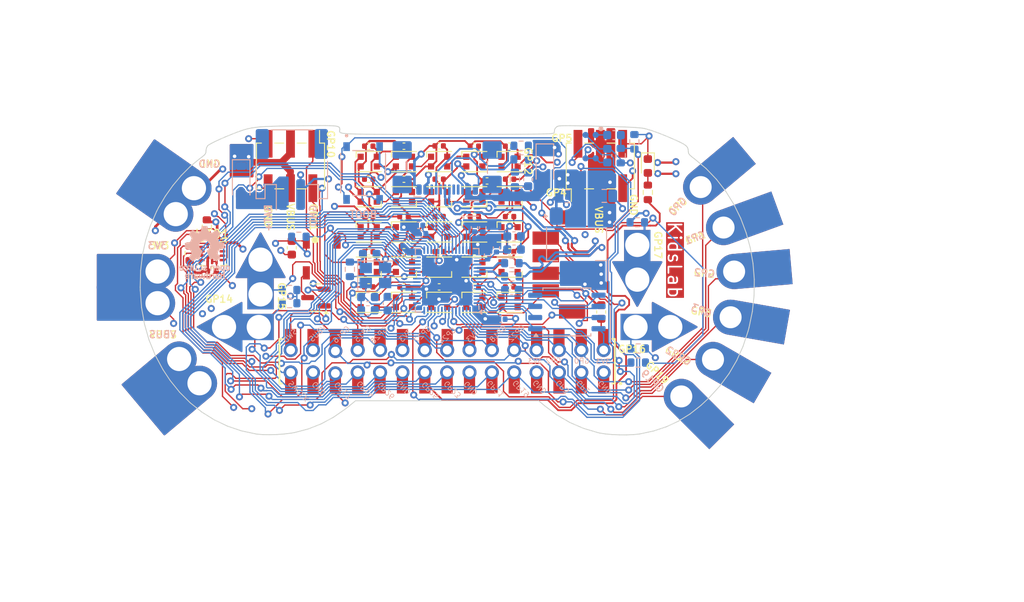
<source format=kicad_pcb>
(kicad_pcb (version 20240108) (generator "pcbnew") (generator_version "8.0")
  (layers (0 "F.Cu" signal) (1 "In1.Cu" signal) (2 "In2.Cu" signal) (31 "B.Cu" signal) (34 "B.Paste" user) (35 "F.Paste" user) (36 "B.SilkS" user "B.Silkscreen") (37 "F.SilkS" user "F.Silkscreen") (38 "B.Mask" user) (39 "F.Mask" user) (44 "Edge.Cuts" user))
  (net 0 "")
  (net 2 "Net-(BZ301--)")
  (net 3 "+3V3")
  (net 4 "GND")
  (net 5 "Net-(C102-Pad1)")
  (net 6 "Net-(U101-XIN)")
  (net 7 "/VBUS")
  (net 8 "Net-(P201-SHIELD)")
  (net 9 "Net-(U302-out)")
  (net 10 "/Peripherals/GP29{slash}MIC_OUT")
  (net 11 "/power-and-usb/USBC-D-")
  (net 12 "/usb_d+")
  (net 13 "/power-and-usb/USBC-D+")
  (net 14 "/usb_d-")
  (net 15 "Net-(D203-A)")
  (net 16 "Net-(D301-A)")
  (net 17 "Net-(D401-DOUT)")
  (net 18 "/Peripherals/GP12{slash}NEOPIXEL")
  (net 19 "Net-(D402-DIN)")
  (net 20 "Net-(D402-DOUT)")
  (net 21 "Net-(D403-DOUT)")
  (net 22 "Net-(D404-DOUT)")
  (net 23 "Net-(D405-DOUT)")
  (net 24 "Net-(D406-DOUT)")
  (net 25 "Net-(D407-DOUT)")
  (net 26 "Net-(D408-DOUT)")
  (net 27 "Net-(D410-DOUT)")
  (net 28 "Net-(D411-DOUT)")
  (net 29 "Net-(D412-DOUT)")
  (net 30 "Net-(D413-DOUT)")
  (net 31 "Net-(D414-DOUT)")
  (net 32 "Net-(D415-DOUT)")
  (net 33 "Net-(D416-DOUT)")
  (net 34 "Net-(D417-DOUT)")
  (net 35 "Net-(D418-DOUT)")
  (net 36 "Net-(D419-DOUT)")
  (net 37 "Net-(D420-DOUT)")
  (net 38 "Net-(D421-DOUT)")
  (net 39 "Net-(D422-DOUT)")
  (net 40 "Net-(D423-DOUT)")
  (net 41 "Net-(D424-DOUT)")
  (net 45 "/Peripherals/GP11{slash}SERVO_1")
  (net 46 "/Peripherals/GP10{slash}SERVO_0")
  (net 47 "/Peripherals/GP5{slash}SERVO_3")
  (net 48 "/Peripherals/GP4{slash}SERVO_2")
  (net 50 "/Peripherals/GP8{slash}Grove_D1")
  (net 51 "/Peripherals/GP9{slash}Grove_D0")
  (net 52 "/Peripherals/GP19")
  (net 53 "/Peripherals/GP26")
  (net 54 "/Peripherals/GP21")
  (net 55 "/Peripherals/GP0")
  (net 56 "/Peripherals/GP17{slash}ArrowDown")
  (net 57 "/Peripherals/GP16{slash}ArrowRight")
  (net 58 "/Peripherals/GP27")
  (net 59 "/Peripherals/GP22")
  (net 60 "/Peripherals/GP23")
  (net 61 "/Peripherals/GP2")
  (net 62 "/Peripherals/GP14{slash}ArrowLeft")
  (net 63 "/Peripherals/GP3")
  (net 64 "/SWD")
  (net 65 "/Peripherals/GP15{slash}ArrowUp")
  (net 66 "/Peripherals/GP1")
  (net 67 "/SWCLK")
  (net 68 "/Peripherals/GP18")
  (net 69 "/Peripherals/GP24")
  (net 70 "/Peripherals/GP28")
  (net 71 "Net-(P201-CC)")
  (net 72 "Net-(P201-VCONN)")
  (net 73 "/Peripherals/GP20{slash}Buzzer")
  (net 74 "/N_USBBOOT")
  (net 75 "/FLASH_CS")
  (net 76 "Net-(U101-RUN)")
  (net 77 "/d+")
  (net 78 "/d-")
  (net 79 "Net-(U101-XOUT)")
  (net 80 "/Peripherals/GP6{slash}IMU_SDA")
  (net 81 "/Peripherals/GP7{slash}IMU_SCL")
  (net 82 "+1V1")
  (net 83 "/FLASH_SD1")
  (net 84 "/Peripherals/GP13{slash}INTR")
  (net 85 "/FLASH_SD3")
  (net 86 "/FLASH_SD0")
  (net 87 "/FLASH_SCLK")
  (net 88 "/FLASH_SD2")
  (net 92 "/Peripherals/GP25{slash}LED")
  (net 94 "/power-and-usb/usb_vcc")
  (footprint "Capacitor_SMD:C_0402_1005Metric" (layer "F.Cu") (at 159.48971 60.442 180)
    (property "Reference" "C401" (hide yes))
    (property "Value" "100nF")
  )
  (footprint "kidslab:Kroko_Arrow" (layer "F.Cu") (at 131.2 75.092 -90)
    (property "Reference" "A302" (hide yes))
    (property "Value" "arrow")
  )
  (footprint "kidslab:LED_WS2812B-2020_PLCC4_2.0x2.0mm" (layer "F.Cu") (at 155.48971 66.194124 180)
    (property "Reference" "D408" (hide yes))
    (property "Value" "WS2812B-2020")
  )
  (footprint "kidslab:LED_WS2812B-2020_PLCC4_2.0x2.0mm" (layer "F.Cu") (at 151.48971 66.194124 180)
    (property "Reference" "D406" (hide yes))
    (property "Value" "WS2812B-2020")
  )
  (footprint "kidslab:LED_WS2812B-2020_PLCC4_2.0x2.0mm" (layer "F.Cu") (at 155.48971 74.194124 180)
    (property "Reference" "D419" (hide yes))
    (property "Value" "WS2812B-2020")
  )
  (footprint "kidslab:SAMTEC_HLE-115-02-F-DV" (layer "F.Cu") (at 152.4 84.892)
    (property "Reference" "J304" (hide yes))
    (property "Value" "HLE-115-02-F-DV")
  )
  (footprint "kidslab:PinHeader_2x03_P2.54mm_Vertical_SMD" (layer "F.Cu") (at 169.8 62.692 90)
    (property "Reference" "J302" (hide yes))
    (property "Value" "Conn_02x03_Odd_Even")
  )
  (footprint "kidslab:LED_WS2812B-2020_PLCC4_2.0x2.0mm" (layer "F.Cu") (at 159.48971 78.194124)
    (property "Reference" "D421" (hide yes))
    (property "Value" "WS2812B-2020")
  )
  (footprint "kidslab:Edgeconnector" (layer "F.Cu") (at 181.2 65.092 40)
    (property "Reference" "GP0")
    (property "Value" "kroko_edge")
  )
  (footprint "Capacitor_SMD:C_0402_1005Metric" (layer "F.Cu") (at 155.48971 68.442 180)
    (property "Reference" "C412" (hide yes))
    (property "Value" "100nF")
  )
  (footprint "kidslab:LED_WS2812B-2020_PLCC4_2.0x2.0mm" (layer "F.Cu") (at 147.48971 70.194124)
    (property "Reference" "D414" (hide yes))
    (property "Value" "WS2812B-2020")
  )
  (footprint "kidslab:LGA-14_3x2.5mm_P0.5mm_LayoutBorder3x4y" (layer "F.Cu") (at 125.7 72.642)
    (property "Reference" "U301")
    (property "Value" "LSM6DS3TR-C")
  )
  (footprint "kidslab:LED_WS2812B-2020_PLCC4_2.0x2.0mm" (layer "F.Cu") (at 143.48971 62.194124)
    (property "Reference" "D409" (hide yes))
    (property "Value" "WS2812B-2020")
  )
  (footprint "kidslab:PinHeader_2x03_P2.54mm_Vertical_SMD" (layer "F.Cu") (at 134.6 62.692 -90)
    (property "Reference" "J301" (hide yes))
    (property "Value" "Conn_02x03_Odd_Even")
  )
  (footprint "kidslab:LED_WS2812B-2020_PLCC4_2.0x2.0mm" (layer "F.Cu") (at 147.48971 78.194124)
    (property "Reference" "D424" (hide yes))
    (property "Value" "WS2812B-2020")
  )
  (footprint "kidslab:DoubleEdge" (layer "F.Cu") (at 123.108963 86.017113 -140)
    (property "Reference" "VBUS301" (hide yes))
    (property "Value" "kroko_doubleedge")
  )
  (footprint "Capacitor_SMD:C_0402_1005Metric" (layer "F.Cu") (at 126.75 70.642 180)
    (property "Reference" "C301" (hide yes))
    (property "Value" "100nF")
  )
  (footprint "kidslab:Kroko_Arrow" (layer "F.Cu") (at 128.8 81)
    (property "Reference" "A301" (hide yes))
    (property "Value" "arrow")
  )
  (footprint "kidslab:LED_WS2812B-2020_PLCC4_2.0x2.0mm" (layer "F.Cu") (at 143.48971 74.194124 180)
    (property "Reference" "D416" (hide yes))
    (property "Value" "WS2812B-2020")
  )
  (footprint "Capacitor_SMD:C_0402_1005Metric" (layer "F.Cu") (at 125.67 74.642 180)
    (property "Reference" "C302" (hide yes))
    (property "Value" "100nF")
  )
  (footprint "Capacitor_SMD:C_0402_1005Metric" (layer "F.Cu") (at 151.48971 64.194124)
    (property "Reference" "C406" (hide yes))
    (property "Value" "100nF")
  )
  (footprint "kidslab:LED_WS2812B-2020_PLCC4_2.0x2.0mm" (layer "F.Cu") (at 155.48971 78.194124)
    (property "Reference" "D422" (hide yes))
    (property "Value" "WS2812B-2020")
  )
  (footprint "Capacitor_SMD:C_0402_1005Metric" (layer "F.Cu") (at 151.48971 60.41 180)
    (property "Reference" "C405" (hide yes))
    (property "Value" "100nF")
  )
  (footprint "LED_SMD:LED_0603_1608Metric" (layer "F.Cu") (at 175.2 62.692 -90)
    (property "Reference" "D301" (hide yes))
    (property "Value" "KT-0603R")
  )
  (footprint "kidslab:LED_WS2812B-2020_PLCC4_2.0x2.0mm" (layer "F.Cu") (at 151.48971 78.194124)
    (property "Reference" "D423" (hide yes))
    (property "Value" "WS2812B-2020")
  )
  (footprint "Capacitor_SMD:C_0402_1005Metric" (layer "F.Cu") (at 143.48971 60.442 180)
    (property "Reference" "C409" (hide yes))
    (property "Value" "100nF")
  )
  (footprint "Capacitor_SMD:C_0402_1005Metric" (layer "F.Cu") (at 143.48971 68.442 180)
    (property "Reference" "C415" (hide yes))
    (property "Value" "100nF")
  )
  (footprint "kidslab:Edgeconnector" (layer "F.Cu") (at 179 88.892 -45)
    (property "Reference" "GP19")
    (property "Value" "kroko_edge")
  )
  (footprint "Capacitor_SMD:C_0402_1005Metric" (layer "F.Cu") (at 147.48971 72.442)
    (property "Reference" "C417" (hide yes))
    (property "Value" "100nF")
  )
  (footprint "Capacitor_SMD:C_0603_1608Metric" (layer "F.Cu") (at 169.9 79.292 90)
    (property "Reference" "C101" (hide yes))
    (property "Value" "100nF")
  )
  (footprint "Capacitor_SMD:C_0402_1005Metric" (layer "F.Cu") (at 156.93 64.392)
    (property "Reference" "C408" (hide yes))
    (property "Value" "100nF")
  )
  (footprint "Capacitor_SMD:C_0402_1005Metric" (layer "F.Cu") (at 155.48971 72.442)
    (property "Reference" "C419" (hide yes))
    (property "Value" "100nF")
  )
  (footprint "kidslab:FUET-5020" (layer "F.Cu") (at 138.15 73.092 -90)
    (property "Reference" "BZ301" (hide yes))
    (property "Value" "Buzzer-FUET-5020")
  )
  (footprint "kidslab:ZX-HY2.0-4PLT" (layer "F.Cu") (at 163.6 73.892 -90)
    (property "Reference" "J303" (hide yes))
    (property "Value" "ZX-HY2.0-4PLT")
  )
  (footprint "Capacitor_SMD:C_0402_1005Metric" (layer "F.Cu") (at 143.48971 72.442)
    (property "Reference" "C416" (hide yes))
    (property "Value" "100nF")
  )
  (footprint "Resistor_SMD:R_0603_1608Metric" (layer "F.Cu") (at 175.2 65.692 90)
    (property "Reference" "R309" (hide yes))
    (property "Value" "330R")
  )
  (footprint "kidslab:DoubleEdge" (layer "F.Cu") (at 122.6 66.692 145)
    (property "Reference" "GND301" (hide yes))
    (property "Value" "kroko_doubleedge")
  )
  (footprint "Capacitor_SMD:C_0603_1608Metric" (layer "F.Cu") (at 134.75 71.992 -90)
    (property "Reference" "C305" (hide yes))
    (property "Value" "1uF")
  )
  (footprint "kidslab:LED_WS2812B-2020_PLCC4_2.0x2.0mm" (layer "F.Cu") (at 151.48971 70.194124)
    (property "Reference" "D413" (hide yes))
    (property "Value" "WS2812B-2020")
  )
  (footprint "Capacitor_SMD:C_0402_1005Metric" (layer "F.Cu") (at 159.48971 68.442 180)
    (property "Reference" "C411" (hide yes))
    (property "Value" "100nF")
  )
  (footprint "kidslab:Edgeconnector" (layer "F.Cu") (at 184.6 79.892 -10)
    (property "Reference" "GP3")
    (property "Value" "kroko_edge")
  )
  (footprint "Capacitor_SMD:C_0402_1005Metric" (layer "F.Cu") (at 159.48971 76.442 180)
    (property "Reference" "C421" (hide yes))
    (property "Value" "100nF")
  )
  (footprint "kidslab:LED_WS2812B-2020_PLCC4_2.0x2.0mm" (layer "F.Cu") (at 147.48971 62.194124)
    (property "Reference" "D407" (hide yes))
    (property "Value" "WS2812B-2020")
  )
  (footprint "kidslab:Gamecontroller Outline" (layer "F.Cu") (at 152.4 75.692)
    (property "Reference" "outline" (hide yes))
    (property "Value" "Gamecontroller Outline")
    (fp_line (start -34.872869 0.779378) (end -34.86503 1.139644) (stroke (width 0.1)) (layer "Edge.Cuts"))
    (fp_line (start -34.86503 1.139644) (end -34.716726 3.098312) (stroke (width 0.1)) (layer "Edge.Cuts"))
    (fp_line (start -34.824243 -1.097324) (end -34.872869 0.779378) (stroke (width 0.1)) (layer "Edge.Cuts"))
    (fp_line (start -34.716726 3.098312) (end -34.386329 4.975075) (stroke (width 0.1)) (layer "Edge.Cuts"))
    (fp_line (start -34.6182 -2.873202) (end -34.824243 -1.097324) (stroke (width 0.1)) (layer "Edge.Cuts"))
    (fp_line (start -34.386329 4.975075) (end -33.872892 6.772795) (stroke (width 0.1)) (layer "Edge.Cuts"))
    (fp_line (start -34.249476 -4.573666) (end -34.6182 -2.873202) (stroke (width 0.1)) (layer "Edge.Cuts"))
    (fp_line (start -33.872892 6.772795) (end -33.175468 8.494334) (stroke (width 0.1)) (layer "Edge.Cuts"))
    (fp_line (start -33.712808 -6.224128) (end -34.249476 -4.573666) (stroke (width 0.1)) (layer "Edge.Cuts"))
    (fp_line (start -33.175468 8.494334) (end -32.29311 10.142557) (stroke (width 0.1)) (layer "Edge.Cuts"))
    (fp_line (start -33.002931 -7.85) (end -33.712808 -6.224128) (stroke (width 0.1)) (layer "Edge.Cuts"))
    (fp_line (start -32.768096 -8.307286) (end -33.002931 -7.85) (stroke (width 0.1)) (layer "Edge.Cuts"))
    (fp_line (start -32.29311 10.142557) (end -31.482102 11.370457) (stroke (width 0.1)) (layer "Edge.Cuts"))
    (fp_line (start -32.020488 -9.56877) (end -32.768096 -8.307286) (stroke (width 0.1)) (layer "Edge.Cuts"))
    (fp_line (start -31.482102 11.370457) (end -30.390155 12.729772) (stroke (width 0.1)) (layer "Edge.Cuts"))
    (fp_line (start -31.159443 -10.782584) (end -32.020488 -9.56877) (stroke (width 0.1)) (layer "Edge.Cuts"))
    (fp_line (start -30.390155 12.729772) (end -29.179407 13.937722) (stroke (width 0.1)) (layer "Edge.Cuts"))
    (fp_line (start -30.215841 -11.91071) (end -31.159443 -10.782584) (stroke (width 0.1)) (layer "Edge.Cuts"))
    (fp_line (start -29.220563 -12.915128) (end -30.215841 -11.91071) (stroke (width 0.1)) (layer "Edge.Cuts"))
    (fp_line (start -29.179407 13.937722) (end -27.86106 14.987403) (stroke (width 0.1)) (layer "Edge.Cuts"))
    (fp_line (start -28.204488 -13.757819) (end -29.220563 -12.915128) (stroke (width 0.1)) (layer "Edge.Cuts"))
    (fp_line (start -28.187036 -13.770689) (end -28.204488 -13.757819) (stroke (width 0.1)) (layer "Edge.Cuts"))
    (fp_line (start -27.86106 14.987403) (end -26.446316 15.87191) (stroke (width 0.1)) (layer "Edge.Cuts"))
    (fp_line (start -27.824366 -14.043768) (end -28.187036 -13.770689) (stroke (width 0.1)) (layer "Edge.Cuts"))
    (fp_line (start -27.594326 -14.239024) (end -27.824366 -14.043768) (stroke (width 0.1)) (layer "Edge.Cuts"))
    (fp_line (start -27.466979 -14.392065) (end -27.594326 -14.239024) (stroke (width 0.1)) (layer "Edge.Cuts"))
    (fp_line (start -27.412387 -14.538496) (end -27.466979 -14.392065) (stroke (width 0.1)) (layer "Edge.Cuts"))
    (fp_line (start -27.400616 -14.713922) (end -27.412387 -14.538496) (stroke (width 0.1)) (layer "Edge.Cuts"))
    (fp_line (start -27.400247 -14.736721) (end -27.400616 -14.713922) (stroke (width 0.1)) (layer "Edge.Cuts"))
    (fp_line (start -27.345136 -15.043837) (end -27.400247 -14.736721) (stroke (width 0.1)) (layer "Edge.Cuts"))
    (fp_line (start -27.225001 -15.286337) (end -27.345136 -15.043837) (stroke (width 0.1)) (layer "Edge.Cuts"))
    (fp_line (start -27.092761 -15.391381) (end -27.225001 -15.286337) (stroke (width 0.1)) (layer "Edge.Cuts"))
    (fp_line (start -26.787262 -15.568792) (end -27.092761 -15.391381) (stroke (width 0.1)) (layer "Edge.Cuts"))
    (fp_line (start -26.446316 15.87191) (end -24.946377 16.584339) (stroke (width 0.1)) (layer "Edge.Cuts"))
    (fp_line (start -26.348487 -15.790486) (end -26.787262 -15.568792) (stroke (width 0.1)) (layer "Edge.Cuts"))
    (fp_line (start -25.80591 -16.042829) (end -26.348487 -15.790486) (stroke (width 0.1)) (layer "Edge.Cuts"))
    (fp_line (start -25.189003 -16.312187) (end -25.80591 -16.042829) (stroke (width 0.1)) (layer "Edge.Cuts"))
    (fp_line (start -24.946377 16.584339) (end -23.372445 17.117786) (stroke (width 0.1)) (layer "Edge.Cuts"))
    (fp_line (start -24.527241 -16.584928) (end -25.189003 -16.312187) (stroke (width 0.1)) (layer "Edge.Cuts"))
    (fp_line (start -23.850098 -16.847419) (end -24.527241 -16.584928) (stroke (width 0.1)) (layer "Edge.Cuts"))
    (fp_line (start -23.782796 -16.872527) (end -23.850098 -16.847419) (stroke (width 0.1)) (layer "Edge.Cuts"))
    (fp_line (start -23.375261 -17.018509) (end -23.782796 -16.872527) (stroke (width 0.1)) (layer "Edge.Cuts"))
    (fp_line (start -23.372445 17.117786) (end -21.735723 17.465345) (stroke (width 0.1)) (layer "Edge.Cuts"))
    (fp_line (start -22.990922 -17.14105) (end -23.375261 -17.018509) (stroke (width 0.1)) (layer "Edge.Cuts"))
    (fp_line (start -22.607459 -17.242478) (end -22.990922 -17.14105) (stroke (width 0.1)) (layer "Edge.Cuts"))
    (fp_line (start -22.202553 -17.325121) (end -22.607459 -17.242478) (stroke (width 0.1)) (layer "Edge.Cuts"))
    (fp_line (start -21.753884 -17.391308) (end -22.202553 -17.325121) (stroke (width 0.1)) (layer "Edge.Cuts"))
    (fp_line (start -21.735723 17.465345) (end -21.55 17.492254) (stroke (width 0.1)) (layer "Edge.Cuts"))
    (fp_line (start -21.55 17.492254) (end -20.922912 17.545491) (stroke (width 0.1)) (layer "Edge.Cuts"))
    (fp_line (start -21.239133 -17.443368) (end -21.753884 -17.391308) (stroke (width 0.1)) (layer "Edge.Cuts"))
    (fp_line (start -20.922912 17.545491) (end -20.164678 17.557812) (stroke (width 0.1)) (layer "Edge.Cuts"))
    (fp_line (start -20.63598 -17.48363) (end -21.239133 -17.443368) (stroke (width 0.1)) (layer "Edge.Cuts"))
    (fp_line (start -20.164678 17.557812) (end -19.339301 17.532089) (stroke (width 0.1)) (layer "Edge.Cuts"))
    (fp_line (start -19.922105 -17.514421) (end -20.63598 -17.48363) (stroke (width 0.1)) (layer "Edge.Cuts"))
    (fp_line (start -19.339301 17.532089) (end -18.510783 17.471192) (stroke (width 0.1)) (layer "Edge.Cuts"))
    (fp_line (start -19.075189 -17.538071) (end -19.922105 -17.514421) (stroke (width 0.1)) (layer "Edge.Cuts"))
    (fp_line (start -18.510783 17.471192) (end -17.743128 17.377991) (stroke (width 0.1)) (layer "Edge.Cuts"))
    (fp_line (start -18.072912 -17.556908) (end -19.075189 -17.538071) (stroke (width 0.1)) (layer "Edge.Cuts"))
    (fp_line (start -17.743128 17.377991) (end -17.310423 17.302124) (stroke (width 0.1)) (layer "Edge.Cuts"))
    (fp_line (start -17.310423 17.302124) (end -15.780355 16.899174) (stroke (width 0.1)) (layer "Edge.Cuts"))
    (fp_line (start -16.892955 -17.573261) (end -18.072912 -17.556908) (stroke (width 0.1)) (layer "Edge.Cuts"))
    (fp_line (start -16.326166 -17.5802) (end -16.892955 -17.573261) (stroke (width 0.1)) (layer "Edge.Cuts"))
    (fp_line (start -15.780355 16.899174) (end -14.324799 16.325745) (stroke (width 0.1)) (layer "Edge.Cuts"))
    (fp_line (start -15.329616 -17.591022) (end -16.326166 -17.5802) (stroke (width 0.1)) (layer "Edge.Cuts"))
    (fp_line (start -14.507833 -17.596446) (end -15.329616 -17.591022) (stroke (width 0.1)) (layer "Edge.Cuts"))
    (fp_line (start -14.324799 16.325745) (end -12.925897 15.573122) (stroke (width 0.1)) (layer "Edge.Cuts"))
    (fp_line (start -13.843992 -17.59497) (end -14.507833 -17.596446) (stroke (width 0.1)) (layer "Edge.Cuts"))
    (fp_line (start -13.321266 -17.585093) (end -13.843992 -17.59497) (stroke (width 0.1)) (layer "Edge.Cuts"))
    (fp_line (start -12.925897 15.573122) (end -11.56579 14.632594) (stroke (width 0.1)) (layer "Edge.Cuts"))
    (fp_line (start -12.922829 -17.565314) (end -13.321266 -17.585093) (stroke (width 0.1)) (layer "Edge.Cuts"))
    (fp_line (start -12.631855 -17.534133) (end -12.922829 -17.565314) (stroke (width 0.1)) (layer "Edge.Cuts"))
    (fp_line (start -12.431517 -17.490049) (end -12.631855 -17.534133) (stroke (width 0.1)) (layer "Edge.Cuts"))
    (fp_line (start -12.304989 -17.43156) (end -12.431517 -17.490049) (stroke (width 0.1)) (layer "Edge.Cuts"))
    (fp_line (start -12.235445 -17.357167) (end -12.304989 -17.43156) (stroke (width 0.1)) (layer "Edge.Cuts"))
    (fp_line (start -12.218269 -16.95251) (end -12.211987 -17.021129) (stroke (width 0.1)) (layer "Edge.Cuts"))
    (fp_line (start -12.211987 -17.021129) (end -12.202718 -17.098053) (stroke (width 0.1)) (layer "Edge.Cuts"))
    (fp_line (start -12.211197 -16.891723) (end -12.218269 -16.95251) (stroke (width 0.1)) (layer "Edge.Cuts"))
    (fp_line (start -12.206057 -17.265367) (end -12.235445 -17.357167) (stroke (width 0.1)) (layer "Edge.Cuts"))
    (fp_line (start -12.202718 -17.098053) (end -12.2 -17.154661) (stroke (width 0.1)) (layer "Edge.Cuts"))
    (fp_line (start -12.2 -17.154661) (end -12.206057 -17.265367) (stroke (width 0.1)) (layer "Edge.Cuts"))
    (fp_line (start -12.180401 -16.838298) (end -12.211197 -16.891723) (stroke (width 0.1)) (layer "Edge.Cuts"))
    (fp_line (start -12.115512 -16.791764) (end -12.180401 -16.838298) (stroke (width 0.1)) (layer "Edge.Cuts"))
    (fp_line (start -12.00616 -16.751648) (end -12.115512 -16.791764) (stroke (width 0.1)) (layer "Edge.Cuts"))
    (fp_line (start -11.841977 -16.717479) (end -12.00616 -16.751648) (stroke (width 0.1)) (layer "Edge.Cuts"))
    (fp_line (start -11.612594 -16.688787) (end -11.841977 -16.717479) (stroke (width 0.1)) (layer "Edge.Cuts"))
    (fp_line (start -11.56579 14.632594) (end -11.133374 14.288498) (stroke (width 0.1)) (layer "Edge.Cuts"))
    (fp_line (start -11.307641 -16.665099) (end -11.612594 -16.688787) (stroke (width 0.1)) (layer "Edge.Cuts"))
    (fp_line (start -11.133374 14.288498) (end -10.416748 13.7) (stroke (width 0.1)) (layer "Edge.Cuts"))
    (fp_line (start -10.916749 -16.645944) (end -11.307641 -16.665099) (stroke (width 0.1)) (layer "Edge.Cuts"))
    (fp_line (start -10.42955 -16.63085) (end -10.916749 -16.645944) (stroke (width 0.1)) (layer "Edge.Cuts"))
    (fp_line (start -10.416748 13.7) (end -0.007557 13.7) (stroke (width 0.1)) (layer "Edge.Cuts"))
    (fp_line (start -9.835674 -16.619347) (end -10.42955 -16.63085) (stroke (width 0.1)) (layer "Edge.Cuts"))
    (fp_line (start -9.124751 -16.610963) (end -9.835674 -16.619347) (stroke (width 0.1)) (layer "Edge.Cuts"))
    (fp_line (start -8.286414 -16.605226) (end -9.124751 -16.610963) (stroke (width 0.1)) (layer "Edge.Cuts"))
    (fp_line (start -7.310292 -16.601665) (end -8.286414 -16.605226) (stroke (width 0.1)) (layer "Edge.Cuts"))
    (fp_line (start -6.186017 -16.599809) (end -7.310292 -16.601665) (stroke (width 0.1)) (layer "Edge.Cuts"))
    (fp_line (start -4.903219 -16.599185) (end -6.186017 -16.599809) (stroke (width 0.1)) (layer "Edge.Cuts"))
    (fp_line (start -3.45153 -16.599324) (end -4.903219 -16.599185) (stroke (width 0.1)) (layer "Edge.Cuts"))
    (fp_line (start -1.82058 -16.599753) (end -3.45153 -16.599324) (stroke (width 0.1)) (layer "Edge.Cuts"))
    (fp_line (start -0.007557 13.7) (end 10.401634 13.7) (stroke (width 0.1)) (layer "Edge.Cuts"))
    (fp_line (start -0.000001 -16.6) (end -1.82058 -16.599753) (stroke (width 0.1)) (layer "Edge.Cuts"))
    (fp_line (start 0.210935 -16.600002) (end -0.000001 -16.6) (stroke (width 0.1)) (layer "Edge.Cuts"))
    (fp_line (start 2.006047 -16.600223) (end 0.210935 -16.600002) (stroke (width 0.1)) (layer "Edge.Cuts"))
    (fp_line (start 3.61267 -16.600904) (end 2.006047 -16.600223) (stroke (width 0.1)) (layer "Edge.Cuts"))
    (fp_line (start 5.041164 -16.60218) (end 3.61267 -16.600904) (stroke (width 0.1)) (layer "Edge.Cuts"))
    (fp_line (start 6.301893 -16.604187) (end 5.041164 -16.60218) (stroke (width 0.1)) (layer "Edge.Cuts"))
    (fp_line (start 7.405217 -16.607059) (end 6.301893 -16.604187) (stroke (width 0.1)) (layer "Edge.Cuts"))
    (fp_line (start 8.361498 -16.610932) (end 7.405217 -16.607059) (stroke (width 0.1)) (layer "Edge.Cuts"))
    (fp_line (start 9.1811 -16.61594) (end 8.361498 -16.610932) (stroke (width 0.1)) (layer "Edge.Cuts"))
    (fp_line (start 9.874383 -16.622219) (end 9.1811 -16.61594) (stroke (width 0.1)) (layer "Edge.Cuts"))
    (fp_line (start 10.401634 13.7) (end 11.122405 14.305185) (stroke (width 0.1)) (layer "Edge.Cuts"))
    (fp_line (start 10.451709 -16.629903) (end 9.874383 -16.622219) (stroke (width 0.1)) (layer "Edge.Cuts"))
    (fp_line (start 10.92344 -16.639128) (end 10.451709 -16.629903) (stroke (width 0.1)) (layer "Edge.Cuts"))
    (fp_line (start 11.122405 14.305185) (end 12.490157 15.326235) (stroke (width 0.1)) (layer "Edge.Cuts"))
    (fp_line (start 11.299938 -16.650028) (end 10.92344 -16.639128) (stroke (width 0.1)) (layer "Edge.Cuts"))
    (fp_line (start 11.591565 -16.662739) (end 11.299938 -16.650028) (stroke (width 0.1)) (layer "Edge.Cuts"))
    (fp_line (start 11.808683 -16.677396) (end 11.591565 -16.662739) (stroke (width 0.1)) (layer "Edge.Cuts"))
    (fp_line (start 11.961654 -16.694133) (end 11.808683 -16.677396) (stroke (width 0.1)) (layer "Edge.Cuts"))
    (fp_line (start 12.060839 -16.713086) (end 11.961654 -16.694133) (stroke (width 0.1)) (layer "Edge.Cuts"))
    (fp_line (start 12.116601 -16.73439) (end 12.060839 -16.713086) (stroke (width 0.1)) (layer "Edge.Cuts"))
    (fp_line (start 12.139301 -16.758179) (end 12.116601 -16.73439) (stroke (width 0.1)) (layer "Edge.Cuts"))
    (fp_line (start 12.167849 -16.85499) (end 12.139301 -16.758179) (stroke (width 0.1)) (layer "Edge.Cuts"))
    (fp_line (start 12.2 -17.105874) (end 12.167849 -16.85499) (stroke (width 0.1)) (layer "Edge.Cuts"))
    (fp_line (start 12.270513 -17.283124) (end 12.2 -17.105874) (stroke (width 0.1)) (layer "Edge.Cuts"))
    (fp_line (start 12.45248 -17.460822) (end 12.270513 -17.283124) (stroke (width 0.1)) (layer "Edge.Cuts"))
    (fp_line (start 12.490157 15.326235) (end 13.94844 16.170123) (stroke (width 0.1)) (layer "Edge.Cuts"))
    (fp_line (start 12.495405 -17.485907) (end 12.45248 -17.460822) (stroke (width 0.1)) (layer "Edge.Cuts"))
    (fp_line (start 12.5825 -17.520183) (end 12.495405 -17.485907) (stroke (width 0.1)) (layer "Edge.Cuts"))
    (fp_line (start 12.707347 -17.546989) (end 12.5825 -17.520183) (stroke (width 0.1)) (layer "Edge.Cuts"))
    (fp_line (start 12.887965 -17.566545) (end 12.707347 -17.546989) (stroke (width 0.1)) (layer "Edge.Cuts"))
    (fp_line (start 13.142373 -17.579068) (end 12.887965 -17.566545) (stroke (width 0.1)) (layer "Edge.Cuts"))
    (fp_line (start 13.488589 -17.584778) (end 13.142373 -17.579068) (stroke (width 0.1)) (layer "Edge.Cuts"))
    (fp_line (start 13.944634 -17.583894) (end 13.488589 -17.584778) (stroke (width 0.1)) (layer "Edge.Cuts"))
    (fp_line (start 13.94844 16.170123) (end 15.490527 16.833528) (stroke (width 0.1)) (layer "Edge.Cuts"))
    (fp_line (start 14.528526 -17.576634) (end 13.944634 -17.583894) (stroke (width 0.1)) (layer "Edge.Cuts"))
    (fp_line (start 15.258285 -17.563217) (end 14.528526 -17.576634) (stroke (width 0.1)) (layer "Edge.Cuts"))
    (fp_line (start 15.490527 16.833528) (end 17.109691 17.313131) (stroke (width 0.1)) (layer "Edge.Cuts"))
    (fp_line (start 16.15193 -17.543862) (end 15.258285 -17.563217) (stroke (width 0.1)) (layer "Edge.Cuts"))
    (fp_line (start 17.109691 17.313131) (end 17.308487 17.358095) (stroke (width 0.1)) (layer "Edge.Cuts"))
    (fp_line (start 17.22748 -17.518787) (end 16.15193 -17.543862) (stroke (width 0.1)) (layer "Edge.Cuts"))
    (fp_line (start 17.308487 17.358095) (end 17.944901 17.462408) (stroke (width 0.1)) (layer "Edge.Cuts"))
    (fp_line (start 17.944901 17.462408) (end 18.715207 17.534396) (stroke (width 0.1)) (layer "Edge.Cuts"))
    (fp_line (start 18.334765 -17.491003) (end 17.22748 -17.518787) (stroke (width 0.1)) (layer "Edge.Cuts"))
    (fp_line (start 18.715207 17.534396) (end 19.555693 17.572596) (stroke (width 0.1)) (layer "Edge.Cuts"))
    (fp_line (start 19.349805 -17.461743) (end 18.334765 -17.491003) (stroke (width 0.1)) (layer "Edge.Cuts"))
    (fp_line (start 19.555693 17.572596) (end 20.402649 17.575547) (stroke (width 0.1)) (layer "Edge.Cuts"))
    (fp_line (start 20.195098 -17.432423) (end 19.349805 -17.461743) (stroke (width 0.1)) (layer "Edge.Cuts"))
    (fp_line (start 20.402649 17.575547) (end 21.192362 17.541788) (stroke (width 0.1)) (layer "Edge.Cuts"))
    (fp_line (start 20.886335 -17.402254) (end 20.195098 -17.432423) (stroke (width 0.1)) (layer "Edge.Cuts"))
    (fp_line (start 21.192362 17.541788) (end 21.861121 17.469857) (stroke (width 0.1)) (layer "Edge.Cuts"))
    (fp_line (start 21.439208 -17.370446) (end 20.886335 -17.402254) (stroke (width 0.1)) (layer "Edge.Cuts"))
    (fp_line (start 21.861121 17.469857) (end 21.901189 17.463447) (stroke (width 0.1)) (layer "Edge.Cuts"))
    (fp_line (start 21.869405 -17.33621) (end 21.439208 -17.370446) (stroke (width 0.1)) (layer "Edge.Cuts"))
    (fp_line (start 21.901189 17.463447) (end 23.463128 17.127925) (stroke (width 0.1)) (layer "Edge.Cuts"))
    (fp_line (start 22.192617 -17.298756) (end 21.869405 -17.33621) (stroke (width 0.1)) (layer "Edge.Cuts"))
    (fp_line (start 22.424536 -17.257295) (end 22.192617 -17.298756) (stroke (width 0.1)) (layer "Edge.Cuts"))
    (fp_line (start 22.536752 -17.230462) (end 22.424536 -17.257295) (stroke (width 0.1)) (layer "Edge.Cuts"))
    (fp_line (start 23.214445 -17.031422) (end 22.536752 -17.230462) (stroke (width 0.1)) (layer "Edge.Cuts"))
    (fp_line (start 23.463128 17.127925) (end 24.915481 16.646868) (stroke (width 0.1)) (layer "Edge.Cuts"))
    (fp_line (start 24.040419 -16.736815) (end 23.214445 -17.031422) (stroke (width 0.1)) (layer "Edge.Cuts"))
    (fp_line (start 24.915481 16.646868) (end 26.280143 16.008824) (stroke (width 0.1)) (layer "Edge.Cuts"))
    (fp_line (start 24.995793 -16.353741) (end 24.040419 -16.736815) (stroke (width 0.1)) (layer "Edge.Cuts"))
    (fp_line (start 26.061686 -15.889303) (end 24.995793 -16.353741) (stroke (width 0.1)) (layer "Edge.Cuts"))
    (fp_line (start 26.280143 16.008824) (end 27.579008 15.202336) (stroke (width 0.1)) (layer "Edge.Cuts"))
    (fp_line (start 26.417978 -15.724751) (end 26.061686 -15.889303) (stroke (width 0.1)) (layer "Edge.Cuts"))
    (fp_line (start 26.845082 -15.503969) (end 26.417978 -15.724751) (stroke (width 0.1)) (layer "Edge.Cuts"))
    (fp_line (start 27.129245 -15.308402) (end 26.845082 -15.503969) (stroke (width 0.1)) (layer "Edge.Cuts"))
    (fp_line (start 27.298058 -15.111655) (end 27.129245 -15.308402) (stroke (width 0.1)) (layer "Edge.Cuts"))
    (fp_line (start 27.379113 -14.887334) (end 27.298058 -15.111655) (stroke (width 0.1)) (layer "Edge.Cuts"))
    (fp_line (start 27.4 -14.609045) (end 27.379113 -14.887334) (stroke (width 0.1)) (layer "Edge.Cuts"))
    (fp_line (start 27.400322 -14.588963) (end 27.4 -14.609045) (stroke (width 0.1)) (layer "Edge.Cuts"))
    (fp_line (start 27.434596 -14.43139) (end 27.400322 -14.588963) (stroke (width 0.1)) (layer "Edge.Cuts"))
    (fp_line (start 27.546605 -14.268279) (end 27.434596 -14.43139) (stroke (width 0.1)) (layer "Edge.Cuts"))
    (fp_line (start 27.579008 15.202336) (end 28.833972 14.215951) (stroke (width 0.1)) (layer "Edge.Cuts"))
    (fp_line (start 27.766536 -14.065458) (end 27.546605 -14.268279) (stroke (width 0.1)) (layer "Edge.Cuts"))
    (fp_line (start 28.124575 -13.78875) (end 27.766536 -14.065458) (stroke (width 0.1)) (layer "Edge.Cuts"))
    (fp_line (start 28.833972 14.215951) (end 29.757225 13.35354) (stroke (width 0.1)) (layer "Edge.Cuts"))
    (fp_line (start 29.416986 -12.709832) (end 28.124575 -13.78875) (stroke (width 0.1)) (layer "Edge.Cuts"))
    (fp_line (start 29.757225 13.35354) (end 30.97668 12.017197) (stroke (width 0.1)) (layer "Edge.Cuts"))
    (fp_line (start 30.606391 -11.46978) (end 29.416986 -12.709832) (stroke (width 0.1)) (layer "Edge.Cuts"))
    (fp_line (start 30.97668 12.017197) (end 32.017737 10.612493) (stroke (width 0.1)) (layer "Edge.Cuts"))
    (fp_line (start 31.661243 -10.103532) (end 30.606391 -11.46978) (stroke (width 0.1)) (layer "Edge.Cuts"))
    (fp_line (start 32.017737 10.612493) (end 32.891424 9.120023) (stroke (width 0.1)) (layer "Edge.Cuts"))
    (fp_line (start 32.576662 -8.626244) (end 31.661243 -10.103532) (stroke (width 0.1)) (layer "Edge.Cuts"))
    (fp_line (start 32.891424 9.120023) (end 33.608773 7.520383) (stroke (width 0.1)) (layer "Edge.Cuts"))
    (fp_line (start 33.347766 -7.053073) (end 32.576662 -8.626244) (stroke (width 0.1)) (layer "Edge.Cuts"))
    (fp_line (start 33.608773 7.520383) (end 34.180812 5.794166) (stroke (width 0.1)) (layer "Edge.Cuts"))
    (fp_line (start 33.969674 -5.399177) (end 33.347766 -7.053073) (stroke (width 0.1)) (layer "Edge.Cuts"))
    (fp_line (start 34.180812 5.794166) (end 34.294669 5.370674) (stroke (width 0.1)) (layer "Edge.Cuts"))
    (fp_line (start 34.294669 5.370674) (end 34.670439 3.550712) (stroke (width 0.1)) (layer "Edge.Cuts"))
    (fp_line (start 34.437505 -3.67971) (end 33.969674 -5.399177) (stroke (width 0.1)) (layer "Edge.Cuts"))
    (fp_line (start 34.670439 3.550712) (end 34.867726 1.720536) (stroke (width 0.1)) (layer "Edge.Cuts"))
    (fp_line (start 34.746378 -1.909832) (end 34.437505 -3.67971) (stroke (width 0.1)) (layer "Edge.Cuts"))
    (fp_line (start 34.867726 1.720536) (end 34.891412 -0.104697) (stroke (width 0.1)) (layer "Edge.Cuts"))
    (fp_line (start 34.891412 -0.104697) (end 34.746378 -1.909832) (stroke (width 0.1)) (layer "Edge.Cuts"))
  )
  (footprint "kidslab:Kroko_Arrow" (layer "F.Cu") (at 174 73.867 90)
    (property "Reference" "A304" (hide yes))
    (property "Value" "arrow")
  )
  (footprint "Capacitor_SMD:C_0402_1005Metric" (layer "F.Cu") (at 151.48971 72.442)
    (property "Reference" "C418" (hide yes))
    (property "Value" "100nF")
  )
  (footprint "kidslab:LED_WS2812B-2020_PLCC4_2.0x2.0mm" (layer "F.Cu") (at 159.48971 70.194124)
    (property "Reference" "D411" (hide yes))
    (property "Value" "WS2812B-2020")
  )
  (footprint "kidslab:LED_WS2812B-2020_PLCC4_2.0x2.0mm" (layer "F.Cu") (at 159.48971 62.194124)
    (property "Reference" "D401" (hide yes))
    (property "Value" "WS2812B-2020")
  )
  (footprint "kidslab:DoubleEdge" (layer "F.Cu") (at 119.499099 76.492 180)
    (property "Reference" "3V3" (hide yes))
    (property "Value" "kroko_doubleedge")
  )
  (footprint "kidslab:LED_WS2812B-2020_PLCC4_2.0x2.0mm" (layer "F.Cu") (at 147.48971 66.194124 180)
    (property "Reference" "D404" (hide yes))
    (property "Value" "WS2812B-2020")
  )
  (footprint "kidslab:Edgeconnector" (layer "F.Cu") (at 183.8 69.692 20)
    (property "Reference" "GP1")
    (property "Value" "kroko_edge")
  )
  (footprint "Resistor_SMD:R_0603_1608Metric" (layer "F.Cu") (at 123.15 72.617 90)
    (property "Reference" "R301" (hide yes))
    (property "Value" "10k")
  )
  (footprint "kidslab:LED_WS2812B-2020_PLCC4_2.0x2.0mm" (layer "F.Cu") (at 143.48971 70.194124)
    (property "Reference" "D415" (hide yes))
    (property "Value" "WS2812B-2020")
  )
  (footprint "Capacitor_SMD:C_0402_1005Metric" (layer "F.Cu") (at 159.48971 64.194124)
    (property "Reference" "C410" (hide yes))
    (property "Value" "100nF")
  )
  (footprint "kidslab:LED_WS2812B-2020_PLCC4_2.0x2.0mm" (layer "F.Cu") (at 147.48971 74.194124 180)
    (property "Reference" "D417" (hide yes))
    (property "Value" "WS2812B-2020")
  )
  (footprint "kidslab:LED_WS2812B-2020_PLCC4_2.0x2.0mm" (layer "F.Cu") (at 151.48971 62.194124)
    (property "Reference" "D405" (hide yes))
    (property "Value" "WS2812B-2020")
  )
  (footprint "Resistor_SMD:R_0603_1608Metric" (layer "F.Cu") (at 125.1 69.642 -90)
    (property "Reference" "R302" (hide yes))
    (property "Value" "10k")
  )
  (footprint "kidslab:LED_WS2812B-2020_PLCC4_2.0x2.0mm" (layer "F.Cu") (at 143.48971 78.194124)
    (property "Reference" "D425" (hide yes))
    (property "Value" "WS2812B-2020")
  )
  (footprint "Capacitor_SMD:C_0402_1005Metric" (layer "F.Cu") (at 151.48971 68.442 180)
    (property "Reference" "C413" (hide yes))
    (property "Value" "100nF")
  )
  (footprint "kidslab:LED_WS2812B-2020_PLCC4_2.0x2.0mm" (layer "F.Cu") (at 159.48971 74.194124 180)
    (property "Reference" "D420" (hide yes))
    (property "Value" "WS2812B-2020")
  )
  (footprint "Capacitor_SMD:C_0402_1005Metric" (layer "F.Cu") (at 147.48971 60.442 180)
    (property "Reference" "C407" (hide yes))
    (property "Value" "100nF")
  )
  (footprint "kidslab:LED_WS2812B-2020_PLCC4_2.0x2.0mm" (layer "F.Cu") (at 155.48971 62.194124)
    (property "Reference" "D403" (hide yes))
    (property "Value" "WS2812B-2020")
  )
  (footprint "kidslab:Edgeconnector" (layer "F.Cu") (at 185 74.692 5)
    (property "Reference" "GP2")
    (property "Value" "kroko_edge")
  )
  (footprint "Capacitor_SMD:C_0402_1005Metric" (layer "F.Cu") (at 155.48971 60.442 180)
    (property "Reference" "C403" (hide yes))
    (property "Value" "100nF")
  )
  (footprint "kidslab:Kroko_Arrow" (layer "F.Cu") (at 176 81 180)
    (property "Reference" "A303" (hide yes))
    (property "Value" "arrow")
  )
  (footprint "Capacitor_SMD:C_0402_1005Metric" (layer "F.Cu") (at 143.48971 76.442 180)
    (property "Reference" "C425" (hide yes))
    (property "Value" "100nF")
  )
  (footprint "Capacitor_SMD:C_0402_1005Metric" (layer "F.Cu") (at 151.48971 76.442 180)
    (property "Reference" "C423" (hide yes))
    (property "Value" "100nF")
  )
  (footprint "kidslab:LED_WS2812B-2020_PLCC4_2.0x2.0mm" (layer "F.Cu") (at 159.48971 66.194124 180)
    (property "Reference" "D410" (hide yes))
    (property "Value" "WS2812B-2020")
  )
  (footprint "Capacitor_SMD:C_0402_1005Metric" (layer "F.Cu") (at 159.48971 72.442)
    (property "Reference" "C420" (hide yes))
    (property "Value" "100nF")
  )
  (footprint "Capacitor_SMD:C_0402_1005Metric" (layer "F.Cu") (at 143.48971 64.194124)
    (property "Reference" "C402" (hide yes))
    (property "Value" "100nF")
  )
  (footprint "kidslab:LED_WS2812B-2020_PLCC4_2.0x2.0mm" (layer "F.Cu") (at 143.48971 66.194124 180)
    (property "Reference" "D402" (hide yes))
    (property "Value" "WS2812B-2020")
  )
  (footprint "kidslab:LED_WS2812B-2020_PLCC4_2.0x2.0mm" (layer "F.Cu") (at 155.48971 70.194124)
    (property "Reference" "D412" (hide yes))
    (property "Value" "WS2812B-2020")
  )
  (footprint "Capacitor_SMD:C_0402_1005Metric" (layer "F.Cu") (at 155.48971 76.442 180)
    (property "Reference" "C422" (hide yes))
    (property "Value" "100nF")
  )
  (footprint "kidslab:LED_WS2812B-2020_PLCC4_2.0x2.0mm" (layer "F.Cu") (at 151.48971 74.194124 180)
    (property "Reference" "D418" (hide yes))
    (property "Value" "WS2812B-2020")
  )
  (footprint "Package_TO_SOT_SMD:SOT-23" (layer "F.Cu") (at 137.5 77.6545 180)
    (property "Reference" "Q301" (hide yes))
    (property "Value" "DDTC113ZCA")
  )
  (footprint "Capacitor_SMD:C_0402_1005Metric" (layer "F.Cu") (at 147.48971 76.442 180)
    (property "Reference" "C424" (hide yes))
    (property "Value" "100nF")
  )
  (footprint "Capacitor_SMD:C_0402_1005Metric" (layer "F.Cu") (at 147.48971 64.194124)
    (property "Reference" "C404" (hide yes))
    (property "Value" "100nF")
  )
  (footprint "Capacitor_SMD:C_0402_1005Metric" (layer "F.Cu") (at 147.48971 68.442 180)
    (property "Reference" "C414" (hide yes))
    (property "Value" "100nF")
  )
  (footprint "kidslab:Edgeconnector" (layer "F.Cu") (at 182.6 84.692 -30)
    (property "Reference" "GP22")
    (property "Value" "kroko_edge")
  )
  (footprint "Resistor_SMD:R_0603_1608Metric" (layer "B.Cu") (at 174.1 83.442)
    (property "Reference" "R305" (hide yes))
    (property "Value" "1M")
  )
  (footprint "Capacitor_SMD:C_0402_1005Metric" (layer "B.Cu") (at 149.5 70.392)
    (property "Reference" "C104" (hide yes))
    (property "Value" "100nF")
  )
  (footprint "Capacitor_SMD:C_0603_1608Metric" (layer "B.Cu") (at 160 70.692)
    (property "Reference" "C111" (hide yes))
    (property "Value" "10uF")
  )
  (footprint "Capacitor_SMD:C_0603_1608Metric" (layer "B.Cu") (at 159.75 76.792)
    (property "Reference" "C113" (hide yes))
    (property "Value" "100nF")
  )
  (footprint "Resistor_SMD:R_0603_1608Metric" (layer "B.Cu") (at 160.8 61.942 180)
    (property "Reference" "R202" (hide yes))
    (property "Value" "5k1")
  )
  (footprint "kidslab:SOIC-8_5.23x5.23mm_P1.27mm" (layer "B.Cu") (at 166 79.292)
    (property "Reference" "U102" (hide yes))
    (property "Value" "W25Q128JVS")
  )
  (footprint "Capacitor_SMD:C_0402_1005Metric" (layer "B.Cu") (at 155.5 69.692 -90)
    (property "Reference" "C105" (hide yes))
    (property "Value" "100nF")
  )
  (footprint "Resistor_SMD:R_0603_1608Metric" (layer "B.Cu") (at 172.119 61.517 90)
    (property "Reference" "R308" (hide yes))
    (property "Value" "33k")
  )
  (footprint "Resistor_SMD:R_0603_1608Metric" (layer "B.Cu") (at 160.8 60.392 180)
    (property "Reference" "R201" (hide yes))
    (property "Value" "5k1")
  )
  (footprint "Resistor_SMD:R_0603_1608Metric" (layer "B.Cu") (at 141.35 74.442 90)
    (property "Reference" "R105" (hide yes))
    (property "Value" "1k")
  )
  (footprint "Package_DFN_QFN:QFN-56-1EP_7x7mm_P0.4mm_EP3.2x3.2mm" (layer "B.Cu") (at 152.4 75.692 90)
    (property "Reference" "U101" (hide yes))
    (property "Value" "RP2040")
  )
  (footprint "Resistor_SMD:R_0603_1608Metric" (layer "B.Cu") (at 160.1 64.217 -90)
    (property "Reference" "R203" (hide yes))
    (property "Value" "100")
  )
  (footprint "Capacitor_SMD:C_0603_1608Metric" (layer "B.Cu") (at 143.4 79.092 180)
    (property "Reference" "C115" (hide yes))
    (property "Value" "1uF")
  )
  (footprint "Capacitor_SMD:C_0603_1608Metric" (layer "B.Cu") (at 161.6 64.217 90)
    (property "Reference" "C203" (hide yes))
    (property "Value" "1nF")
  )
  (footprint "Resistor_SMD:R_0603_1608Metric" (layer "B.Cu") (at 159.75 75.242 180)
    (property "Reference" "R103" (hide yes))
    (property "Value" "27R")
  )
  (footprint "Resistor_SMD:R_0603_1608Metric" (layer "B.Cu") (at 134.5 76.792)
    (property "Reference" "R304" (hide yes))
    (property "Value" "1M")
  )
  (footprint "kidslab:SW_TS-1187A-B-A-B" (layer "B.Cu") (at 142.85 63.492 -90)
    (property "Reference" "S101" (hide yes))
    (property "Value" "TS-1187A-B-A-B")
  )
  (footprint "Crystal:Crystal_SMD_3225-4Pin_3.2x2.5mm" (layer "B.Cu") (at 144.25 75.142)
    (property "Reference" "Y101" (hide yes))
    (property "Value" "Crystal_GND24")
  )
  (footprint "kidslab:JST_PH_S2B-PH-SM4-TB_1x02-1MP_P2.00mm_Horizontal" (layer "B.Cu") (at 134.75 63.092)
    (property "Reference" "J201" (hide yes))
    (property "Value" "S2B-PH-SM4-TB")
  )
  (footprint "Capacitor_SMD:C_0402_1005Metric" (layer "B.Cu") (at 158.5 80.117)
    (property "Reference" "C109" (hide yes))
    (property "Value" "100nF")
  )
  (footprint "Resistor_SMD:R_0603_1608Metric" (layer "B.Cu") (at 174 69.092 180)
    (property "Reference" "R306" (hide yes))
    (property "Value" "1M")
  )
  (footprint "Capacitor_SMD:C_0402_1005Metric" (layer "B.Cu") (at 158 71.992 -90)
    (property "Reference" "C107" (hide yes))
    (property "Value" "100nF")
  )
  (footprint "Resistor_SMD:R_0603_1608Metric" (layer "B.Cu") (at 173.6694 59.9422 90)
    (property "Reference" "R307" (hide yes))
    (property "Value" "1k")
  )
  (footprint "Capacitor_SMD:C_0805_2012Metric" (layer "B.Cu") (at 170.25 66.092)
    (property "Reference" "C201" (hide yes))
    (property "Value" "10uF")
  )
  (footprint "Capacitor_SMD:C_0603_1608Metric" (layer "B.Cu") (at 171.357 59.1802)
    (property "Reference" "C303" (hide yes))
    (property "Value" "1uF")
  )
  (footprint "Capacitor_SMD:C_0402_1005Metric" (layer "B.Cu") (at 156.45 69.692 -90)
    (property "Reference" "C110" (hide yes))
    (property "Value" "100nF")
  )
  (footprint "Capacitor_SMD:C_0603_1608Metric" (layer "B.Cu") (at 160 72.192)
    (property "Reference" "C112" (hide yes))
    (property "Value" "1uF")
  )
  (footprint "kidslab:USB_C_Receptacle_GCT_USB4110" (layer "B.Cu") (at 152.4 61.692)
    (property "Reference" "P201" (hide yes))
    (property "Value" "USB_C_Plug_USB2.0")
  )
  (footprint "Symbol:OSHW-Logo_5.7x6mm_SilkScreen" (layer "B.Cu") (at 124.85 72.542 180)
    (property "Reference" "REF**" (hide yes))
    (property "Value" "OSHW-Logo_5.7x6mm_SilkScreen" (hide yes))
  )
  (footprint "Capacitor_SMD:C_0603_1608Metric" (layer "B.Cu") (at 170.595 61.517 -90)
    (property "Reference" "C304" (hide yes))
    (property "Value" "100nF")
  )
  (footprint "Resistor_SMD:R_0603_1608Metric" (layer "B.Cu") (at 174.1 85.042 180)
    (property "Reference" "R101" (hide yes))
    (property "Value" "1k" (hide yes))
  )
  (footprint "Capacitor_SMD:C_0603_1608Metric" (layer "B.Cu") (at 143.4 77.592 180)
    (property "Reference" "C103" (hide yes))
    (property "Value" "22pF")
  )
  (footprint "Capacitor_SMD:C_0402_1005Metric" (layer "B.Cu") (at 149.15 69.442)
    (property "Reference" "C108" (hide yes))
    (property "Value" "100nF")
  )
  (footprint "Capacitor_SMD:C_0603_1608Metric" (layer "B.Cu") (at 143.6 72.692)
    (property "Reference" "C102" (hide yes))
    (property "Value" "22pF")
  )
  (footprint "Resistor_SMD:R_0603_1608Metric" (layer "B.Cu") (at 135.55 70.742 180)
    (property "Reference" "R102" (hide yes))
    (property "Value" "1k")
  )
  (footprint "Package_TO_SOT_SMD:SOT-223-3_TabPin2" (layer "B.Cu") (at 167.1 71.542 -90)
    (property "Reference" "U201" (hide yes))
    (property "Value" "AMS1117-3.3")
  )
  (footprint "Resistor_SMD:R_0603_1608Metric" (layer "B.Cu") (at 134.5 78.292)
    (property "Reference" "R303" (hide yes))
    (property "Value" "1M")
  )
  (footprint "Capacitor_SMD:C_0805_2012Metric" (layer "B.Cu") (at 166.05 66.142 180)
    (property "Reference" "C202" (hide yes))
    (property "Value" "10uF")
  )
  (footprint "Diode_SMD:D_SOD-123" (layer "B.Cu") (at 163.5 62.542 -90)
    (property "Reference" "D201" (hide yes))
    (property "Value" "B5817W")
  )
  (footprint "kidslab:LMA3722T421-OA5" (layer "B.Cu") (at 168.6992 60.4918 180)
    (property "Reference" "U302" (hide yes))
    (property "Value" "LMA3722T421-OA5")
  )
  (footprint "Diode_SMD:D_SOD-123" (layer "B.Cu") (at 129 64.342 -90)
    (property "Reference" "D203" (hide yes))
    (property "Value" "B5817W")
  )
  (footprint "Capacitor_SMD:C_0402_1005Metric" (layer "B.Cu") (at 157 72.792 -90)
    (property "Reference" "C106" (hide yes))
    (property "Value" "100nF")
  )
  (footprint "Capacitor_SMD:C_0603_1608Metric" (layer "B.Cu") (at 145.65 78.342 90)
    (property "Reference" "C114" (hide yes))
    (property "Value" "100nF")
  )
  (footprint "Package_SON:WSON-6_1.5x1.5mm_P0.5mm" (layer "B.Cu") (at 155.2 67.492)
    (property "Reference" "D202" (hide yes))
    (property "Value" "PRTR5V0U2F")
  )
  (footprint "Resistor_SMD:R_0603_1608Metric" (layer "B.Cu") (at 159.75 73.742 180)
    (property "Reference" "R104" (hide yes))
    (property "Value" "27R")
  )
  (gr_text "KidsLab" (at 177.3428 68.8594 -90) (layer "F.Cu" knockout) (effects (font (size 1.5 1.5) (thickness 0.2) (bold yes)) (justify left bottom)))
  (gr_text "GP1" (at 180.5432 70.866 20) (layer "B.SilkS") (effects (font (size 0.8 0.8) (thickness 0.15) (bold yes)) (justify mirror)))
  (gr_text "GP14" (at 142.24 87.2236 135) (layer "B.SilkS") (effects (font (size 0.6 0.6) (thickness 0.075)) (justify left mirror)))
  (gr_text "GP26" (at 144.6022 87.376 135) (layer "B.SilkS") (effects (font (size 0.6 0.6) (thickness 0.075)) (justify left mirror)))
  (gr_text "GP25" (at 149.6314 87.3252 135) (layer "B.SilkS") (effects (font (size 0.6 0.6) (thickness 0.075)) (justify left mirror)))
  (gr_text "GP19" (at 175.7172 87.1728 -45) (layer "B.SilkS") (effects (font (size 0.8 0.8) (thickness 0.15) (bold yes)) (justify mirror)))
  (gr_text "SWD" (at 135.255 81.3054 45) (layer "B.SilkS") (effects (font (size 0.6 0.6) (thickness 0.075)) (justify left mirror)))
  (gr_text "GP0" (at 168.6306 84.8614 0) (layer "B.SilkS") (effects (font (size 0.6 0.6) (thickness 0.075)) (justify left mirror)))
  (gr_text "GP19" (at 159.9438 87.1474 135) (layer "B.SilkS") (effects (font (size 0.6 0.6) (thickness 0.075)) (justify left mirror)))
  (gr_text "3V3" (at 148.2852 81.3562 45) (layer "B.SilkS") (effects (font (size 0.6 0.6) (thickness 0.075)) (justify left mirror)))
  (gr_text "BOOT" (at 142.875 68.199 0) (layer "B.SilkS") (effects (font (size 0.8 0.8) (thickness 0.15) (bold yes)) (justify mirror)))
  (gr_text "GP17" (at 139.7 87.3252 135) (layer "B.SilkS") (effects (font (size 0.6 0.6) (thickness 0.075)) (justify left mirror)))
  (gr_text "GP18" (at 159.0548 80.899 45) (layer "B.SilkS") (effects (font (size 0.6 0.6) (thickness 0.075)) (justify left mirror)))
  (gr_text "3V3" (at 120.7008 72.2122 -0) (layer "B.SilkS") (effects (font (size 0.8 0.8) (thickness 0.15) (bold yes)) (justify left bottom mirror)))
  (gr_text "GP0" (at 178.5874 67.31 50) (layer "B.SilkS") (effects (font (size 0.8 0.8) (thickness 0.15) (bold yes)) (justify mirror)))
  (gr_text "GND" (at 146.7866 87.1982 135) (layer "B.SilkS") (effects (font (size 0.6 0.6) (thickness 0.075)) (justify left mirror)))
  (gr_text "VBUS" (at 138.5316 80.8736 45) (layer "B.SilkS") (effects (font (size 0.6 0.6) (thickness 0.075)) (justify left mirror)))
  (gr_text "GND" (at 137.16 87.2998 135) (layer "B.SilkS") (effects (font (size 0.6 0.6) (thickness 0.075)) (justify left mirror)))
  (gr_text "GP22" (at 178.689 84.3026 -30) (layer "B.SilkS") (effects (font (size 0.8 0.8) (thickness 0.15) (bold yes)) (justify mirror)))
  (gr_text "GND" (at 169.6466 87.1728 135) (layer "B.SilkS") (effects (font (size 0.6 0.6) (thickness 0.075)) (justify left mirror)))
  (gr_text "GP27" (at 150.4696 80.9752 45) (layer "B.SilkS") (effects (font (size 0.6 0.6) (thickness 0.075)) (justify left mirror)))
  (gr_text "VBUS" (at 121.7168 82.3214 -0) (layer "B.SilkS") (effects (font (size 0.8 0.8) (thickness 0.15) (bold yes)) (justify left bottom mirror)))
  (gr_text "GP21" (at 157.0228 87.1728 135) (layer "B.SilkS") (effects (font (size 0.6 0.6) (thickness 0.075)) (justify left mirror)))
  (gr_text "3V3" (at 171.0182 84.9122 0) (layer "B.SilkS") (effects (font (size 0.6 0.6) (thickness 0.075)) (justify left mirror)))
  (gr_text "GP2" (at 181.6354 74.8792 -5) (layer "B.SilkS") (effects (font (size 0.8 0.8) (thickness 0.15) (bold yes)) (justify mirror)))
  (gr_text "GP2" (at 165.4048 84.836 0) (layer "B.SilkS") (effects (font (size 0.6 0.6) (thickness 0.075)) (justify left mirror)))
  (gr_text "BAT+" (at 132.08 68.6054 90) (layer "B.SilkS") (effects (font (size 0.8 0.8) (thickness 0.15) (bold yes)) (justify mirror)))
  (gr_text "GND" (at 154.4066 87.2744 135) (layer "B.SilkS") (effects (font (size 0.6 0.6) (thickness 0.075)) (justify left mirror)))
  (gr_text "GP3" (at 164.846 87.1474 135) (layer "B.SilkS") (effects (font (size 0.6 0.6) (thickness 0.075)) (justify left mirror)))
  (gr_text "GP22" (at 161.1376 80.8736 45) (layer "B.SilkS") (effects (font (size 0.6 0.6) (thickness 0.075)) (justify left mirror)))
  (gr_text "GP24" (at 153.3144 81.153 45) (layer "B.SilkS") (effects (font (size 0.6 0.6) (thickness 0.075)) (justify left mirror)))
  (gr_text "3V3" (at 155.9306 81.407 45) (layer "B.SilkS") (effects (font (size 0.6 0.6) (thickness 0.075)) (justify left mirror)))
  (gr_text "3V3" (at 163.2966 84.9122 0) (layer "B.SilkS") (effects (font (size 0.6 0.6) (thickness 0.075)) (justify left mirror)))
  (gr_text "GP16" (at 141.2494 81.0006 45) (layer "B.SilkS") (effects (font (size 0.6 0.6) (thickness 0.075)) (justify left mirror)))
  (gr_text "GND" (at 162.2298 87.122 135) (layer "B.SilkS") (effects (font (size 0.6 0.6) (thickness 0.075)) (justify left mirror)))
  (gr_text "GND" (at 137.1854 68.326 90) (layer "B.SilkS") (effects (font (size 0.8 0.8) (thickness 0.15) (bold yes)) (justify mirror)))
  (gr_text "GP1" (at 167.2082 87.1474 135) (layer "B.SilkS") (effects (font (size 0.6 0.6) (thickness 0.075)) (justify left mirror)))
  (gr_text "GP15" (at 143.6878 80.899 45) (layer "B.SilkS") (effects (font (size 0.6 0.6) (thickness 0.075)) (justify left mirror)))
  (gr_text "SWCLK" (at 134.4676 87.2236 135) (layer "B.SilkS") (effects (font (size 0.6 0.6) (thickness 0.075)) (justify left mirror)))
  (gr_text "GND" (at 126.6952 62.9412 -0) (layer "B.SilkS") (effects (font (size 0.8 0.8) (thickness 0.15) (bold yes)) (justify left bottom mirror)))
  (gr_text "GP23" (at 152.146 87.2236 135) (layer "B.SilkS") (effects (font (size 0.6 0.6) (thickness 0.075)) (justify left mirror)))
  (gr_text "GP3" (at 181.2798 79.121 -20) (layer "B.SilkS") (effects (font (size 0.8 0.8) (thickness 0.15) (bold yes)) (justify mirror)))
  (gr_text "GP28" (at 145.5166 81.0768 45) (layer "B.SilkS") (effects (font (size 0.6 0.6) (thickness 0.075)) (justify left mirror)))
  (gr_text "GP15" (at 133.604 77.4954 -90) (layer "F.SilkS") (effects (font (size 0.8 0.8) (thickness 0.15) (bold yes))))
  (gr_text "VBUS" (at 134.5946 68.5038 270) (layer "F.SilkS") (effects (font (size 0.8 0.8) (thickness 0.15) (bold yes))))
  (gr_text "GND" (at 124.125 62.917 0) (layer "F.SilkS") (effects (font (size 0.8 0.8) (thickness 0.15) (bold yes)) (justify left bottom)))
  (gr_text "GP16" (at 173.4058 83.5152 0) (layer "F.SilkS") (effects (font (size 0.8 0.8) (thickness 0.15) (bold yes))))
  (gr_text "GP11" (at 137.2108 68.5292 270) (layer "F.SilkS") (effects (font (size 0.8 0.8) (thickness 0.15) (bold yes))))
  (gr_text "GP5" (at 165.4302 59.5376 0) (layer "F.SilkS") (effects (font (size 0.8 0.8) (thickness 0.15) (bold yes))))
  (gr_text "GP17" (at 176.3522 71.6788 -90) (layer "F.SilkS") (effects (font (size 0.8 0.8) (thickness 0.15) (bold yes))))
  (gr_text "VBUS" (at 118.5 82.342 0) (layer "F.SilkS") (effects (font (size 0.8 0.8) (thickness 0.15) (bold yes)) (justify left bottom)))
  (gr_text "GP12" (at 161.5948 62.1284 -90) (layer "F.SilkS") (effects (font (size 0.8 0.8) (thickness 0.15) (bold yes))))
  (gr_text "GP4" (at 164.7952 65.7352 0) (layer "F.SilkS") (effects (font (size 0.8 0.8) (thickness 0.15) (bold yes))))
  (gr_text "GND" (at 132.0546 68.453 -90) (layer "F.SilkS") (effects (font (size 0.8 0.8) (thickness 0.15) (bold yes))))
  (gr_text "VBUS" (at 169.6212 68.834 270) (layer "F.SilkS") (effects (font (size 0.8 0.8) (thickness 0.15) (bold yes))))
  (gr_text "GP10" (at 139.1666 60.198 270) (layer "F.SilkS") (effects (font (size 0.8 0.8) (thickness 0.15) (bold yes))))
  (gr_text "3V3" (at 118.5 72.217 0) (layer "F.SilkS") (effects (font (size 0.8 0.8) (thickness 0.15) (bold yes)) (justify left bottom)))
  (gr_text "GP14" (at 126.492 77.8256 0) (layer "F.SilkS") (effects (font (size 0.8 0.8) (thickness 0.15) (bold yes))))
  (gr_text "GND" (at 173.5582 67.1068 -90) (layer "F.SilkS") (effects (font (size 0.8 0.8) (thickness 0.15) (bold yes))))
  (segment (start 135.85 76.942) (end 136.5625 77.6545) (width 0.1524) (layer "F.Cu") (net 2))
  (segment (start 135.85 75.392) (end 135.85 76.942) (width 0.1524) (layer "F.Cu") (net 2))
  (segment (start 136.4 74.842) (end 135.85 75.392) (width 0.1524) (layer "F.Cu") (net 2))
  (segment (start 157.99851 79.317) (end 158.362081 79.680571) (width 0.1524) (layer "F.Cu") (net 3))
  (segment (start 136.4 72.570498) (end 136.510751 72.681249) (width 0.1524) (layer "F.Cu") (net 3))
  (segment (start 151.15091 72.5832) (end 151.00971 72.442) (width 0.2032) (layer "F.Cu") (net 3))
  (segment (start 121.438598 71.402344) (end 122.787742 70.0532) (width 0.1524) (layer "F.Cu") (net 3))
  (segment (start 147.369186 61.042524) (end 147.96971 60.442) (width 0.2032) (layer "F.Cu") (net 3))
  (segment (start 123.15 74.1706) (end 123.15 73.442) (width 0.3048) (layer "F.Cu") (net 3))
  (segment (start 158.57471 74.744124) (end 157.803034 75.5158) (width 0.1524) (layer "F.Cu") (net 3))
  (segment (start 125.19 74.642) (end 125.145 74.687) (width 0.3048) (layer "F.Cu") (net 3))
  (segment (start 145.00631 61.042524) (end 147.369186 61.042524) (width 0.2032) (layer "F.Cu") (net 3))
  (segment (start 159.96971 76.442) (end 159.96971 76.139124) (width 0.1524) (layer "F.Cu") (net 3))
  (segment (start 125.2 73.188172) (end 126.2 72.188172) (width 0.3048) (layer "F.Cu") (net 3))
  (segment (start 143.17631 74.142524) (end 143.17631 72.6086) (width 0.2032) (layer "F.Cu") (net 3))
  (segment (start 160.40471 61.644124) (end 160.40471 60.877) (width 0.2032) (layer "F.Cu") (net 3))
  (segment (start 147.8 70.248834) (end 148.40471 69.644124) (width 0.2032) (layer "F.Cu") (net 3))
  (segment (start 161.041276 63.400724) (end 159.80311 63.400724) (width 0.2032) (layer "F.Cu") (net 3))
  (segment (start 121.438598 71.439996) (end 121.438598 72.752501) (width 0.1524) (layer "F.Cu") (net 3))
  (segment (start 169.9 80.067) (end 169.9 82.087) (width 0.15) (layer "F.Cu") (net 3))
  (segment (start 121.438598 72.752501) (end 119.499099 74.692) (width 0.1524) (layer "F.Cu") (net 3))
  (segment (start 159.813571 79.680571) (end 160.175 80.042) (width 0.1524) (layer "F.Cu") (net 3))
  (segment (start 146.143034 75.9058) (end 147.43351 75.9058) (width 0.1524) (layer "F.Cu") (net 3))
  (segment (start 151.504708 64.689122) (end 151.00971 64.194124) (width 0.2032) (layer "F.Cu") (net 3))
  (segment (start 152.602588 77.842002) (end 152.40471 77.644124) (width 0.1524) (layer "F.Cu") (net 3))
  (segment (start 155.474712 61.392) (end 155.474712 61.917326) (width 0.2032) (layer "F.Cu") (net 3))
  (segment (start 151.15091 73.092) (end 151.154708 73.092) (width 0.2032) (layer "F.Cu") (net 3))
  (segment (start 144.299724 63.400724) (end 144.8816 63.9826) (width 0.2032) (layer "F.Cu") (net 3))
  (segment (start 156.152586 61.392) (end 156.40471 61.644124) (width 0.2032) (layer "F.Cu") (net 3))
  (segment (start 148.40471 68.877) (end 147.96971 68.442) (width 0.2032) (layer "F.Cu") (net 3))
  (segment (start 147.80311 63.400724) (end 147.80311 62.245724) (width 0.2032) (layer "F.Cu") (net 3))
  (segment (start 155.474712 61.917326) (end 155.80311 62.245724) (width 0.2032) (layer "F.Cu") (net 3))
  (segment (start 156.98091 79.317) (end 157.99851 79.317) (width 0.1524) (layer "F.Cu") (net 3))
  (segment (start 143.80311 63.400724) (end 144.299724 63.400724) (width 0.2032) (layer "F.Cu") (net 3))
  (segment (start 143.96971 69.209124) (end 144.40471 69.644124) (width 0.2032) (layer "F.Cu") (net 3))
  (segment (start 146.57471 66.744124) (end 147.17631 66.142524) (width 0.2032) (layer "F.Cu") (net 3))
  (segment (start 125.145 74.687) (end 124.598344 74.687) (width 0.3048) (layer "F.Cu") (net 3))
  (segment (start 144.40471 61.644124) (end 144.40471 60.877) (width 0.2032) (layer "F.Cu") (net 3))
  (segment (start 121.325 80.117901) (end 119.499099 78.292) (width 0.1524) (layer "F.Cu") (net 3))
  (segment (start 147.00971 64.194124) (end 147.80311 63.400724) (width 0.2032) (layer "F.Cu") (net 3))
  (segment (start 159.00971 64.194124) (end 159.17631 64.360724) (width 0.2032) (layer "F.Cu") (net 3))
  (segment (start 152.40471 61.644124) (end 152.40471 60.845) (width 0.2032) (layer "F.Cu") (net 3))
  (segment (start 143.96971 68.442) (end 143.96971 68.139124) (width 0.2032) (layer "F.Cu") (net 3))
  (segment (start 144.40471 61.644124) (end 145.00631 61.042524) (width 0.2032) (layer "F.Cu") (net 3))
  (segment (start 125.339544 69.056544) (end 125.1 68.817) (width 0.3048) (layer "F.Cu") (net 3))
  (segment (start 159.00971 64.194124) (end 159.80311 63.400724) (width 0.2032) (layer "F.Cu") (net 3))
  (segment (start 159.80311 62.245724) (end 160.40471 61.644124) (width 0.2032) (layer "F.Cu") (net 3))
  (segment (start 147.43351 75.9058) (end 147.96971 76.442) (width 0.1524) (layer "F.Cu") (net 3))
  (segment (start 147.96971 76.442) (end 149.3 76.442) (width 0.1524) (layer "F.Cu") (net 3))
  (segment (start 151.504708 66.592) (end 151.504708 64.689122) (width 0.2032) (layer "F.Cu") (net 3))
  (segment (start 142.57471 66.744124) (end 141.2 65.369414) (width 0.2032) (layer "F.Cu") (net 3))
  (segment (start 156.40471 77.644124) (end 155.82851 78.220324) (width 0.1524) (layer "F.Cu") (net 3))
  (segment (start 154.57471 66.744124) (end 155.17631 66.142524) (width 0.2032) (layer "F.Cu") (net 3))
  (segment (start 158.362081 79.680571) (end 159.813571 79.680571) (width 0.1524) (layer "F.Cu") (net 3))
  (segment (start 143.96971 68.139124) (end 142.57471 66.744124) (width 0.2032) (layer "F.Cu") (net 3))
  (segment (start 160.40471 60.877) (end 159.96971 60.442) (width 0.2032) (layer "F.Cu") (net 3))
  (segment (start 147.17631 66.142524) (end 147.17631 64.360724) (width 0.2032) (layer "F.Cu") (net 3))
  (segment (start 126.121038 69.056544) (end 125.339544 69.056544) (width 0.3048) (layer "F.Cu") (net 3))
  (segment (start 123.8238 74.8444) (end 123.15 74.1706) (width 0.3048) (layer "F.Cu") (net 3))
  (segment (start 145.93829 74.744124) (end 144.240414 76.442) (width 0.2032) (layer "F.Cu") (net 3))
  (segment (start 155.96971 76.442) (end 155.96971 76.139124) (width 0.1524) (layer "F.Cu") (net 3))
  (segment (start 126.2 71.7295) (end 126.2 70.712) (width 0.3048) (layer "F.Cu") (net 3))
  (segment (start 142.57471 74.744124) (end 143.17631 74.142524) (width 0.2032) (layer "F.Cu") (net 3))
  (segment (start 143.80311 62.245724) (end 144.40471 61.644124) (width 0.2032) (layer "F.Cu") (net 3))
  (segment (start 159.15091 66.167924) (end 159.15091 65.970765) (width 0.1524) (layer "F.Cu") (net 3))
  (segment (start 127.121064 73.392) (end 127.4012 73.111864) (width 0.1524) (layer "F.Cu") (net 3))
  (segment (start 151.15091 73.092) (end 151.15091 72.5832) (width 0.2032) (layer "F.Cu") (net 3))
  (segment (start 126.27 70.2818) (end 126.27 70.642) (width 0.1524) (layer "F.Cu") (net 3))
  (segment (start 144.240414 76.442) (end 143.96971 76.442) (width 0.2032) (layer "F.Cu") (net 3))
  (segment (start 126.27 70.242) (end 126.27 70.642) (width 0.1524) (layer "F.Cu") (net 3))
  (segment (start 150.57471 74.744124) (end 151.15091 74.167924) (width 0.1524) (layer "F.Cu") (net 3))
  (segment (start 151.504708 66.592) (end 151.504708 67.976998) (width 0.2032) (layer "F.Cu") (net 3))
  (segment (start 155.00971 72.442) (end 155.17631 72.6086) (width 0.2032) (layer "F.Cu") (net 3))
  (segment (start 146.57471 74.744124) (end 145.93829 74.744124) (width 0.2032) (layer "F.Cu") (net 3))
  (segment (start 125.19 74.642) (end 125.19 73.5645) (width 0.3048) (layer "F.Cu") (net 3))
  (segment (start 126.27 69.205506) (end 126.27 70.242) (width 0.1524) (layer "F.Cu") (net 3))
  (segment (start 156.45 64.392) (end 155.80311 63.74511) (width 0.2032) (layer "F.Cu") (net 3))
  (segment (start 156.40471 69.644124) (end 156.40471 68.877) (width 0.1524) (layer "F.Cu") (net 3))
  (segment (start 159.15091 65.970765) (end 159.17631 65.945365) (width 0.1524) (layer "F.Cu") (net 3))
  (segment (start 124.598344 74.687) (end 124.440944 74.8444) (width 0.3048) (layer "F.Cu") (net 3))
  (segment (start 147.96971 61.209124) (end 148.40471 61.644124) (width 0.2032) (layer "F.Cu") (net 3))
  (segment (start 143.80311 71.6486) (end 143.80311 70.245724) (width 0.2032) (layer "F.Cu") (net 3))
  (segment (start 159.00971 72.442) (end 159.20171 72.25) (width 0.254) (layer "F.Cu") (net 3))
  (segment (start 134.75 71.217) (end 133.175 71.217) (width 0.1524) (layer "F.Cu") (net 3))
  (segment (start 151.504708 66.592) (end 151.504708 67.036892) (width 0.2032) (layer "F.Cu") (net 3))
  (segment (start 160.302586 69.542) (end 160.40471 69.644124) (width 0.1524) (layer "F.Cu") (net 3))
  (segment (start 152.05 68.52229) (end 151.96971 68.442) (width 0.1524) (layer "F.Cu") (net 3))
  (segment (start 159.96971 68.442) (end 159.96971 69.209124) (width 0.1524) (layer "F.Cu") (net 3))
  (segment (start 149.3 76.442) (end 150 75.742) (width 0.1524) (layer "F.Cu") (net 3))
  (segment (start 124.3584 70.0532) (end 124.5708 69.8408) (width 0.1524) (layer "F.Cu") (net 3))
  (segment (start 159.17631 64.360724) (end 159.17631 65.945365) (width 0.2032) (layer "F.Cu") (net 3))
  (segment (start 143.00971 72.442) (end 143.80311 71.6486) (width 0.2032) (layer "F.Cu") (net 3))
  (segment (start 136.4 71.342) (end 136.4 72.570498) (width 0.1524) (layer "F.Cu") (net 3))
  (segment (start 151.154708 73.092) (end 151.504708 73.442) (width 0.2032) (layer "F.Cu") (net 3))
  (segment (start 125.2 73.5545) (end 125.2 73.188172) (width 0.3048) (layer "F.Cu") (net 3))
  (segment (start 125.19 73.5645) (end 125.2 73.5545) (width 0.3048) (layer "F.Cu") (net 3))
  (segment (start 150.0996 68.442) (end 147.96971 68.442) (width 0.2032) (layer "F.Cu") (net 3))
  (segment (start 126.2 72.188172) (end 126.2 71.7295) (width 0.3048) (layer "F.Cu") (net 3))
  (segment (start 155.96971 76.139124) (end 154.57471 74.744124) (width 0.1524) (layer "F.Cu") (net 3))
  (segment (start 122.787742 70.0532) (end 124.3584 70.0532) (width 0.1524) (layer "F.Cu") (net 3))
  (segment (start 160.40471 76.877) (end 159.96971 76.442) (width 0.1524) (layer "F.Cu") (net 3))
  (segment (start 159.96971 69.209124) (end 160.40471 69.644124) (width 0.1524) (layer "F.Cu") (net 3))
  (segment (start 151.352584 66.744124) (end 150.57471 66.744124) (width 0.2032) (layer "F.Cu") (net 3))
  (segment (start 155.96971 60.897002) (end 155.474712 61.392) (width 0.2032) (layer "F.Cu") (net 3))
  (segment (start 143.80311 70.245724) (end 144.40471 69.644124) (width 0.2032) (layer "F.Cu") (net 3))
  (segment (start 166.8 74.892) (end 168.05 76.142) (width 0.25) (layer "F.Cu") (net 3))
  (segment (start 147.17631 64.360724) (end 147.00971 64.194124) (width 0.2032) (layer "F.Cu") (net 3))
  (segment (start 147.00971 71.68229) (end 147.8 70.892) (width 0.2032) (layer "F.Cu") (net 3))
  (segment (start 153.25 77.842002) (end 152.602588 77.842002) (width 0.1524) (layer "F.Cu") (net 3))
  (segment (start 155.17631 65.66569) (end 156.45 64.392) (width 0.2032) (layer "F.Cu") (net 3))
  (segment (start 176.3014 62.3062) (end 178.2826 62.3062) (width 0.25) (layer "F.Cu") (net 3))
  (segment (start 133.175 71.217) (end 132.9 71.492) (width 0.1524) (layer "F.Cu") (net 3))
  (segment (start 155.00971 72.442) (end 155.17631 72.2754) (width 0.2032) (layer "F.Cu") (net 3))
  (segment (start 176.3522 63.5762) (end 176.3268 63.5508) (width 0.25) (layer "F.Cu") (net 3))
  (segment (start 148.40471 69.644124) (end 148.40471 68.877) (width 0.2032) (layer "F.Cu") (net 3))
  (segment (start 143.00971 64.194124) (end 143.80311 63.400724) (width 0.2032) (layer "F.Cu") (net 3))
  (segment (start 156.40471 68.877) (end 155.96971 68.442) (width 0.1524) (layer "F.Cu") (net 3))
  (segment (start 147.8 70.892) (end 147.8 70.248834) (width 0.2032) (layer "F.Cu") (net 3))
  (segment (start 159.96971 76.139124) (end 158.57471 74.744124) (width 0.1524) (layer "F.Cu") (net 3))
  (segment (start 155.17631 70.872524) (end 156.40471 69.644124) (width 0.2032) (layer "F.Cu") (net 3))
  (segment (start 150 75.742) (end 150 75.318834) (width 0.1524) (layer "F.Cu") (net 3))
  (segment (start 152.40471 76.877) (end 151.96971 76.442) (width 0.1524) (layer "F.Cu") (net 3))
  (segment (start 152.40471 77.644124) (end 152.40471 76.877) (width 0.1524) (layer "F.Cu") (net 3))
  (segment (start 156.40471 76.877) (end 155.96971 76.442) (width 0.1524) (layer "F.Cu") (net 3))
  (segment (start 147.96971 60.442) (end 147.96971 61.209124) (width 0.2032) (layer "F.Cu") (net 3))
  (segment (start 143.17631 72.6086) (end 143.00971 72.442) (width 0.2032) (layer "F.Cu") (net 3))
  (segment (start 163.6 74.892) (end 166.8 74.892) (width 0.25) (layer "F.Cu") (net 3))
  (segment (start 127.0426 71.4146) (end 128.4726 71.4146) (width 0.3048) (layer "F.Cu") (net 3))
  (segment (start 151.17631 64.027524) (end 151.00971 64.194124) (width 0.2032) (layer "F.Cu") (net 3))
  (segment (start 143.17631 75.345724) (end 142.57471 74.744124) (width 0.2032) (layer "F.Cu") (net 3))
  (segment (start 151.17631 62.872524) (end 151.17631 64.027524) (width 0.2032) (layer "F.Cu") (net 3))
  (segment (start 151.15091 74.167924) (end 151.15091 73.092) (width 0.1524) (layer "F.Cu") (net 3))
  (segment (start 151.82851 70.220324) (end 152.40471 69.644124) (width 0.1524) (layer "F.Cu") (net 3))
  (segment (start 155.474712 61.392) (end 156.152586 61.392) (width 0.2032) (layer "F.Cu") (net 3))
  (segment (start 126.2 70.712) (end 126.27 70.642) (width 0.3048) (layer "F.Cu") (net 3))
  (segment (start 157.803034 75.5158) (end 156.89591 75.5158) (width 0.1524) (layer "F.Cu") (net 3))
  (segment (start 126.27 70.642) (end 127.0426 71.4146) (width 0.3048) (layer "F.Cu") (net 3))
  (segment (start 159.5 69.542) (end 160.302586 69.542) (width 0.1524) (layer "F.Cu") (net 3))
  (segment (start 126.27 69.205506) (end 126.121038 69.056544) (width 0.3048) (layer "F.Cu") (net 3))
  (segment (start 134.75 71.217) (end 136.275 71.217) (width 0.1524) (layer "F.Cu") (net 3))
  (segment (start 152.40471 61.644124) (end 151.17631 62.872524) (width 0.2032) (layer "F.Cu") (net 3))
  (segment (start 127.4012 71.644966) (end 126.398234 70.642) (width 0.1524) (layer "F.Cu") (net 3))
  (segment (start 160.40471 77.644124) (end 160.40471 76.877) (width 0.1524) (layer "F.Cu") (net 3))
  (segment (start 151.82851 71.6232) (end 151.82851 70.220324) (width 0.1524) (layer "F.Cu") (net 3))
  (segment (start 156.89591 75.5158) (end 155.96971 76.442) (width 0.1524) (layer "F.Cu") (net 3))
  (segment (start 178.3842 63.5762) (end 176.3522 63.5762) (width 0.25) (layer "F.Cu") (net 3))
  (segment (start 121.438598 71.439996) (end 121.438598 71.402344) (width 0.1524) (layer "F.Cu") (net 3))
  (segment (start 152.05 69.622) (end 152.05 68.52229) (width 0.1524) (layer "F.Cu") (net 3))
  (segment (start 151.504708 67.036892) (end 150.0996 68.442) (width 0.2032) (layer "F.Cu") (net 3))
  (segment (start 124.440944 74.8444) (end 123.8238 74.8444) (width 0.3048) (layer "F.Cu") (net 3))
  (segment (start 155.82851 79.320324) (end 156.977586 79.320324) (width 0.1524) (layer "F.Cu") (net 3))
  (segment (start 121.325 80.592) (end 121.325 80.117901) (width 0.1524) (layer "F.Cu") (net 3))
  (segment (start 141.2 65.369414) (end 141.2 65.092) (width 0.2032) (layer "F.Cu") (net 3))
  (segment (start 143.80311 63.400724) (end 143.80311 62.245724) (width 0.2032) (layer "F.Cu") (net 3))
  (segment (start 159.20171 69.84029) (end 159.5 69.542) (width 0.254) (layer "F.Cu") (net 3))
  (segment (start 158.57471 66.744124) (end 159.15091 66.167924) (width 0.1524) (layer "F.Cu") (net 3))
  (segment (start 156.40471 77.644124) (end 156.40471 76.877) (width 0.1524) (layer "F.Cu") (net 3))
  (segment (start 127.4012 73.111864) (end 127.4012 71.644966) (width 0.1524) (layer "F.Cu") (net 3))
  (segment (start 155.17631 66.142524) (end 155.17631 65.66569) (width 0.2032) (layer "F.Cu") (net 3))
  (segment (start 147.96971 68.139124) (end 146.57471 66.744124) (width 0.2032) (layer "F.Cu") (net 3))
  (segment (start 155.80311 63.74511) (end 155.80311 62.245724) (width 0.2032) (layer "F.Cu") (net 3))
  (segment (start 151.504708 66.592) (end 151.352584 66.744124) (width 0.2032) (layer "F.Cu") (net 3))
  (segment (start 125.829 69.8408) (end 126.27 70.2818) (width 0.1524) (layer "F.Cu") (net 3))
  (segment (start 147.00971 72.442) (end 147.00971 71.68229) (width 0.2032) (layer "F.Cu") (net 3))
  (segment (start 155.82851 78.220324) (end 155.82851 79.320324) (width 0.1524) (layer "F.Cu") (net 3))
  (segment (start 143.17631 75.6486) (end 143.17631 75.345724) (width 0.2032) (layer "F.Cu") (net 3))
  (segment (start 126.398234 70.642) (end 126.27 70.642) (width 0.1524) (layer "F.Cu") (net 3))
  (segment (start 156.977586 79.320324) (end 156.98091 79.317) (width 0.1524) (layer "F.Cu") (net 3))
  (segment (start 143.96971 76.442) (end 143.17631 75.6486) (width 0.2032) (layer "F.Cu") (net 3))
  (segment (start 159.20171 72.25) (end 159.20171 69.84029) (width 0.254) (layer "F.Cu") (net 3))
  (segment (start 126.8625 73.392) (end 127.121064 73.392) (width 0.1524) (layer "F.Cu") (net 3))
  (segment (start 143.96971 68.442) (end 143.96971 69.209124) (width 0.2032) (layer "F.Cu") (net 3))
  (segment (start 155.17631 72.6086) (end 155.17631 74.142524) (width 0.2032) (layer "F.Cu") (net 3))
  (segment (start 151.504708 67.976998) (end 151.96971 68.442) (width 0.2032) (layer "F.Cu") (net 3))
  (segment (start 144.40471 77.644124) (end 146.143034 75.9058) (width 0.1524) (layer "F.Cu") (net 3))
  (segment (start 126.27 70.642) (end 126.27 69.205506) (width 0.3048) (layer "F.Cu") (net 3))
  (segment (start 147.80311 62.245724) (end 148.40471 61.644124) (width 0.2032) (layer "F.Cu") (net 3))
  (segment (start 169.9 82.087) (end 170.18 82.367) (width 0.15) (layer "F.Cu") (net 3))
  (segment (start 136.275 71.217) (end 136.4 71.342) (width 0.1524) (layer "F.Cu") (net 3))
  (segment (start 162.574999 62.100883) (end 162.341117 62.100883) (width 0.2032) (layer "F.Cu") (net 3))
  (segment (start 155.96971 60.442) (end 155.96971 60.897002) (width 0.2032) (layer "F.Cu") (net 3))
  (segment (start 124.5708 69.8408) (end 125.829 69.8408) (width 0.1524) (layer "F.Cu") (net 3))
  (segment (start 147.96971 68.442) (end 147.96971 68.139124) (width 0.2032) (layer "F.Cu") (net 3))
  (segment (start 155.17631 72.2754) (end 155.17631 70.872524) (width 0.2032) (layer "F.Cu") (net 3))
  (segment (start 151.00971 72.442) (end 151.82851 71.6232) (width 0.1524) (layer "F.Cu") (net 3))
  (segment (start 148.40471 77.644124) (end 148.40471 76.877) (width 0.1524) (layer "F.Cu") (net 3))
  (segment (start 150 75.318834) (end 150.57471 74.744124) (width 0.1524) (layer "F.Cu") (net 3))
  (segment (start 128.4726 71.4146) (end 129.2 72.142) (width 0.3048) (layer "F.Cu") (net 3))
  (segment (start 144.40471 60.877) (end 143.96971 60.442) (width 0.2032) (layer "F.Cu") (net 3))
  (segment (start 159.80311 63.400724) (end 159.80311 62.245724) (width 0.2032) (layer "F.Cu") (net 3))
  (segment (start 152.40471 60.845) (end 151.96971 60.41) (width 0.2032) (layer "F.Cu") (net 3))
  (segment (start 162.341117 62.100883) (end 161.041276 63.400724) (width 0.2032) (layer "F.Cu") (net 3))
  (segment (start 178.2826 62.3062) (end 178.3842 62.2046) (width 0.25) (layer "F.Cu") (net 3))
  (segment (start 148.40471 76.877) (end 147.96971 76.442) (width 0.1524) (layer "F.Cu") (net 3))
  (segment (start 155.17631 74.142524) (end 154.57471 74.744124) (width 0.2032) (layer "F.Cu") (net 3))
  (via (at 151.504708 73.442) (size 0.8) (drill 0.4) (layers "F.Cu" "B.Cu") (net 3))
  (via (at 169.9 75.992) (size 0.8) (drill 0.4) (layers "F.Cu" "B.Cu") (net 3))
  (via (at 121.325 80.592) (size 0.8) (drill 0.4) (layers "F.Cu" "B.Cu") (net 3))
  (via (at 141.2 65.092) (size 0.8) (drill 0.4) (layers "F.Cu" "B.Cu") (net 3))
  (via (at 153.25 77.842002) (size 0.8) (drill 0.4) (layers "F.Cu" "B.Cu") (net 3))
  (via (at 169.85 73.942) (size 0.8) (drill 0.4) (layers "F.Cu" "B.Cu") (net 3))
  (via (at 169.9 74.992) (size 0.8) (drill 0.4) (layers "F.Cu" "B.Cu") (net 3))
  (via (at 144.8816 63.9826) (size 0.8) (drill 0.4) (layers "F.Cu" "B.Cu") (net 3))
  (via (at 150 75.742) (size 0.8) (drill 0.4) (layers "F.Cu" "B.Cu") (net 3))
  (via (at 162.574999 62.100883) (size 0.8) (drill 0.4) (layers "F.Cu" "B.Cu") (net 3))
  (via (at 168.05 76.142) (size 0.8) (drill 0.4) (layers "F.Cu" "B.Cu") (net 3))
  (via (at 159.5 69.542) (size 0.8) (drill 0.4) (layers "F.Cu" "B.Cu") (net 3))
  (via (at 136.510751 72.681249) (size 0.8) (drill 0.4) (layers "F.Cu" "B.Cu") (net 3))
  (via (at 125.6 78.892) (size 0.8) (drill 0.4) (layers "F.Cu" "B.Cu") (net 3))
  (via (at 178.3842 63.5762) (size 0.8) (drill 0.4) (layers "F.Cu" "B.Cu") (net 3))
  (via (at 129.2 72.142) (size 0.8) (drill 0.4) (layers "F.Cu" "B.Cu") (net 3))
  (via (at 165.15 64.142) (size 0.8) (drill 0.4) (layers "F.Cu" "B.Cu") (net 3))
  (via (at 155.474712 61.392) (size 0.8) (drill 0.4) (layers "F.Cu" "B.Cu") (net 3))
  (via (at 132.9 71.492) (size 0.8) (drill 0.4) (layers "F.Cu" "B.Cu") (net 3))
  (via (at 173.2 62.342) (size 0.8) (drill 0.4) (layers "F.Cu" "B.Cu") (net 3))
  (via (at 124.6 79.492) (size 0.8) (drill 0.4) (layers "F.Cu" "B.Cu") (net 3))
  (via (at 126.121038 69.056544) (size 0.8) (drill 0.4) (layers "F.Cu" "B.Cu") (net 3))
  (via (at 166.1 63.692) (size 0.8) (drill 0.4) (layers "F.Cu" "B.Cu") (net 3))
  (via (at 166.1 64.642) (size 0.8) (drill 0.4) (layers "F.Cu" "B.Cu") (net 3))
  (via (at 121.438598 71.439996) (size 0.8) (drill 0.4) (layers "F.Cu" "B.Cu") (net 3))
  (via (at 176.3268 63.5508) (size 0.8) (drill 0.4) (layers "F.Cu" "B.Cu") (net 3))
  (via (at 178.3842 62.2046) (size 0.8) (drill 0.4) (layers "F.Cu" "B.Cu") (net 3))
  (via (at 160.175 80.042) (size 0.8) (drill 0.4) (layers "F.Cu" "B.Cu") (net 3))
  (via (at 176.3014 62.3062) (size 0.8) (drill 0.4) (layers "F.Cu" "B.Cu") (net 3))
  (segment (start 172.519 62.342) (end 172.119 61.942) (width 0.1524) (layer "B.Cu") (net 3))
  (segment (start 158.945 72.472) (end 159.225 72.192) (width 0.1524) (layer "B.Cu") (net 3))
  (segment (start 151.4 72.2545) (end 151.4 73.337292) (width 0.2032) (layer "B.Cu") (net 3))
  (segment (start 169.7044 60.742) (end 170.595 60.742) (width 0.1524) (layer "B.Cu") (net 3))
  (segment (start 168.05 75.642) (end 167.1 74.692) (width 0.25) (layer "B.Cu") (net 3))
  (segment (start 158.55 75.992) (end 165.8 75.992) (width 0.1524) (layer "B.Cu") (net 3))
  (segment (start 153.25 77.842002) (end 152.626202 78.4658) (width 0.1524) (layer "B.Cu") (net 3))
  (segment (start 157.2 73.272) (end 158 72.472) (width 0.1524) (layer "B.Cu") (net 3))
  (segment (start 155 79.542) (end 155 79.1295) (width 0.1524) (layer "B.Cu") (net 3))
  (segment (start 134.725 70.895498) (end 136.510751 72.681249) (width 0.2032) (layer "B.Cu") (net 3))
  (segment (start 172.119 61.942) (end 170.919 60.742) (width 0.1524) (layer "B.Cu") (net 3))
  (segment (start 165.8 75.992) (end 167.1 74.692) (width 0.1524) (layer "B.Cu") (net 3))
  (segment (start 157 73.272) (end 157.2 73.272) (width 0.1524) (layer "B.Cu") (net 3))
  (segment (start 159.225 70.692) (end 159.225 69.817) (width 0.1524) (layer "B.Cu") (net 3))
  (segment (start 134.725 70.742) (end 134.725 70.895498) (width 0.2032) (layer "B.Cu") (net 3))
  (segment (start 159.7096 80.9574) (end 156.4154 80.9574) (width 0.1524) (layer "B.Cu") (net 3))
  (segment (start 155.8375 75.091999) (end 155.8375 75.492) (width 0.1524) (layer "B.Cu") (net 3))
  (segment (start 155.8375 75.492) (end 158.05 75.492) (width 0.1524) (layer "B.Cu") (net 3))
  (segment (start 168.05 76.142) (end 168.05 75.642) (width 0.25) (layer "B.Cu") (net 3))
  (segment (start 169.6 81.197) (end 170.18 81.777) (width 0.1524) (layer "B.Cu") (net 3))
  (segment (start 155.5252 80.0672) (end 155 79.542) (width 0.1524) (layer "B.Cu") (net 3))
  (segment (start 160.175 80.492) (end 159.7096 80.9574) (width 0.1524) (layer "B.Cu") (net 3))
  (segment (start 151.4 73.337292) (end 151.504708 73.442) (width 0.2032) (layer "B.Cu") (net 3))
  (segment (start 156.82 73.092) (end 157 73.272) (width 0.1524) (layer "B.Cu") (net 3))
  (segment (start 168.1242 59.1618) (end 169.7044 60.742) (width 0.1524) (layer "B.Cu") (net 3))
  (segment (start 158.05 75.492) (end 158.55 75.992) (width 0.1524) (layer "B.Cu") (net 3))
  (segment (start 156.779999 73.492001) (end 157 73.272) (width 0.1524) (layer "B.Cu") (net 3))
  (segment (start 158.98 80.117) (end 160.1 80.117) (width 0.1524) (layer "B.Cu") (net 3))
  (segment (start 170.18 81.777) (end 170.18 83.622) (width 0.1524) (layer "B.Cu") (net 3))
  (segment (start 155 70.672) (end 155.5 70.172) (width 0.1524) (layer "B.Cu") (net 3))
  (segment (start 159.225 72.192) (end 159.225 70.692) (width 0.1524) (layer "B.Cu") (net 3))
  (segment (start 160.1 80.117) (end 160.175 80.042) (width 0.1524) (layer "B.Cu") (net 3))
  (segment (start 158.87 70.172) (end 159.5 69.542) (width 0.1524) (layer "B.Cu") (net 3))
  (segment (start 172.119 62.342) (end 173.2 62.342) (width 0.1524) (layer "B.Cu") (net 3))
  (segment (start 149.63 70.042) (end 149.98 70.392) (width 0.2032) (layer "B.Cu") (net 3))
  (segment (start 170.919 60.742) (end 170.595 60.742) (width 0.1524) (layer "B.Cu") (net 3))
  (segment (start 149.75 75.492) (end 150 75.742) (width 0.1524) (layer "B.Cu") (net 3))
  (segment (start 149.98 70.392) (end 150.11358 70.392) (width 0.2032) (layer "B.Cu") (net 3))
  (segment (start 158 72.472) (end 158.945 72.472) (width 0.1524) (layer "B.Cu") (net 3))
  (segment (start 160.175 80.042) (end 160.175 80.492) (width 0.1524) (layer "B.Cu") (net 3))
  (segment (start 157.4 70.172) (end 158.87 70.172) (width 0.1524) (layer "B.Cu") (net 3))
  (segment (start 151.6262 78.4658) (end 151.4 78.692) (width 0.1524) (layer "B.Cu") (net 3))
  (segment (start 173.2 62.342) (end 172.519 62.342) (width 0.1524) (layer "B.Cu") (net 3))
  (segment (start 159.225 69.817) (end 159.5 69.542) (width 0.1524) (layer "B.Cu") (net 3))
  (segment (start 149.63 69.442) (end 149.63 70.042) (width 0.2032) (layer "B.Cu") (net 3))
  (segment (start 148.9625 75.492) (end 149.75 75.492) (width 0.1524) (layer "B.Cu") (net 3))
  (segment (start 151.4 78.692) (end 151.4 79.1295) (width 0.1524) (layer "B.Cu") (net 3))
  (segment (start 156.4154 80.9574) (end 155.5252 80.0672) (width 0.1524) (layer "B.Cu") (net 3))
  (segment (start 155.8375 73.492001) (end 156.779999 73.492001) (width 0.1524) (layer "B.Cu") (net 3))
  (segment (start 155 72.2545) (end 155 70.672) (width 0.1524) (layer "B.Cu") (net 3))
  (segment (start 155.8375 73.092) (end 156.82 73.092) (width 0.1524) (layer "B.Cu") (net 3))
  (segment (start 151.4 71.67842) (end 151.4 72.2545) (width 0.2032) (layer "B.Cu") (net 3))
  (segment (start 157.4 70.172) (end 155.5 70.172) (width 0.1524) (layer "B.Cu") (net 3))
  (segment (start 152.626202 78.4658) (end 151.6262 78.4658) (width 0.1524) (layer "B.Cu") (net 3))
  (segment (start 150.11358 70.392) (end 151.4 71.67842) (width 0.2032) (layer "B.Cu") (net 3))
  (segment (start 126.9 63.042) (end 126.692036 63.042) (width 0.3048) (layer "F.Cu") (net 4))
  (segment (start 143.55 65.892) (end 144.156834 65.892) (width 0.15) (layer "F.Cu") (net 4))
  (segment (start 145.7138 72.9782) (end 145.4 73.292) (width 0.1524) (layer "F.Cu") (net 4))
  (segment (start 143.43811 68.8704) (end 143.00971 68.442) (width 0.2032) (layer "F.Cu") (net 4))
  (segment (start 142.035581 76.442) (end 141.792047 76.198466) (width 0.1524) (layer "F.Cu") (net 4))
  (segment (start 122.4488 72.968201) (end 122.4488 74.004822) (width 0.1524) (layer "F.Cu") (net 4))
  (segment (start 145.978292 63.340542) (end 146.57471 62.744124) (width 0.3048) (layer "F.Cu") (net 4))
  (segment (start 142.952124 65.042524) (end 143.80311 65.042524) (width 0.2032) (layer "F.Cu") (net 4))
  (segment (start 151.17631 60.5766) (end 151.17631 62.142524) (width 0.2032) (layer "F.Cu") (net 4))
  (segment (start 159.8 67.65171) (end 159.8 66.248834) (width 0.2032) (layer "F.Cu") (net 4))
  (segment (start 157.00631 73.042524) (end 159.80311 73.042524) (width 0.2032) (layer "F.Cu") (net 4))
  (segment (start 150.57471 78.742002) (end 151.474712 77.842) (width 0.1524) (layer "F.Cu") (net 4))
  (segment (start 142.57471 62.744124) (end 142.35 62.968834) (width 0.2032) (layer "F.Cu") (net 4))
  (segment (start 147.00971 68.442) (end 144.899386 68.442) (width 0.2032) (layer "F.Cu") (net 4))
  (segment (start 128 76.292) (end 126.35 74.642) (width 0.1524) (layer "F.Cu") (net 4))
  (segment (start 146.57471 78.744124) (end 147.272808 78.046026) (width 0.1524) (layer "F.Cu") (net 4))
  (segment (start 126.35 74.642) (end 126.15 74.642) (width 0.1524) (layer "F.Cu") (net 4))
  (segment (start 163.6 76.892) (end 163.775 76.717) (width 0.25) (layer "F.Cu") (net 4))
  (segment (start 147.00971 60.442) (end 146.42271 59.855) (width 0.254) (layer "F.Cu") (net 4))
  (segment (start 147.96971 72.442) (end 147.43351 72.9782) (width 0.1524) (layer "F.Cu") (net 4))
  (segment (start 143.80311 65.042524) (end 143.96971 65.209124) (width 0.2032) (layer "F.Cu") (net 4))
  (segment (start 143.43811 69.880724) (end 143.43811 68.8704) (width 0.2032) (layer "F.Cu") (net 4))
  (segment (start 150.57471 62.744124) (end 149.93829 62.744124) (width 0.2032) (layer "F.Cu") (net 4))
  (segment (start 172.325 67.542) (end 172.34 67.527) (width 0.2032) (layer "F.Cu") (net 4))
  (segment (start 146.57471 63.474124) (end 144.40471 65.644124) (width 0.2032) (layer "F.Cu") (net 4))
  (segment (start 148.48829 64.194124) (end 147.96971 64.194124) (width 0.2032) (layer "F.Cu") (net 4))
  (segment (start 151.00971 68.442) (end 151.17631 68.6086) (width 0.2032) (layer "F.Cu") (net 4))
  (segment (start 151.96971 65.209124) (end 152.40471 65.644124) (width 0.2032) (layer "F.Cu") (net 4))
  (segment (start 153.525 62.517) (end 153.525 62.918833) (width 0.2032) (layer "F.Cu") (net 4))
  (segment (start 175.3362 59.2836) (end 175.2 59.4198) (width 0.1524) (layer "F.Cu") (net 4))
  (segment (start 143.96971 64.194124) (end 143.96971 65.209124) (width 0.2032) (layer "F.Cu") (net 4))
  (segment (start 158.57471 62.744124) (end 159.17631 62.142524) (width 0.2032) (layer "F.Cu") (net 4))
  (segment (start 125.960501 68.120204) (end 126.270641 68.430344) (width 0.1524) (layer "F.Cu") (net 4))
  (segment (start 143.00971 68.442) (end 141.847217 67.279507) (width 0.2032) (layer "F.Cu") (net 4))
  (segment (start 160.747876 64.194124) (end 159.96971 64.194124) (width 0.2032) (layer "F.Cu") (net 4))
  (segment (start 153.902124 62.744124) (end 153.6 62.442) (width 0.2032) (layer "F.Cu") (net 4))
  (segment (start 159.00971 68.442) (end 159.8 67.65171) (width 0.2032) (layer "F.Cu") (net 4))
  (segment (start 174.4528 60.167) (end 172.34 60.167) (width 0.1524) (layer "F.Cu") (net 4))
  (segment (start 169.475 78.517) (end 168.15 77.192) (width 0.25) (layer "F.Cu") (net 4))
  (segment (start 159.96971 72.442) (end 159.96971 72.875924) (width 0.2032) (layer "F.Cu") (net 4))
  (segment (start 155.17631 67.345724) (end 155.17631 66.872524) (width 0.2032) (layer "F.Cu") (net 4))
  (segment (start 155.96971 72.442) (end 155.96971 71.70856) (width 0.2032) (layer "F.Cu") (net 4))
  (segment (start 159.17631 62.142524) (end 159.17631 60.6086) (width 0.2032) (layer "F.Cu") (net 4))
  (segment (start 144.156834 65.892) (end 144.40471 65.644124) (width 0.15) (layer "F.Cu") (net 4))
  (segment (start 147.00971 60.442) (end 147.00971 60.40171) (width 0.254) (layer "F.Cu") (net 4))
  (segment (start 152.876834 72.442) (end 151.96971 72.442) (width 0.2032) (layer "F.Cu") (net 4))
  (segment (start 156.40471 65.644124) (end 156.40471 65.39729) (width 0.2032) (layer "F.Cu") (net 4))
  (segment (start 156.40471 65.39729) (end 157.41 64.392) (width 0.2032) (layer "F.Cu") (net 4))
  (segment (start 119.25 70.042) (end 119.25 69.599964) (width 0.3048) (layer "F.Cu") (net 4))
  (segment (start 159.15091 76.5832) (end 159.00971 76.442) (width 0.1524) (layer "F.Cu") (net 4))
  (segment (start 141 76.902783) (end 141.704317 76.198466) (width 0.1524) (layer "F.Cu") (net 4))
  (segment (start 147.43351 72.9782) (end 145.7138 72.9782) (width 0.1524) (layer "F.Cu") (net 4))
  (segment (start 123.9 72.392) (end 123.674999 72.617001) (width 0.1524) (layer "F.Cu") (net 4))
  (segment (start 124.5375 71.892) (end 124.5375 72.892) (width 0.1524) (layer "F.Cu") (net 4))
  (segment (start 155.17631 68.6086) (end 155.00971 68.442) (width 0.2032) (layer "F.Cu") (net 4))
  (segment (start 155.17631 70.142524) (end 155.17631 68.6086) (width 0.2032) (layer "F.Cu") (net 4))
  (segment (start 157.667586 70.744124) (end 155.96971 72.442) (width 0.2032) (layer "F.Cu") (net 4))
  (segment (start 137.187536 76.05841) (end 137.833626 76.7045) (width 0.1524) (layer "F.Cu") (net 4))
  (segment (start 154.57471 70.744124) (end 155.17631 70.142524) (width 0.2032) (layer "F.Cu") (net 4))
  (segment (start 154.57471 78.744124) (end 155.15091 78.167924) (width 0.1524) (layer "F.Cu") (net 4))
  (segment (start 154.57471 62.744124) (end 153.902124 62.744124) (width 0.2032) (layer "F.Cu") (net 4))
  (segment (start 142.35 62.968834) (end 142.35 64.4404) (width 0.2032) (layer "F.Cu") (net 4))
  (segment (start 159.15091 78.167924) (end 159.15091 76.5832) (width 0.1524) (layer "F.Cu") (net 4))
  (segment (start 123.674999 72.617001) (end 122.8 72.617001) (width 0.1524) (layer "F.Cu") (net 4))
  (segment (start 122.8 72.617001) (end 122.4488 72.968201) (width 0.1524) (layer "F.Cu") (net 4))
  (segment (start 163.276305 62.797376) (end 162.144624 62.797376) (width 0.2032) (layer "F.Cu") (net 4))
  (segment (start 152.40471 72.877) (end 151.96971 72.442) (width 0.1524) (layer "F.Cu") (net 4))
  (segment (start 152.40471 73.644124) (end 152.40471 72.877) (width 0.1524) (layer "F.Cu") (net 4))
  (segment (start 141.704317 76.198466) (end 141.792047 76.198466) (width 0.1524) (layer "F.Cu") (net 4))
  (segment (start 151.00971 60.41) (end 150.382 60.41) (width 0.2032) (layer "F.Cu") (net 4))
  (segment (start 169.9 78.517) (end 169.475 78.517) (width 0.25) (layer "F.Cu") (net 4))
  (segment (start 163.775 76.717) (end 167.675 76.717) (width 0.25) (layer "F.Cu") (net 4))
  (segment (start 144.40471 73.644124) (end 145.047876 73.644124) (width 0.1524) (layer "F.Cu") (net 4))
  (segment (start 156.40471 72.877) (end 155.96971 72.442) (width 0.2032) (layer "F.Cu") (net 4))
  (segment (start 159.17631 60.6086) (end 159.00971 60.442) (width 0.2032) (layer "F.Cu") (net 4))
  (segment (start 159.208757 79.378171) (end 161.113829 79.378171) (width 0.1524) (layer "F.Cu") (net 4))
  (segment (start 151.82851 74.220324) (end 151.82851 75.6232) (width 0.1524) (layer "F.Cu") (net 4))
  (segment (start 153.3652 67.4878) (end 155.034234 67.4878) (width 0.2032) (layer "F.Cu") (net 4))
  (segment (start 145.4 73.292) (end 144.55 72.442) (width 0.1524) (layer "F.Cu") (net 4))
  (segment (start 143.00971 60.442) (end 143.17631 60.6086) (width 0.2032) (layer "F.Cu") (net 4))
  (segment (start 151.474712 76.907002) (end 151.00971 76.442) (width 0.1524) (layer "F.Cu") (net 4))
  (segment (start 125.5 75.292) (end 126.15 74.642) (width 0.1524) (layer "F.Cu") (net 4))
  (segment (start 158.57471 78.744124) (end 159.208757 79.378171) (width 0.1524) (layer "F.Cu") (net 4))
  (segment (start 161.607109 70.804601) (end 161.607109 69.586548) (width 0.2032) (layer "F.Cu") (net 4))
  (segment (start 159.80311 73.042524) (end 160.40471 73.644124) (width 0.2032) (layer "F.Cu") (net 4))
  (segment (start 145.4 71.918834) (end 145.4 73.292) (width 0.2032) (layer "F.Cu") (net 4))
  (segment (start 158.44811 59.8804) (end 155.57131 59.8804) (width 0.2032) (layer "F.Cu") (net 4))
  (segment (start 146.57471 70.744124) (end 145.4 71.918834) (width 0.2032) (layer "F.Cu") (net 4))
  (segment (start 151.474712 77.842) (end 151.474712 76.907002) (width 0.1524) (layer "F.Cu") (net 4))
  (segment (start 149.93829 62.744124) (end 148.48829 64.194124) (width 0.2032) (layer "F.Cu") (net 4))
  (segment (start 155.96971 71.70856) (end 155.875134 71.613984) (width 0.2032) (layer "F.Cu") (net 4))
  (segment (start 141 77.671814) (end 141 76.902783) (width 0.1524) (layer "F.Cu") (net 4))
  (segment (start 173.4738 64.0832) (end 172.34 65.217) (width 0.2032) (layer "F.Cu") (net 4))
  (segment (start 147.00971 60.40171) (end 147 60.392) (width 0.254) (layer "F.Cu") (net 4))
  (segment (start 131.485 59.592) (end 132.06 60.167) (width 0.1524) (layer "F.Cu") (net 4))
  (segment (start 167.675 76.717) (end 168.15 77.192) (width 0.25) (layer "F.Cu") (net 4))
  (segment (start 146.42271 59.855) (end 143.59671 59.855) (width 0.254) (layer "F.Cu") (net 4))
  (segment (start 151.17631 70.142524) (end 150.57471 70.744124) (width 0.2032) (layer "F.Cu") (net 4))
  (segment (start 142.35 64.4404) (end 142.952124 65.042524) (width 0.2032) (layer "F.Cu") (net 4))
  (segment (start 151.00971 60.41) (end 151.17631 60.5766) (width 0.2032) (layer "F.Cu") (net 4))
  (segment (start 142.57471 79.090766) (end 142.57471 78.744124) (width 0.1524) (layer "F.Cu") (net 4))
  (segment (start 151.17631 68.6086) (end 151.17631 70.142524) (width 0.2032) (layer "F.Cu") (net 4))
  (segment (start 145.047876 73.644124) (end 145.4 73.292) (width 0.1524) (layer "F.Cu") (net 4))
  (segment (start 144.55 72.442) (end 143.96971 72.442) (width 0.1524) (layer "F.Cu") (net 4))
  (segment (start 127.23 69.279925) (end 127.23 70.642) (width 0.1524) (layer "F.Cu") (net 4))
  (segment (start 148.40471 73.644124) (end 148.40471 72.877) (width 0.1524) (layer "F.Cu") (net 4))
  (segment (start 126.2 73.5545) (end 126.2 74.592) (width 0.1524) (layer "F.Cu") (net 4))
  (segment (start 154.552609 75.984899) (end 155.00971 76.442) (width 0.1524) (layer "F.Cu") (net 4))
  (segment (start 122.4488 74.004822) (end 123.735978 75.292) (width 0.1524) (layer "F.Cu") (net 4))
  (segment (start 156.40471 73.644124) (end 156.40471 72.877) (width 0.2032) (layer "F.Cu") (net 4))
  (segment (start 159.8 66.248834) (end 160.40471 65.644124) (width 0.2032) (layer "F.Cu") (net 4))
  (segment (start 147.272808 78.046026) (end 147.272808 76.705098) (width 0.1524) (layer "F.Cu") (net 4))
  (segment (start 155.00971 60.442) (end 154.41611 59.8484) (width 0.2032) (layer "F.Cu") (net 4))
  (segment (start 151.57131 59.8484) (end 151.00971 60.41) (width 0.2032) (layer "F.Cu") (net 4))
  (segment (start 155.034234 67.4878) (end 155.17631 67.345724) (width 0.2032) (layer "F.Cu") (net 4))
  (segment (start 160.40471 65.644124) (end 160.452124 65.644124) (width 0.2032) (layer "F.Cu") (net 4))
  (segment (start 132.06 65.217) (end 131.125 65.217) (width 0.1524) (layer "F.Cu") (net 4))
  (segment (start 126.380419 68.430344) (end 127.23 69.279925) (width 0.1524) (layer "F.Cu") (net 4))
  (segment (start 142.07231 78.744124) (end 141 77.671814) (width 0.1524) (layer "F.Cu") (net 4))
  (segment (start 156.40471 73.644124) (end 157.00631 73.042524) (width 0.2032) (layer "F.Cu") (net 4))
  (segment (start 155.15091 78.167924) (end 155.15091 76.5832) (width 0.1524) (layer "F.Cu") (net 4))
  (segment (start 144.899386 68.442) (end 143.55 67.092614) (width 0.2032) (layer "F.Cu") (net 4))
  (segment (start 141.847217 67.279507) (end 139.6 67.279507) (width 0.2032) (layer "F.Cu") (net 4))
  (segment (start 131.125 65.217) (end 131.05 65.142) (width 0.1524) (layer "F.Cu") (net 4))
  (segment (start 126.692036 63.042) (end 121.567562 68.166474) (width 0.3048) (layer "F.Cu") (net 4))
  (segment (start 143.59671 59.855) (end 143.00971 60.442) (width 0.254) (layer "F.Cu") (net 4))
  (segment (start 150.57471 70.744124) (end 149.667586 70.744124) (width 0.2032) (layer "F.Cu") (net 4))
  (segment (start 158.57471 70.744124) (end 157.667586 70.744124) (width 0.2032) (layer "F.Cu") (net 4))
  (segment (start 154.57471 70.744124) (end 152.876834 72.442) (width 0.2032) (layer "F.Cu") (net 4))
  (segment (start 159.00971 60.442) (end 158.44811 59.8804) (width 0.2032) (layer "F.Cu") (net 4))
  (segment (start 119.25 69.599964) (end 123.632438 65.217526) (width 0.3048) (layer "F.Cu") (net 4))
  (segment (start 148.40471 65.644124) (end 148.40471 64.629124) (width 0.2032) (layer "F.Cu") (net 4))
  (segment (start 151.82851 75.6232) (end 151.00971 76.442) (width 0.1524) (layer "F.Cu") (net 4))
  (segment (start 143.17631 62.142524) (end 142.57471 62.744124) (width 0.2032) (layer "F.Cu") (net 4))
  (segment (start 149.667586 70.744124) (end 147.96971 72.442) (width 0.2032) (layer "F.Cu") (net 4))
  (segment (start 155.17631 66.872524) (end 156.40471 65.644124) (width 0.2032) (layer "F.Cu") (net 4))
  (segment (start 137.833626 76.7045) (end 138.4375 76.7045) (width 0.1524) (layer "F.Cu") (net 4))
  (segment (start 155.57131 59.8804) (end 155.00971 60.442) (width 0.2032) (layer "F.Cu") (net 4))
  (segment (start 154.552609 75.744849) (end 154.552609 75.984899) (width 0.1524) (layer "F.Cu") (net 4))
  (segment (start 129.85 59.592) (end 131.485 59.592) (width 0.1524) (layer "F.Cu") (net 4))
  (segment (start 154.41611 59.8484) (end 151.57131 59.8484) (width 0.2032) (layer "F.Cu") (net 4))
  (segment (start 123.735978 75.292) (end 125.5 75.292) (width 0.1524) (layer "F.Cu") (net 4))
  (segment (start 153.525 62.918833) (end 152.249709 64.194124) (width 0.2032) (layer "F.Cu") (net 4))
  (segment (start 143.55 67.092614) (end 143.55 65.892) (width 0.2032) (layer "F.Cu") (net 4))
  (segment (start 143.17631 60.6086) (end 143.17631 62.142524) (width 0.2032) (layer "F.Cu") (net 4))
  (segment (start 160.452124 65.644124) (end 162.2 67.392) (width 0.2032) (layer "F.Cu") (net 4))
  (segment (start 146.57471 62.744124) (end 146.57471 63.474124) (width 0.2032) (layer "F.Cu") (net 4))
  (segment (start 143.00971 76.442) (end 142.035581 76.442) (width 0.1524) (layer "F.Cu") (net 4))
  (segment (start 142.57471 78.744124) (end 142.07231 78.744124) (width 0.1524) (layer "F.Cu") (net 4))
  (segment (start 146.57471 78.744124) (end 146.07231 78.744124) (width 0.1524) (layer "F.Cu") (net 4))
  (segment (start 134.75 72.767) (end 133.975 72.767) (width 0.1524) (layer "F.Cu") (net 4))
  (segment (start 152.40471 73.644124) (end 151.82851 74.220324) (width 0.1524) (layer "F.Cu") (net 4))
  (segment (start 124.5375 72.392) (end 123.9 72.392) (width 0.1524) (layer "F.Cu") (net 4))
  (segment (start 151.17631 62.142524) (end 150.57471 62.744124) (width 0.2032) (layer "F.Cu") (net 4))
  (segment (start 159.96971 72.442) (end 161.607109 70.804601) (width 0.2032) (layer "F.Cu") (net 4))
  (segment (start 153.6 62.442) (end 153.525 62.517) (width 0.2032) (layer "F.Cu") (net 4))
  (segment (start 126.2 74.592) (end 126.15 74.642) (width 0.1524) (layer "F.Cu") (net 4))
  (segment (start 145.665531 63.340542) (end 145.978292 63.340542) (width 0.3048) (layer "F.Cu") (net 4))
  (segment (start 150.57471 78.744124) (end 150.57471 78.742002) (width 0.1524) (layer "F.Cu") (net 4))
  (segment (start 143.96971 65.209124) (end 144.40471 65.644124) (width 0.2032) (layer "F.Cu") (net 4))
  (segment (start 155.15091 76.5832) (end 155.00971 76.442) (width 0.1524) (layer "F.Cu") (net 4))
  (segment (start 173.4738 63.251691) (end 173.4738 64.0832) (width 0.2032) (layer "F.Cu") (net 4))
  (segment (start 142.57471 70.744124) (end 143.43811 69.880724) (width 0.2032) (layer "F.Cu") (net 4))
  (segment (start 144.850378 79.966056) (end 143.45 79.966056) (width 0.1524) (layer "F.Cu") (net 4))
  (segment (start 158.57471 78.744124) (end 159.15091 78.167924) (width 0.1524) (layer "F.Cu") (net 4))
  (segment (start 143.45 79.966056) (end 142.57471 79.090766) (width 0.1524) (layer "F.Cu") (net 4))
  (segment (start 162.144624 62.797376) (end 160.747876 64.194124) (width 0.2032) (layer "F.Cu") (net 4))
  (segment (start 150.3 76.442) (end 150.05 76.692) (width 0.1524) (layer "F.Cu") (net 4))
  (segment (start 151.00971 76.442) (end 150.3 76.442) (width 0.1524) (layer "F.Cu") (net 4))
  (segment (start 152.249709 64.194124) (end 151.96971 64.194124) (width 0.2032) (layer "F.Cu") (net 4))
  (segment (start 175.2 59.4198) (end 175.2 61.9045) (width 0.1524) (layer "F.Cu") (net 4))
  (segment (start 125.7 73.5545) (end 126.2 73.5545) (width 0.1524) (layer "F.Cu") (net 4))
  (segment (start 161.113829 79.378171) (end 163.6 76.892) (width 0.1524) (layer "F.Cu") (net 4))
  (segment (start 159.96971 72.875924) (end 159.80311 73.042524) (width 0.2032) (layer "F.Cu") (net 4))
  (segment (start 148.40471 64.629124) (end 147.96971 64.194124) (width 0.2032) (layer "F.Cu") (net 4))
  (segment (start 175.3362 59.2836) (end 174.4528 60.167) (width 0.1524) (layer "F.Cu") (net 4))
  (segment (start 150.382 60.41) (end 149.45 61.342) (width 0.2032) (layer "F.Cu") (net 4))
  (segment (start 126.270641 68.430344) (end 126.380419 68.430344) (width 0.1524) (layer "F.Cu") (net 4))
  (segment (start 151.96971 64.194124) (end 151.96971 65.209124) (width 0.2032) (layer "F.Cu") (net 4))
  (segment (start 148.40471 72.877) (end 147.96971 72.442) (width 0.1524) (layer "F.Cu") (net 4))
  (segment (start 147.272808 76.705098) (end 147.00971 76.442) (width 0.1524) (layer "F.Cu") (net 4))
  (segment (start 146.07231 78.744124) (end 144.850378 79.966056) (width 0.1524) (layer "F.Cu") (net 4))
  (segment (start 133.975 72.767) (end 133.5 72.292) (width 0.1524) (layer "F.Cu") (net 4))
  (via (at 138.925 64.167) (size 0.8) (drill 0.4) (layers "F.Cu" "B.Cu") (net 4))
  (via (at 141.792047 76.198466) (size 0.8) (drill 0.4) (layers "F.Cu" "B.Cu") (net 4))
  (via (at 161.607109 69.586548) (size 0.8) (drill 0.4) (layers "F.Cu" "B.Cu") (net 4))
  (via (at 154.552609 75.744849) (size 0.8) (drill 0.4) (layers "F.Cu" "B.Cu") (net 4))
  (via (at 151.474712 77.842) (size 0.8) (drill 0.4) (layers "F.Cu" "B.Cu") (net 4))
  (via (at 175.3362 59.2836) (size 0.8) (drill 0.4) (layers "F.Cu" "B.Cu") (net 4))
  (via (at 168.15 77.192) (size 0.8) (drill 0.4) (layers "F.Cu" "B.Cu") (net 4))
  (via (at 153.48227 73.348582) (size 0.8) (drill 0.4) (layers "F.Cu" "B.Cu") (net 4))
  (via (at 128 76.292) (size 0.8) (drill 0.4) (layers "F.Cu" "B.Cu") (net 4))
  (via (at 168.0718 70.4944) (size 0.8) (drill 0.4) (layers "F.Cu" "B.Cu") (net 4))
  (via (at 145.4 73.292) (size 0.8) (drill 0.4) (layers "F.Cu" "B.Cu") (net 4))
  (via (at 163.276305 62.797376) (size 0.8) (drill 0.4) (layers "F.Cu" "B.Cu") (net 4))
  (via (at 149.45 61.342) (size 0.8) (drill 0.4) (layers "F.Cu" "B.Cu") (net 4))
  (via (at 125.960501 68.120204) (size 0.8) (drill 0.4) (layers "F.Cu" "B.Cu") (net 4))
  (via (at 153.543 67.4878) (size 0.8) (drill 0.4) (layers "F.Cu" "B.Cu") (net 4))
  (via (at 156.725 80.0672) (size 0.8) (drill 0.4) (layers "F.Cu" "B.Cu") (net 4))
  (via (at 175 68.067) (size 0.8) (drill 0.4) (layers "F.Cu" "B.Cu") (net 4))
  (via (at 126.9 63.042) (size 0.8) (drill 0.4) (layers "F.Cu" "B.Cu") (net 4))
  (via (at 155.875134 71.613984) (size 0.8) (drill 0.4) (layers "F.Cu" "B.Cu") (net 4))
  (via (at 176.05 84.492) (size 0.8) (drill 0.4) (layers "F.Cu" "B.Cu") (net 4))
  (via (at 143.55 65.892) (size 0.8) (drill 0.4) (layers "F.Cu" "B.Cu") (net 4))
  (via (at 139.6 67.279507) (size 0.8) (drill 0.4) (layers "F.Cu" "B.Cu") (net 4))
  (via (at 131.05 65.142) (size 0.8) (drill 0.4) (layers "F.Cu" "B.Cu") (net 4))
  (via (at 134.6 77.492) (size 0.8) (drill 0.4) (layers "F.Cu" "B.Cu") (net 4))
  (via (at 172.325 67.542) (size 0.8) (drill 0.4) (layers "F.Cu" "B.Cu") (net 4))
  (via (at 147.47471 69.652622) (size 0.8) (drill 0.4) (layers "F.Cu" "B.Cu") (net 4))
  (via (at 168.4 60.842) (size 0.8) (drill 0.4) (layers "F.Cu" "B.Cu") (net 4))
  (via (at 173.4738 63.251691) (size 0.8) (drill 0.4) (layers "F.Cu" "B.Cu") (net 4))
  (via (at 150.05 76.692) (size 0.8) (drill 0.4) (layers "F.Cu" "B.Cu") (net 4))
  (via (at 129.85 59.592) (size 0.8) (drill 0.4) (layers "F.Cu" "B.Cu") (net 4))
  (via (at 164.117791 66.824209) (size 0.8) (drill 0.4) (layers "F.Cu" "B.Cu") (net 4))
  (via (at 145.665531 63.340542) (size 0.8) (drill 0.4) (layers "F.Cu" "B.Cu") (net 4))
  (via (at 153.6 62.442) (size 0.8) (drill 0.4) (layers "F.Cu" "B.Cu") (net 4))
  (via (at 162.2 67.392) (size 0.8) (drill 0.4) (layers "F.Cu" "B.Cu") (net 4))
  (via (at 135.75 63.692) (size 0.8) (drill 0.4) (layers "F.Cu" "B.Cu") (net 4))
  (via (at 165.95 67.092) (size 0.8) (drill 0.4) (layers "F.Cu" "B.Cu") (net 4))
  (via (at 119.25 70.042) (size 0.8) (drill 0.4) (layers "F.Cu" "B.Cu") (net 4))
  (via (at 133.5 72.292) (size 0.8) (drill 0.4) (layers "F.Cu" "B.Cu") (net 4))
  (via (at 137.187536 76.05841) (size 0.8) (drill 0.4) (layers "F.Cu" "B.Cu") (net 4))
  (segment (start 145.35 74.292) (end 145.35 73.342) (width 0.1524) (layer "B.Cu") (net 4))
  (segment (start 164.8 68.392) (end 164.8 66.442) (width 0.3048) (layer "B.Cu") (net 4))
  (segment (start 171.2 66.217) (end 171.2 66.092) (width 0.2032) (layer "B.Cu") (net 4))
  (segment (start 168.1242 61.1178) (end 168.4 60.842) (width 0.1524) (layer "B.Cu") (net 4))
  (segment (start 141.792047 76.198466) (end 141.998513 75.992) (width 0.1524) (layer "B.Cu") (net 4))
  (segment (start 157.4 69.212) (end 157.48 69.212) (width 0.1524) (layer "B.Cu") (net 4))
  (segment (start 167.5164 76.5584) (end 168.15 77.192) (width 0.1524) (layer "B.Cu") (net 4))
  (segment (start 135.325 77.542) (end 134.65 77.542) (width 0.1524) (layer "B.Cu") (net 4))
  (segment (start 135.75 65.692) (end 137.275 64.167) (width 0.254) (layer "B.Cu") (net 4))
  (segment (start 170.595 62.292) (end 169.7444 62.292) (width 0.1524) (layer "B.Cu") (net 4))
  (segment (start 137.275 64.167) (end 138.925 64.167) (width 0.254) (layer "B.Cu") (net 4))
  (segment (start 153.5472 67.492) (end 153.543 67.4878) (width 0.25) (layer "B.Cu") (net 4))
  (segment (start 162.34999 62.797376) (end 161.625 62.072386) (width 0.2032) (layer "B.Cu") (net 4))
  (segment (start 152.4 75.692) (end 154.49976 75.692) (width 0.1524) (layer "B.Cu") (net 4))
  (segment (start 143.55 65.892) (end 144.15 66.492) (width 0.15) (layer "B.Cu") (net 4))
  (segment (start 144.15 66.492) (end 144.725 66.492) (width 0.15) (layer "B.Cu") (net 4))
  (segment (start 174.2 68.067) (end 173.175 69.092) (width 0.25) (layer "B.Cu") (net 4))
  (segment (start 168.1242 61.8218) (end 169.2742 61.8218) (width 0.1524) (layer "B.Cu") (net 4))
  (segment (start 172.325 67.342) (end 171.2 66.217) (width 0.2032) (layer "B.Cu") (net 4))
  (segment (start 175.975 84.492) (end 176.05 84.492) (width 0.15) (layer "B.Cu") (net 4))
  (segment (start 149.375 65.547) (end 149.2 65.372) (width 0.1524) (layer "B.Cu") (net 4))
  (segment (start 148.6824 63.842) (end 148.6824 63.81126) (width 0.3048) (layer "B.Cu") (net 4))
  (segment (start 152.4 75.692) (end 151.474712 76.617288) (width 0.1524) (layer "B.Cu") (net 4))
  (segment (start 142.625 79.092) (end 142.625 77.592) (width 0.1524) (layer "B.Cu") (net 4))
  (segment (start 164.117791 66.824209) (end 164.8 66.142) (width 0.3048) (layer "B.Cu") (net 4))
  (segment (start 161.55 63.392) (end 161.6 63.442) (width 0.2032) (layer "B.Cu") (net 4))
  (segment (start 161.607109 69.586548) (end 161.607109 69.859891) (width 0.2032) (layer "B.Cu") (net 4))
  (segment (start 134.65 77.542) (end 134.6 77.492) (width 0.1524) (layer "B.Cu") (net 4))
  (segment (start 150.05 76.692) (end 151.4 76.692) (width 0.25) (layer "B.Cu") (net 4))
  (segment (start 174.925 83.442) (end 175.975 84.492) (width 0.15) (layer "B.Cu") (net 4))
  (segment (start 141.998513 75.992) (end 143.15 75.992) (width 0.1524) (layer "B.Cu") (net 4))
  (segment (start 143.8 78.3908) (end 143.0012 77.592) (width 0.1524) (layer "B.Cu") (net 4))
  (segment (start 175 68.067) (end 174.2 68.067) (width 0.25) (layer "B.Cu") (net 4))
  (segment (start 148.9625 76.692) (end 150.05 76.692) (width 0.25) (layer "B.Cu") (net 4))
  (segment (start 144.725 62.400011) (end 145.665531 63.340542) (width 0.2032) (layer "B.Cu") (net 4))
  (segment (start 145.35 74.292) (end 144.375 73.317) (width 0.1524) (layer "B.Cu") (net 4))
  (segment (start 155.875134 71.613984) (end 156.301984 71.613984) (width 0.2032) (layer "B.Cu") (net 4))
  (segment (start 160.936361 68.9158) (end 161.607109 69.586548) (width 0.1524) (layer "B.Cu") (net 4))
  (segment (start 148.211682 63.340542) (end 145.665531 63.340542) (width 0.3048) (layer "B.Cu") (net 4))
  (segment (start 169.7444 62.292) (end 169.2742 61.8218) (width 0.1524) (layer "B.Cu") (net 4))
  (segment (start 154.7744 63.6164) (end 155.571914 63.6164) (width 0.2032) (layer "B.Cu") (net 4))
  (segment (start 161.6 63.442) (end 161.705366 63.442) (width 0.2032) (layer "B.Cu") (net 4))
  (segment (start 165.32188 78.0182) (end 167.8738 78.0182) (width 0.1524) (layer "B.Cu") (net 4))
  (segment (start 164.8 66.142) (end 165.1 66.142) (width 0.3048) (layer "B.Cu") (net 4))
  (segment (start 149.02 69.792) (end 148.67 69.442) (width 0.2032) (layer "B.Cu") (net 4))
  (segment (start 151.474712 76.617288) (end 151.474712 77.842) (width 0.1524) (layer "B.Cu") (net 4))
  (segment (start 161.607109 69.859891) (end 160.775 70.692) (width 0.2032) (layer "B.Cu") (net 4))
  (segment (start 161.625 60.392) (end 161.625 61.942) (width 0.2032) (layer "B.Cu") (net 4))
  (segment (start 156.301984 71.613984) (end 157 72.312) (width 0.2032) (layer "B.Cu") (net 4))
  (segment (start 157.48 69.212) (end 157.7762 68.9158) (width 0.1524) (layer "B.Cu") (net 4))
  (segment (start 145.65 77.567) (end 144.8262 78.3908) (width 0.1524) (layer "B.Cu") (net 4))
  (segment (start 154.625 67.492) (end 153.5472 67.492) (width 0.25) (layer "B.Cu") (net 4))
  (segment (start 151.4 76.692) (end 152.4 75.692) (width 0.25) (layer "B.Cu") (net 4))
  (segment (start 167.8738 78.0182) (end 168.15 77.742) (width 0.1524) (layer "B.Cu") (net 4))
  (segment (start 158.02 80.117) (end 156.7748 80.117) (width 0.1524) (layer "B.Cu") (net 4))
  (segment (start 155.571914 63.6164) (end 155.9706 64.015086) (width 0.2032) (layer "B.Cu") (net 4))
  (segment (start 135.75 63.692) (end 135.75 65.692) (width 0.254) (layer "B.Cu") (net 4))
  (segment (start 155.9706 64.015086) (end 155.9706 65.0014) (width 0.2032) (layer "B.Cu") (net 4))
  (segment (start 157.8 71.512) (end 157 72.312) (width 0.2032) (layer "B.Cu") (net 4))
  (segment (start 155.5 69.212) (end 157.4 69.212) (width 0.1524) (layer "B.Cu") (net 4))
  (segment (start 145.35 73.342) (end 145.4 73.292) (width 0.1524) (layer "B.Cu") (net 4))
  (segment (start 148.6824 63.81126) (end 148.211682 63.340542) (width 0.3048) (layer "B.Cu") (net 4))
  (segment (start 160.775 70.692) (end 160.775 72.192) (width 0.2032) (layer "B.Cu") (net 4))
  (segment (start 158 71.512) (end 157.8 71.512) (width 0.2032) (layer "B.Cu") (net 4))
  (segment (start 143.15 75.992) (end 143.15 77.067) (width 0.1524) (layer "B.Cu") (net 4))
  (segment (start 168.15 77.742) (end 168.15 77.192) (width 0.1524) (layer "B.Cu") (net 4))
  (segment (start 147.735332 69.392) (end 147.47471 69.652622) (width 0.2032) (layer "B.Cu") (net 4))
  (segment (start 164.8 66.442) (end 165.1 66.142) (width 0.3048) (layer "B.Cu") (net 4))
  (segment (start 163.276305 62.797376) (end 162.34999 62.797376) (width 0.2032) (layer "B.Cu") (net 4))
  (segment (start 162.4 77.387) (end 164.69068 77.387) (width 0.1524) (layer "B.Cu") (net 4))
  (segment (start 148.6824 63.842) (end 148.6824 62.1096) (width 0.3048) (layer "B.Cu") (net 4))
  (segment (start 155.9706 65.0014) (end 155.6 65.372) (width 0.2032) (layer "B.Cu") (net 4))
  (segment (start 148.99 70.422) (end 149.02 70.392) (width 0.1524) (layer "B.Cu") (net 4))
  (segment (start 149.2 65.372) (end 148.6824 64.8544) (width 0.3048) (layer "B.Cu") (net 4))
  (segment (start 160.7586 76.5584) (end 167.5164 76.5584) (width 0.1524) (layer "B.Cu") (net 4))
  (segment (start 172.325 67.542) (end 172.325 67.342) (width 0.2032) (layer "B.Cu") (net 4))
  (segment (start 161.705366 63.442) (end 162.34999 62.797376) (width 0.2032) (layer "B.Cu") (net 4))
  (segment (start 156.7748 80.117) (end 156.725 80.0672) (width 0.1524) (layer "B.Cu") (net 4))
  (segment (start 153.6 62.442) (end 154.7744 63.6164) (width 0.2032) (layer "B.Cu") (net 4))
  (segment (start 135.325 77.542) (end 135.325 78.292) (width 0.1524) (layer "B.Cu") (net 4))
  (segment (start 161.625 62.072386) (end 161.625 61.942) (width 0.2032) (layer "B.Cu") (net 4))
  (segment (start 157.7762 68.9158) (end 160.936361 68.9158) (width 0.1524) (layer "B.Cu") (net 4))
  (segment (start 175.3362 59.2836) (end 175.1698 59.1172) (width 0.1524) (layer "B.Cu") (net 4))
  (segment (start 147.685332 69.442) (end 147.47471 69.652622) (width 0.2032) (layer "B.Cu") (net 4))
  (segment (start 143.0012 77.592) (end 142.625 77.592) (width 0.1524) (layer "B.Cu") (net 4))
  (segment (start 121.567562 67.282402) (end 121.567562 68.166474) (width 0.1524) (layer "B.Cu") (net 4))
  (segment (start 148.6824 62.1096) (end 149.45 61.342) (width 0.3048) (layer "B.Cu") (net 4))
  (segment (start 149.02 70.392) (end 149.02 69.792) (width 0.2032) (layer "B.Cu") (net 4))
  (segment (start 148.67 69.442) (end 147.685332 69.442) (width 0.2032) (layer "B.Cu") (net 4))
  (segment (start 168.1242 61.8218) (end 168.1242 61.1178) (width 0.1524) (layer "B.Cu") (net 4))
  (segment (start 160.1 63.392) (end 161.55 63.392) (width 0.2032) (layer "B.Cu") (net 4))
  (segment (start 144.8262 78.3908) (end 143.8 78.3908) (width 0.1524) (layer "B.Cu") (net 4))
  (segment (start 165.1 66.142) (end 165.1 66.242) (width 0.3048) (layer "B.Cu") (net 4))
  (segment (start 148.6824 64.8544) (end 148.6824 63.842) (width 0.3048) (layer "B.Cu") (net 4))
  (segment (start 135.325 76.792) (end 135.325 77.542) (width 0.1524) (layer "B.Cu") (net 4))
  (segment (start 143.15 77.067) (end 142.625 77.592) (width 0.1524) (layer "B.Cu") (net 4))
  (segment (start 165.1 66.242) (end 165.95 67.092) (width 0.3048) (layer "B.Cu") (net 4))
  (segment (start 152.4 74.430852) (end 153.48227 73.348582) (width 0.1524) (layer "B.Cu") (net 4))
  (segment (start 154.49976 75.692) (end 154.552609 75.744849) (width 0.1524) (layer "B.Cu") (net 4))
  (segment (start 123.632438 65.217526) (end 121.567562 67.282402) (width 0.1524) (layer "B.Cu") (net 4))
  (segment (start 152.4 75.692) (end 152.4 74.430852) (width 0.1524) (layer "B.Cu") (net 4))
  (segment (start 144.725 60.492) (end 144.725 62.400011) (width 0.2032) (layer "B.Cu") (net 4))
  (segment (start 164.69068 77.387) (end 165.32188 78.0182) (width 0.1524) (layer "B.Cu") (net 4))
  (segment (start 160.525 76.792) (end 160.7586 76.5584) (width 0.1524) (layer "B.Cu") (net 4))
  (segment (start 144.375 73.317) (end 144.375 72.692) (width 0.1524) (layer "B.Cu") (net 4))
  (segment (start 175.1698 59.1172) (end 173.6694 59.1172) (width 0.1524) (layer "B.Cu") (net 4))
  (segment (start 142.825 73.267) (end 142.475 73.617) (width 0.254) (layer "B.Cu") (net 5))
  (segment (start 141.35 73.617) (end 142.475 73.617) (width 0.254) (layer "B.Cu") (net 5))
  (segment (start 142.475 73.617) (end 143.15 74.292) (width 0.254) (layer "B.Cu") (net 5))
  (segment (start 142.825 72.692) (end 142.825 73.267) (width 0.254) (layer "B.Cu") (net 5))
  (segment (start 145.650001 76.292001) (end 148.9625 76.292001) (width 0.1524) (layer "B.Cu") (net 6))
  (segment (start 144.175 77.592) (end 144.175 77.167) (width 0.1524) (layer "B.Cu") (net 6))
  (segment (start 144.175 77.167) (end 145.35 75.992) (width 0.1524) (layer "B.Cu") (net 6))
  (segment (start 145.35 75.992) (end 145.650001 76.292001) (width 0.1524) (layer "B.Cu") (net 6))
  (segment (start 134.6 61.242) (end 133.562 62.28) (width 0.762) (layer "F.Cu") (net 7))
  (segment (start 133.562 62.28) (end 133.588 62.28) (width 0.762) (layer "F.Cu") (net 7))
  (segment (start 134.6 63.292) (end 134.6 65.217) (width 0.762) (layer "F.Cu") (net 7))
  (segment (start 129.412 62.28) (end 129.4 62.292) (width 0.762) (layer "F.Cu") (net 7))
  (segment (start 133.562 62.28) (end 129.412 62.28) (width 0.762) (layer "F.Cu") (net 7))
  (segment (start 133.588 62.28) (end 134.6 63.292) (width 0.762) (layer "F.Cu") (net 7))
  (segment (start 134.6 60.167) (end 134.6 61.242) (width 0.762) (layer "F.Cu") (net 7))
  (via (at 165.039222 61.327254) (size 0.8) (drill 0.4) (layers "F.Cu" "B.Cu") (net 7))
  (via (at 128.25 61.592) (size 0.8) (drill 0.4) (layers "F.Cu" "B.Cu") (net 7))
  (via (at 170.85 67.992) (size 0.8) (drill 0.4) (layers "F.Cu" "B.Cu") (net 7))
  (via (at 170.85 69.092) (size 0.8) (drill 0.4) (layers "F.Cu" "B.Cu") (net 7))
  (via (at 129.85 61.642) (size 0.8) (drill 0.4) (layers "F.Cu" "B.Cu") (net 7))
  (via (at 164.6 60.592) (size 0.8) (drill 0.4) (layers "F.Cu" "B.Cu") (net 7))
  (via (at 170.9 64.542) (size 0.8) (drill 0.4) (layers "F.Cu" "B.Cu") (net 7))
  (segment (start 129 61.792) (end 129.15 61.642) (width 0.15) (layer "B.Cu") (net 7))
  (segment (start 129 62.692) (end 129 61.792) (width 0.15) (layer "B.Cu") (net 7))
  (segment (start 164.603968 60.892) (end 163.5 60.892) (width 0.1524) (layer "B.Cu") (net 7))
  (segment (start 163.5 60.892) (end 164.3 60.892) (width 0.1524) (layer "B.Cu") (net 7))
  (segment (start 128.8 61.592) (end 128.25 61.592) (width 0.15) (layer "B.Cu") (net 7))
  (segment (start 164.3 60.892) (end 164.6 60.592) (width 0.1524) (layer "B.Cu") (net 7))
  (segment (start 129.15 61.642) (end 129.85 61.642) (width 0.15) (layer "B.Cu") (net 7))
  (segment (start 129 61.792) (end 128.8 61.592) (width 0.15) (layer "B.Cu") (net 7))
  (segment (start 124.265981 86.952269) (end 124.265981 87.395993) (width 0.1524) (layer "B.Cu") (net 7))
  (segment (start 165.039222 61.327254) (end 164.603968 60.892) (width 0.1524) (layer "B.Cu") (net 7))
  (segment (start 121.951945 84.638233) (end 124.265981 86.952269) (width 0.1524) (layer "B.Cu") (net 7))
  (segment (start 157.705 64.992) (end 157.51 64.797) (width 0.2032) (layer "B.Cu") (net 8))
  (segment (start 157.51 64.797) (end 157.45871 64.797) (width 0.2032) (layer "B.Cu") (net 8))
  (segment (start 161.6 64.992) (end 157.705 64.992) (width 0.2032) (layer "B.Cu") (net 8))
  (segment (start 169.2742 59.1618) (end 170.5636 59.1618) (width 0.1524) (layer "B.Cu") (net 9))
  (segment (start 170.5636 59.1618) (end 170.582 59.1802) (width 0.1524) (layer "B.Cu") (net 9))
  (segment (start 159.7 65.267924) (end 159.9 65.067924) (width 0.1524) (layer "F.Cu") (net 10))
  (segment (start 159.9 65.067924) (end 161.475924 65.067924) (width 0.1524) (layer "F.Cu") (net 10))
  (segment (start 164.8738 69.5682) (end 170.440619 69.5682) (width 0.1524) (layer "F.Cu") (net 10))
  (segment (start 161.475924 65.067924) (end 164.8738 68.4658) (width 0.1524) (layer "F.Cu") (net 10))
  (segment (start 157 68.592) (end 158.027944 68.592) (width 0.1524) (layer "F.Cu") (net 10))
  (segment (start 153.703603 68.916341) (end 154.714144 67.9058) (width 0.1524) (layer "F.Cu") (net 10))
  (segment (start 170.590619 69.7182) (end 171.109381 69.7182) (width 0.1524) (layer "F.Cu") (net 10))
  (segment (start 158.027944 68.592) (end 158.714144 67.9058) (width 0.1524) (layer "F.Cu") (net 10))
  (segment (start 158.7862 67.9058) (end 159.4722 67.2198) (width 0.1524) (layer "F.Cu") (net 10))
  (segment (start 159.4722 67.2198) (end 159.4722 66.113055) (width 0.1524) (layer "F.Cu") (net 10))
  (segment (start 158.714144 67.9058) (end 158.7862 67.9058) (width 0.1524) (layer "F.Cu") (net 10))
  (segment (start 174.1 66.727581) (end 174.1 61.392) (width 0.1524) (layer "F.Cu") (net 10))
  (segment (start 153.703603 69.1182) (end 153.703603 68.916341) (width 0.1524) (layer "F.Cu") (net 10))
  (segment (start 159.7 65.885255) (end 159.7 65.267924) (width 0.1524) (layer "F.Cu") (net 10))
  (segment (start 154.714144 67.9058) (end 156.3138 67.9058) (width 0.1524) (layer "F.Cu") (net 10))
  (segment (start 164.8738 68.4658) (end 164.8738 69.5682) (width 0.1524) (layer "F.Cu") (net 10))
  (segment (start 156.3138 67.9058) (end 157 68.592) (width 0.1524) (layer "F.Cu") (net 10))
  (segment (start 170.440619 69.5682) (end 170.590619 69.7182) (width 0.1524) (layer "F.Cu") (net 10))
  (segment (start 159.4722 66.113055) (end 159.7 65.885255) (width 0.1524) (layer "F.Cu") (net 10))
  (segment (start 171.109381 69.7182) (end 174.1 66.727581) (width 0.1524) (layer "F.Cu") (net 10))
  (via (at 153.703603 69.1182) (size 0.8) (drill 0.4) (layers "F.Cu" "B.Cu") (net 10))
  (via (at 174.1 61.392) (size 0.8) (drill 0.4) (layers "F.Cu" "B.Cu") (net 10))
  (segment (start 154.599999 70.014596) (end 153.703603 69.1182) (width 0.1524) (layer "B.Cu") (net 10))
  (segment (start 173.5942 60.692) (end 173.6694 60.7672) (width 0.1524) (layer "B.Cu") (net 10))
  (segment (start 173.6694 60.7672) (end 173.6694 60.9614) (width 0.1524) (layer "B.Cu") (net 10))
  (segment (start 172.119 60.692) (end 173.5942 60.692) (width 0.1524) (layer "B.Cu") (net 10))
  (segment (start 172.132 59.1802) (end 172.132 60.679) (width 0.1524) (layer "B.Cu") (net 10))
  (segment (start 154.599999 72.2545) (end 154.599999 70.014596) (width 0.1524) (layer "B.Cu") (net 10))
  (segment (start 173.6694 60.9614) (end 174.1 61.392) (width 0.1524) (layer "B.Cu") (net 10))
  (segment (start 172.132 60.679) (end 172.119 60.692) (width 0.1524) (layer "B.Cu") (net 10))
  (segment (start 153.346248 66.8128) (end 153.828113 66.8128) (width 0.25) (layer "B.Cu") (net 11))
  (segment (start 153.043746 67.032459) (end 153.204826 66.871379) (width 0.25) (layer "B.Cu") (net 11))
  (segment (start 154.257999 67.077) (end 154.457157 67.077) (width 0.25) (layer "B.Cu") (net 11))
  (segment (start 153.969535 66.871379) (end 154.116578 67.018422) (width 0.25) (layer "B.Cu") (net 11))
  (segment (start 152.658579 66.930135) (end 152.760904 67.03246) (width 0.25) (layer "B.Cu") (net 11))
  (segment (start 152.65 65.372) (end 152.65 66.234501) (width 0.25) (layer "B.Cu") (net 11))
  (segment (start 152.65 66.234501) (end 152.6 66.284501) (width 0.25) (layer "B.Cu") (net 11))
  (segment (start 154.598579 67.018421) (end 154.625 66.992) (width 0.25) (layer "B.Cu") (net 11))
  (segment (start 152.6 66.284501) (end 152.6 66.788713) (width 0.25) (layer "B.Cu") (net 11))
  (arc (start 152.6 66.788713) (mid 152.615224 66.86525) (end 152.658579 66.930135) (width 0.25) (layer "B.Cu") (net 11))
  (arc (start 154.457157 67.077) (mid 154.533694 67.061776) (end 154.598579 67.018421) (width 0.25) (layer "B.Cu") (net 11))
  (arc (start 153.969535 66.871379) (mid 153.90465 66.828024) (end 153.828113 66.8128) (width 0.25) (layer "B.Cu") (net 11))
  (arc (start 154.116578 67.018422) (mid 154.181463 67.061776) (end 154.257999 67.077) (width 0.25) (layer "B.Cu") (net 11))
  (arc (start 153.043746 67.032459) (mid 152.902325 67.091037) (end 152.760904 67.03246) (width 0.25) (layer "B.Cu") (net 11))
  (arc (start 153.346248 66.8128) (mid 153.269711 66.828024) (end 153.204826 66.871379) (width 0.25) (layer "B.Cu") (net 11))
  (segment (start 168.714822 72.760021) (end 169.453033 72.02181) (width 0.25) (layer "F.Cu") (net 12))
  (segment (start 165.83376 71.178203) (end 166.100182 71.444625) (width 0.25) (layer "F.Cu") (net 12))
  (segment (start 166.217339 72.113783) (end 166.863578 72.760022) (width 0.25) (layer "F.Cu") (net 12))
  (segment (start 167.004999 72.8186) (end 168.5734 72.8186) (width 0.25) (layer "F.Cu") (net 12))
  (segment (start 166.15876 71.586046) (end 166.15876 71.972361) (width 0.25) (layer "F.Cu") (net 12))
  (segment (start 169.594454 71.963232) (end 169.971232 71.963232) (width 0.25) (layer "F.Cu") (net 12))
  (via (at 169.971232 71.963232) (size 0.8) (drill 0.4) (layers "F.Cu" "B.Cu") (net 12))
  (via (at 165.83376 71.178203) (size 0.8) (drill 0.4) (layers "F.Cu" "B.Cu") (net 12))
  (arc (start 166.217339 72.113783) (mid 166.173984 72.048898) (end 166.15876 71.972361) (width 0.25) (layer "F.Cu") (net 12))
  (arc (start 166.15876 71.586046) (mid 166.143536 71.50951) (end 166.100182 71.444625) (width 0.25) (layer "F.Cu") (net 12))
  (arc (start 169.453033 72.02181) (mid 169.517918 71.978456) (end 169.594454 71.963232) (width 0.25) (layer "F.Cu") (net 12))
  (arc (start 166.863578 72.760022) (mid 166.928463 72.803376) (end 167.004999 72.8186) (width 0.25) (layer "F.Cu") (net 12))
  (arc (start 168.714822 72.760021) (mid 168.649937 72.803376) (end 168.5734 72.8186) (width 0.25) (layer "F.Cu") (net 12))
  (segment (start 156.39608 68.050579) (end 156.447506 68.102005) (width 0.25) (layer "B.Cu") (net 12))
  (segment (start 165.83376 70.776732) (end 165.83376 71.178203) (width 0.25) (layer "B.Cu") (net 12))
  (segment (start 157.816053 67.765178) (end 157.816053 67.692) (width 0.25) (layer "B.Cu") (net 12))
  (segment (start 165.26545 70.125579) (end 165.775182 70.635311) (width 0.25) (layer "B.Cu") (net 12))
  (segment (start 163.023401 74.692) (end 161.920344 74.692) (width 0.25) (layer "B.Cu") (net 12))
  (segment (start 157.816053 67.692) (end 160.772913 67.692) (width 0.25) (layer "B.Cu") (net 12))
  (segment (start 169.971232 71.963232) (end 169.594454 71.963232) (width 0.25) (layer "B.Cu") (net 12))
  (segment (start 160.914335 67.750579) (end 163.172178 70.008422) (width 0.25) (layer "B.Cu") (net 12))
  (segment (start 156.588927 68.160583) (end 157.337805 68.160583) (width 0.25) (layer "B.Cu") (net 12))
  (segment (start 169.453032 72.021811) (end 168.613221 72.861622) (width 0.25) (layer "B.Cu") (net 12))
  (segment (start 163.313599 70.067) (end 165.124028 70.067) (width 0.25) (layer "B.Cu") (net 12))
  (segment (start 157.479227 68.102004) (end 157.816053 67.765178) (width 0.25) (layer "B.Cu") (net 12))
  (segment (start 164.819465 72.978779) (end 163.164822 74.633422) (width 0.25) (layer "B.Cu") (net 12))
  (segment (start 155.775 67.992) (end 156.254658 67.992) (width 0.25) (layer "B.Cu") (net 12))
  (segment (start 161.204658 75.242) (end 160.575 75.242) (width 0.25) (layer "B.Cu") (net 12))
  (segment (start 168.4718 72.9202) (end 164.960887 72.9202) (width 0.25) (layer "B.Cu") (net 12))
  (segment (start 161.778922 74.750579) (end 161.346079 75.183422) (width 0.25) (layer "B.Cu") (net 12))
  (arc (start 160.772913 67.692) (mid 160.84945 67.707224) (end 160.914335 67.750579) (width 0.25) (layer "B.Cu") (net 12))
  (arc (start 168.613221 72.861622) (mid 168.548336 72.904976) (end 168.4718 72.9202) (width 0.25) (layer "B.Cu") (net 12))
  (arc (start 163.164822 74.633422) (mid 163.099937 74.676776) (end 163.023401 74.692) (width 0.25) (layer "B.Cu") (net 12))
  (arc (start 163.172178 70.008422) (mid 163.237063 70.051776) (end 163.313599 70.067) (width 0.25) (layer "B.Cu") (net 12))
  (arc (start 161.204658 75.242) (mid 161.281194 75.226776) (end 161.346079 75.183422) (width 0.25) (layer "B.Cu") (net 12))
  (arc (start 169.453032 72.021811) (mid 169.517917 71.978456) (end 169.594454 71.963232) (width 0.25) (layer "B.Cu") (net 12))
  (arc (start 165.26545 70.125579) (mid 165.200565 70.082224) (end 165.124028 70.067) (width 0.25) (layer "B.Cu") (net 12))
  (arc (start 156.447506 68.102005) (mid 156.512391 68.145359) (end 156.588927 68.160583) (width 0.25) (layer "B.Cu") (net 12))
  (arc (start 161.778922 74.750579) (mid 161.843807 74.707224) (end 161.920344 74.692) (width 0.25) (layer "B.Cu") (net 12))
  (arc (start 164.819465 72.978779) (mid 164.88435 72.935424) (end 164.960887 72.9202) (width 0.25) (layer "B.Cu") (net 12))
  (arc (start 165.775182 70.635311) (mid 165.818536 70.700196) (end 165.83376 70.776732) (width 0.25) (layer "B.Cu") (net 12))
  (arc (start 157.337805 68.160583) (mid 157.414342 68.145359) (end 157.479227 68.102004) (width 0.25) (layer "B.Cu") (net 12))
  (arc (start 156.39608 68.050579) (mid 156.331195 68.007224) (end 156.254658 67.992) (width 0.25) (layer "B.Cu") (net 12))
  (segment (start 154.257999 67.907) (end 154.507157 67.907) (width 0.25) (layer "B.Cu") (net 13))
  (segment (start 152.15 65.372) (end 152.15 66.234501) (width 0.25) (layer "B.Cu") (net 13))
  (segment (start 154.648579 67.965579) (end 154.675 67.992) (width 0.25) (layer "B.Cu") (net 13))
  (segment (start 153.346248 68.1628) (end 153.836513 68.1628) (width 0.25) (layer "B.Cu") (net 13))
  (segment (start 152.258579 67.095823) (end 152.829756 67.667) (width 0.25) (layer "B.Cu") (net 13))
  (segment (start 152.2 66.284501) (end 152.2 66.954401) (width 0.25) (layer "B.Cu") (net 13))
  (segment (start 153.977935 68.104221) (end 154.116578 67.965578) (width 0.25) (layer "B.Cu") (net 13))
  (segment (start 152.829756 67.729151) (end 153.204827 68.104222) (width 0.25) (layer "B.Cu") (net 13))
  (segment (start 152.15 66.234501) (end 152.2 66.284501) (width 0.25) (layer "B.Cu") (net 13))
  (segment (start 152.829756 67.667) (end 152.829756 67.729151) (width 0.25) (layer "B.Cu") (net 13))
  (arc (start 152.258579 67.095823) (mid 152.215224 67.030938) (end 152.2 66.954401) (width 0.25) (layer "B.Cu") (net 13))
  (arc (start 154.257999 67.907) (mid 154.181463 67.922224) (end 154.116578 67.965578) (width 0.25) (layer "B.Cu") (net 13))
  (arc (start 153.346248 68.1628) (mid 153.269712 68.147576) (end 153.204827 68.104222) (width 0.25) (layer "B.Cu") (net 13))
  (arc (start 153.836513 68.1628) (mid 153.91305 68.147576) (end 153.977935 68.104221) (width 0.25) (layer "B.Cu") (net 13))
  (arc (start 154.648579 67.965579) (mid 154.583694 67.922224) (end 154.507157 67.907) (width 0.25) (layer "B.Cu") (net 13))
  (segment (start 166.55876 71.586046) (end 166.55876 71.806673) (width 0.25) (layer "F.Cu") (net 14))
  (segment (start 166.617339 71.948095) (end 167.029266 72.360022) (width 0.25) (layer "F.Cu") (net 14))
  (segment (start 166.88376 71.178203) (end 166.617338 71.444625) (width 0.25) (layer "F.Cu") (net 14))
  (segment (start 167.170687 72.4186) (end 168.407714 72.4186) (width 0.25) (layer "F.Cu") (net 14))
  (segment (start 169.228768 71.597546) (end 169.228768 71.220768) (width 0.25) (layer "F.Cu") (net 14))
  (segment (start 168.549136 72.360021) (end 169.17019 71.738967) (width 0.25) (layer "F.Cu") (net 14))
  (via (at 166.88376 71.178203) (size 0.8) (drill 0.4) (layers "F.Cu" "B.Cu") (net 14))
  (via (at 169.228768 71.220768) (size 0.8) (drill 0.4) (layers "F.Cu" "B.Cu") (net 14))
  (arc (start 168.407714 72.4186) (mid 168.484251 72.403376) (end 168.549136 72.360021) (width 0.25) (layer "F.Cu") (net 14))
  (arc (start 166.617339 71.948095) (mid 166.573984 71.88321) (end 166.55876 71.806673) (width 0.25) (layer "F.Cu") (net 14))
  (arc (start 169.228768 71.597546) (mid 169.213544 71.674082) (end 169.17019 71.738967) (width 0.25) (layer "F.Cu") (net 14))
  (arc (start 167.029266 72.360022) (mid 167.094151 72.403376) (end 167.170687 72.4186) (width 0.25) (layer "F.Cu") (net 14))
  (arc (start 166.55876 71.586046) (mid 166.573984 71.50951) (end 166.617338 71.444625) (width 0.25) (layer "F.Cu") (net 14))
  (segment (start 169.228768 71.597546) (end 169.228768 71.220768) (width 0.25) (layer "B.Cu") (net 14))
  (segment (start 162.904183 73.117569) (end 162.989038 73.032715) (width 0.25) (layer "B.Cu") (net 14))
  (segment (start 160.575 73.742) (end 161.204658 73.742) (width 0.25) (layer "B.Cu") (net 14))
  (segment (start 162.999134 74.233422) (end 163.170174 74.062382) (width 0.25) (layer "B.Cu") (net 14))
  (segment (start 164.903307 72.5202) (end 166.64838 72.5202) (width 0.25) (layer "B.Cu") (net 14))
  (segment (start 157.816053 67.288831) (end 157.816053 67.292) (width 0.25) (layer "B.Cu") (net 14))
  (segment (start 157.479227 66.869162) (end 157.757475 67.14741) (width 0.25) (layer "B.Cu") (net 14))
  (segment (start 162.77515 74.292) (end 162.857713 74.292) (width 0.25) (layer "B.Cu") (net 14))
  (segment (start 157.816053 67.292) (end 160.938601 67.292) (width 0.25) (layer "B.Cu") (net 14))
  (segment (start 163.170175 73.72297) (end 162.904184 73.456979) (width 0.25) (layer "B.Cu") (net 14))
  (segment (start 156.601761 66.810583) (end 157.337805 66.810583) (width 0.25) (layer "B.Cu") (net 14))
  (segment (start 164.795199 72.5202) (end 164.903307 72.5202) (width 0.25) (layer "B.Cu") (net 14))
  (segment (start 161.920344 74.292) (end 162.12515 74.292) (width 0.25) (layer "B.Cu") (net 14))
  (segment (start 161.080023 67.350579) (end 163.337866 69.608422) (width 0.25) (layer "B.Cu") (net 14))
  (segment (start 164.018704 73.213853) (end 164.478323 72.754233) (width 0.25) (layer "B.Cu") (net 14))
  (segment (start 163.479287 69.667) (end 165.289714 69.667) (width 0.25) (layer "B.Cu") (net 14))
  (segment (start 162.12515 74.292) (end 162.77515 74.292) (width 0.25) (layer "B.Cu") (net 14))
  (segment (start 168.447535 72.461622) (end 169.170189 71.738968) (width 0.25) (layer "B.Cu") (net 14))
  (segment (start 155.775 66.992) (end 156.254658 66.992) (width 0.25) (layer "B.Cu") (net 14))
  (segment (start 164.478323 72.754233) (end 164.643016 72.58954) (width 0.25) (layer "B.Cu") (net 14))
  (segment (start 165.431136 69.725579) (end 166.88376 71.178203) (width 0.25) (layer "B.Cu") (net 14))
  (segment (start 161.346079 73.800578) (end 161.778922 74.233421) (width 0.25) (layer "B.Cu") (net 14))
  (segment (start 163.328448 73.032716) (end 163.59444 73.298708) (width 0.25) (layer "B.Cu") (net 14))
  (segment (start 163.933852 73.298707) (end 164.018704 73.213853) (width 0.25) (layer "B.Cu") (net 14))
  (segment (start 164.643016 72.58954) (end 164.653777 72.578779) (width 0.25) (layer "B.Cu") (net 14))
  (segment (start 156.39608 66.933421) (end 156.46034 66.869161) (width 0.25) (layer "B.Cu") (net 14))
  (segment (start 166.64838 72.5202) (end 168.306114 72.5202) (width 0.25) (layer "B.Cu") (net 14))
  (arc (start 161.080023 67.350579) (mid 161.015138 67.307224) (end 160.938601 67.292) (width 0.25) (layer "B.Cu") (net 14))
  (arc (start 164.653777 72.578779) (mid 164.718662 72.535424) (end 164.795199 72.5202) (width 0.25) (layer "B.Cu") (net 14))
  (arc (start 156.46034 66.869161) (mid 156.525225 66.825807) (end 156.601761 66.810583) (width 0.25) (layer "B.Cu") (net 14))
  (arc (start 163.170174 74.062382) (mid 163.240469 73.892676) (end 163.170175 73.72297) (width 0.25) (layer "B.Cu") (net 14))
  (arc (start 169.170189 71.738968) (mid 169.213544 71.674083) (end 169.228768 71.597546) (width 0.25) (layer "B.Cu") (net 14))
  (arc (start 162.904184 73.456979) (mid 162.83389 73.287273) (end 162.904183 73.117569) (width 0.25) (layer "B.Cu") (net 14))
  (arc (start 156.254658 66.992) (mid 156.331195 66.976776) (end 156.39608 66.933421) (width 0.25) (layer "B.Cu") (net 14))
  (arc (start 161.778922 74.233421) (mid 161.843807 74.276776) (end 161.920344 74.292) (width 0.25) (layer "B.Cu") (net 14))
  (arc (start 157.337805 66.810583) (mid 157.414342 66.825807) (end 157.479227 66.869162) (width 0.25) (layer "B.Cu") (net 14))
  (arc (start 162.989038 73.032715) (mid 163.158743 72.962421) (end 163.328448 73.032716) (width 0.25) (layer "B.Cu") (net 14))
  (arc (start 157.757475 67.14741) (mid 157.800829 67.212295) (end 157.816053 67.288831) (width 0.25) (layer "B.Cu") (net 14))
  (arc (start 163.59444 73.298708) (mid 163.764145 73.369003) (end 163.933852 73.298707) (width 0.25) (layer "B.Cu") (net 14))
  (arc (start 163.337866 69.608422) (mid 163.402751 69.651776) (end 163.479287 69.667) (width 0.25) (layer "B.Cu") (net 14))
  (arc (start 168.306114 72.5202) (mid 168.38265 72.504976) (end 168.447535 72.461622) (width 0.25) (layer "B.Cu") (net 14))
  (arc (start 165.431136 69.725579) (mid 165.366251 69.682224) (end 165.289714 69.667) (width 0.25) (layer "B.Cu") (net 14))
  (arc (start 161.204658 73.742) (mid 161.281194 73.757224) (end 161.346079 73.800578) (width 0.25) (layer "B.Cu") (net 14))
  (arc (start 162.857713 74.292) (mid 162.934249 74.276776) (end 162.999134 74.233422) (width 0.25) (layer "B.Cu") (net 14))
  (segment (start 175.2 63.4795) (end 175.2 64.867) (width 0.1524) (layer "F.Cu") (net 16))
  (segment (start 156.98091 62.167924) (end 156.98091 61.86109) (width 0.1524) (layer "F.Cu") (net 17))
  (segment (start 156.98091 61.86109) (end 157.197876 61.644124) (width 0.1524) (layer "F.Cu") (net 17))
  (segment (start 157.197876 61.644124) (end 158.57471 61.644124) (width 0.1524) (layer "F.Cu") (net 17))
  (segment (start 156.40471 62.744124) (end 156.98091 62.167924) (width 0.1524) (layer "F.Cu") (net 17))
  (segment (start 162.844901 61.449283) (end 161.699551 61.449283) (width 0.2032) (layer "F.Cu") (net 18))
  (segment (start 163.687618 62.292) (end 162.844901 61.449283) (width 0.2032) (layer "F.Cu") (net 18))
  (segment (start 146.02283 81.136523) (end 146.1 81.213693) (width 0.1524) (layer "F.Cu") (net 18))
  (segment (start 164.875 62.292) (end 163.687618 62.292) (width 0.2032) (layer "F.Cu") (net 18))
  (segment (start 164.9 62.267) (end 164.875 62.292) (width 0.2032) (layer "F.Cu") (net 18))
  (segment (start 161.699551 61.449283) (end 160.40471 62.744124) (width 0.2032) (layer "F.Cu") (net 18))
  (via (at 164.9 62.267) (size 0.8) (drill 0.4) (layers "F.Cu" "B.Cu") (net 18))
  (via (at 146.02283 81.136523) (size 0.8) (drill 0.4) (layers "F.Cu" "B.Cu") (net 18))
  (segment (start 146.391591 80.35041) (end 146.950001 79.792) (width 0.1524) (layer "B.Cu") (net 18))
  (segment (start 146.391591 80.767762) (end 146.391591 80.35041) (width 0.1524) (layer "B.Cu") (net 18))
  (segment (start 147.55 79.7045) (end 148.9625 78.292) (width 0.1524) (layer "B.Cu") (net 18))
  (segment (start 146.950001 79.792) (end 147.55 79.792) (width 0.1524) (layer "B.Cu") (net 18))
  (segment (start 147.55 79.792) (end 147.55 79.7045) (width 0.1524) (layer "B.Cu") (net 18))
  (segment (start 146.02283 81.136523) (end 146.391591 80.767762) (width 0.1524) (layer "B.Cu") (net 18))
  (segment (start 141.97311 62.245724) (end 142.57471 61.644124) (width 0.2032) (layer "F.Cu") (net 19))
  (segment (start 142.57471 65.644124) (end 141.97311 65.042524) (width 0.2032) (layer "F.Cu") (net 19))
  (segment (start 141.97311 65.042524) (end 141.97311 62.245724) (width 0.2032) (layer "F.Cu") (net 19))
  (segment (start 144.40471 66.744124) (end 145.47471 66.744124) (width 0.1524) (layer "F.Cu") (net 20))
  (segment (start 145.47471 66.744124) (end 146.57471 65.644124) (width 0.1524) (layer "F.Cu") (net 20))
  (segment (start 153.556834 61.592) (end 154.522586 61.592) (width 0.1524) (layer "F.Cu") (net 21))
  (segment (start 154.522586 61.592) (end 154.57471 61.644124) (width 0.1524) (layer "F.Cu") (net 21))
  (segment (start 152.40471 62.744124) (end 153.556834 61.592) (width 0.1524) (layer "F.Cu") (net 21))
  (segment (start 148.40471 66.744124) (end 149.47471 66.744124) (width 0.1524) (layer "F.Cu") (net 22))
  (segment (start 149.47471 66.744124) (end 150.57471 65.644124) (width 0.1524) (layer "F.Cu") (net 22))
  (segment (start 148.40471 62.744124) (end 149.47471 62.744124) (width 0.1524) (layer "F.Cu") (net 23))
  (segment (start 149.47471 62.744124) (end 150.57471 61.644124) (width 0.1524) (layer "F.Cu") (net 23))
  (segment (start 152.40471 66.744124) (end 153.47471 66.744124) (width 0.1524) (layer "F.Cu") (net 24))
  (segment (start 153.47471 66.744124) (end 154.57471 65.644124) (width 0.1524) (layer "F.Cu") (net 24))
  (segment (start 145.47471 62.744124) (end 146.57471 61.644124) (width 0.1524) (layer "F.Cu") (net 25))
  (segment (start 144.40471 62.744124) (end 145.47471 62.744124) (width 0.1524) (layer "F.Cu") (net 25))
  (segment (start 158.476834 65.742) (end 158.57471 65.644124) (width 0.1524) (layer "F.Cu") (net 26))
  (segment (start 157.406834 65.742) (end 158.476834 65.742) (width 0.1524) (layer "F.Cu") (net 26))
  (segment (start 156.40471 66.744124) (end 157.406834 65.742) (width 0.1524) (layer "F.Cu") (net 26))
  (segment (start 160.40471 66.744124) (end 160.98091 67.320324) (width 0.1524) (layer "F.Cu") (net 27))
  (segment (start 160.98091 70.167924) (end 160.40471 70.744124) (width 0.1524) (layer "F.Cu") (net 27))
  (segment (start 160.98091 67.320324) (end 160.98091 70.167924) (width 0.1524) (layer "F.Cu") (net 27))
  (segment (start 158.57471 69.644124) (end 157.50471 69.644124) (width 0.1524) (layer "F.Cu") (net 28))
  (segment (start 157.50471 69.644124) (end 156.40471 70.744124) (width 0.1524) (layer "F.Cu") (net 28))
  (segment (start 153.47471 70.744124) (end 152.40471 70.744124) (width 0.1524) (layer "F.Cu") (net 29))
  (segment (start 154.57471 69.644124) (end 153.47471 70.744124) (width 0.1524) (layer "F.Cu") (net 29))
  (segment (start 149.50471 69.644124) (end 150.57471 69.644124) (width 0.2032) (layer "F.Cu") (net 30))
  (segment (start 148.40471 70.744124) (end 149.50471 69.644124) (width 0.2032) (layer "F.Cu") (net 30))
  (segment (start 145.50471 69.644124) (end 144.40471 70.744124) (width 0.2032) (layer "F.Cu") (net 31))
  (segment (start 146.57471 69.644124) (end 145.50471 69.644124) (width 0.2032) (layer "F.Cu") (net 31))
  (segment (start 142.57471 69.644124) (end 140.836293 67.905707) (width 0.1524) (layer "F.Cu") (net 32))
  (segment (start 139.036293 67.905707) (end 138.5 68.442) (width 0.1524) (layer "F.Cu") (net 32))
  (segment (start 139.402124 73.644124) (end 142.57471 73.644124) (width 0.1524) (layer "F.Cu") (net 32))
  (segment (start 138.5 72.742) (end 139.402124 73.644124) (width 0.1524) (layer "F.Cu") (net 32))
  (segment (start 138.5 68.442) (end 138.5 72.742) (width 0.1524) (layer "F.Cu") (net 32))
  (segment (start 140.836293 67.905707) (end 139.036293 67.905707) (width 0.1524) (layer "F.Cu") (net 32))
  (segment (start 145.47471 74.744124) (end 146.57471 73.644124) (width 0.1524) (layer "F.Cu") (net 33))
  (segment (start 144.40471 74.744124) (end 145.47471 74.744124) (width 0.1524) (layer "F.Cu") (net 33))
  (segment (start 148.40471 74.744124) (end 149.47471 74.744124) (width 0.1524) (layer "F.Cu") (net 34))
  (segment (start 149.47471 74.744124) (end 150.57471 73.644124) (width 0.1524) (layer "F.Cu") (net 34))
  (segment (start 154.57471 73.644124) (end 154.07231 73.644124) (width 0.1524) (layer "F.Cu") (net 35))
  (segment (start 154.07231 73.644124) (end 152.97231 74.744124) (width 0.1524) (layer "F.Cu") (net 35))
  (segment (start 152.97231 74.744124) (end 152.40471 74.744124) (width 0.1524) (layer "F.Cu") (net 35))
  (segment (start 157.47471 74.744124) (end 158.57471 73.644124) (width 0.1524) (layer "F.Cu") (net 36))
  (segment (start 156.40471 74.744124) (end 157.47471 74.744124) (width 0.1524) (layer "F.Cu") (net 36))
  (segment (start 160.40471 74.744124) (end 160.98091 75.320324) (width 0.1524) (layer "F.Cu") (net 37))
  (segment (start 160.98091 75.320324) (end 160.98091 78.167924) (width 0.1524) (layer "F.Cu") (net 37))
  (segment (start 160.98091 78.167924) (end 160.40471 78.744124) (width 0.1524) (layer "F.Cu") (net 37))
  (segment (start 157 78.006419) (end 157 78.148834) (width 0.1524) (layer "F.Cu") (net 38))
  (segment (start 158.516834 77.586248) (end 157.420171 77.586248) (width 0.1524) (layer "F.Cu") (net 38))
  (segment (start 157 78.148834) (end 156.40471 78.744124) (width 0.1524) (layer "F.Cu") (net 38))
  (segment (start 157.420171 77.586248) (end 157 78.006419) (width 0.1524) (layer "F.Cu") (net 38))
  (segment (start 158.57471 77.644124) (end 158.516834 77.586248) (width 0.1524) (layer "F.Cu") (net 38))
  (segment (start 153.47471 78.744124) (end 152.40471 78.744124) (width 0.1524) (layer "F.Cu") (net 39))
  (segment (start 154.57471 77.644124) (end 153.47471 78.744124) (width 0.1524) (layer "F.Cu") (net 39))
  (segment (start 150.57471 77.644124) (end 149.50471 77.644124) (width 0.1524) (layer "F.Cu") (net 40))
  (segment (start 149.50471 77.644124) (end 148.40471 78.744124) (width 0.1524) (layer "F.Cu") (net 40))
  (segment (start 144.40471 78.744124) (end 145.47471 78.744124) (width 0.1524) (layer "F.Cu") (net 41))
  (segment (start 145.47471 78.744124) (end 146.57471 77.644124) (width 0.1524) (layer "F.Cu") (net 41))
  (segment (start 137.679542 74.6516) (end 137.679542 73.663826) (width 0.1524) (layer "F.Cu") (net 45))
  (segment (start 146.112097 79.734017) (end 145.275258 80.570856) (width 0.1524) (layer "F.Cu") (net 45))
  (segment (start 140.3548 76.074458) (end 139.724742 75.4444) (width 0.1524) (layer "F.Cu") (net 45))
  (segment (start 140.3548 78.100932) (end 140.3548 76.074458) (width 0.1524) (layer "F.Cu") (net 45))
  (segment (start 145.275258 80.570856) (end 142.824724 80.570856) (width 0.1524) (layer "F.Cu") (net 45))
  (segment (start 148.1238 80.115063) (end 147.742754 79.734017) (width 0.1524) (layer "F.Cu") (net 45))
  (segment (start 137.65 67.342) (end 137.14 66.832) (width 0.1524) (layer "F.Cu") (net 45))
  (segment (start 137.6476 67.939381) (end 137.65 67.936981) (width 0.1524) (layer "F.Cu") (net 45))
  (segment (start 137.65 67.936981) (end 137.65 67.342) (width 0.1524) (layer "F.Cu") (net 45))
  (segment (start 142.824724 80.570856) (end 140.3548 78.100932) (width 0.1524) (layer "F.Cu") (net 45))
  (segment (start 139.724742 75.4444) (end 138.472342 75.4444) (width 0.1524) (layer "F.Cu") (net 45))
  (segment (start 137.14 66.832) (end 137.14 65.217) (width 0.1524) (layer "F.Cu") (net 45))
  (segment (start 137.679542 73.663826) (end 137.6476 73.631884) (width 0.1524) (layer "F.Cu") (net 45))
  (segment (start 137.6476 73.631884) (end 137.6476 67.939381) (width 0.1524) (layer "F.Cu") (net 45))
  (segment (start 138.472342 75.4444) (end 137.679542 74.6516) (width 0.1524) (layer "F.Cu") (net 45))
  (segment (start 147.742754 79.734017) (end 146.112097 79.734017) (width 0.1524) (layer "F.Cu") (net 45))
  (via (at 148.1238 80.115063) (size 0.8) (drill 0.4) (layers "F.Cu" "B.Cu") (net 45))
  (segment (start 148.439772 79.315174) (end 149.614326 79.315174) (width 0.1524) (layer "B.Cu") (net 45))
  (segment (start 148.26263 79.492316) (end 148.439772 79.315174) (width 0.1524) (layer "B.Cu") (net 45))
  (segment (start 148.26263 79.976233) (end 148.26263 79.492316) (width 0.1524) (layer "B.Cu") (net 45))
  (segment (start 148.1238 80.115063) (end 148.26263 79.976233) (width 0.1524) (layer "B.Cu") (net 45))
  (segment (start 149.614326 79.315174) (end 149.8 79.1295) (width 0.1524) (layer "B.Cu") (net 45))
  (segment (start 138.392284 75.792) (end 137.377142 74.776858) (width 0.1524) (layer "F.Cu") (net 46))
  (segment (start 140.0524 78.22619) (end 140.0524 76.2444) (width 0.1524) (layer "F.Cu") (net 46))
  (segment (start 139.6 75.792) (end 138.392284 75.792) (width 0.1524) (layer "F.Cu") (net 46))
  (segment (start 136.4138 62.8782) (end 137.14 62.152) (width 0.1524) (layer "F.Cu") (net 46))
  (segment (start 146.65 80.242) (end 146.031772 80.242) (width 0.1524) (layer "F.Cu") (net 46))
  (segment (start 136.4138 69.8058) (end 136.4138 62.8782) (width 0.1524) (layer "F.Cu") (net 46))
  (segment (start 137.377142 74.776858) (end 137.377142 73.789084) (width 0.1524) (layer "F.Cu") (net 46))
  (segment (start 146.031772 80.242) (end 145.400516 80.873256) (width 0.1524) (layer "F.Cu") (net 46))
  (segment (start 145.400516 80.873256) (end 142.699466 80.873256) (width 0.1524) (layer "F.Cu") (net 46))
  (segment (start 137.2 70.592) (end 136.4138 69.8058) (width 0.1524) (layer "F.Cu") (net 46))
  (segment (start 147.017791 80.609791) (end 146.65 80.242) (width 0.1524) (layer "F.Cu") (net 46))
  (segment (start 137.2 73.611942) (end 137.2 70.592) (width 0.1524) (layer "F.Cu") (net 46))
  (segment (start 142.699466 80.873256) (end 140.0524 78.22619) (width 0.1524) (layer "F.Cu") (net 46))
  (segment (start 137.377142 73.789084) (end 137.2 73.611942) (width 0.1524) (layer "F.Cu") (net 46))
  (segment (start 137.14 62.152) (end 137.14 60.167) (width 0.1524) (layer "F.Cu") (net 46))
  (segment (start 140.0524 76.2444) (end 139.6 75.792) (width 0.1524) (layer "F.Cu") (net 46))
  (via (at 147.017791 80.609791) (size 0.8) (drill 0.4) (layers "F.Cu" "B.Cu") (net 46))
  (segment (start 150.200001 79.558991) (end 150.200001 79.1295) (width 0.1524) (layer "B.Cu") (net 46))
  (segment (start 148.75 80.042) (end 148.9988 79.7932) (width 0.1524) (layer "B.Cu") (net 46))
  (segment (start 148.9988 79.7932) (end 149.965792 79.7932) (width 0.1524) (layer "B.Cu") (net 46))
  (segment (start 147.017791 80.609791) (end 147.149263 80.741263) (width 0.1524) (layer "B.Cu") (net 46))
  (segment (start 147.149263 80.741263) (end 148.383181 80.741263) (width 0.1524) (layer "B.Cu") (net 46))
  (segment (start 149.965792 79.7932) (end 150.200001 79.558991) (width 0.1524) (layer "B.Cu") (net 46))
  (segment (start 148.75 80.374444) (end 148.75 80.042) (width 0.1524) (layer "B.Cu") (net 46))
  (segment (start 148.383181 80.741263) (end 148.75 80.374444) (width 0.1524) (layer "B.Cu") (net 46))
  (segment (start 164.976251 84.968251) (end 165.731241 84.968251) (width 0.1524) (layer "F.Cu") (net 47))
  (segment (start 153.754998 81.362619) (end 154.121817 80.9958) (width 0.1524) (layer "F.Cu") (net 47))
  (segment (start 171.932842 85.9206) (end 172.0738 86.061558) (width 0.1524) (layer "F.Cu") (net 47))
  (segment (start 163.925 81.467) (end 163.925 83.917) (width 0.1524) (layer "F.Cu") (net 47))
  (segment (start 154.121817 80.9958) (end 163.4538 80.9958) (width 0.1524) (layer "F.Cu") (net 47))
  (segment (start 171.932842 84.809158) (end 171.932842 85.9206) (width 0.1524) (layer "F.Cu") (net 47))
  (segment (start 166.6 62.292) (end 167.26 61.632) (width 0.1524) (layer "F.Cu") (net 47))
  (segment (start 163.925 83.917) (end 164.976251 84.968251) (width 0.1524) (layer "F.Cu") (net 47))
  (segment (start 163.4538 80.9958) (end 163.925 81.467) (width 0.1524) (layer "F.Cu") (net 47))
  (segment (start 167.26 61.632) (end 167.26 60.167) (width 0.1524) (layer "F.Cu") (net 47))
  (via (at 153.754998 81.362619) (size 0.8) (drill 0.4) (layers "F.Cu" "B.Cu") (net 47))
  (via (at 166.6 62.292) (size 0.8) (drill 0.4) (layers "F.Cu" "B.Cu") (net 47))
  (via (at 165.731241 84.968251) (size 0.8) (drill 0.4) (layers "F.Cu" "B.Cu") (net 47))
  (via (at 172.0738 86.061558) (size 0.8) (drill 0.4) (layers "F.Cu" "B.Cu") (net 47))
  (via (at 171.932842 84.809158) (size 0.8) (drill 0.4) (layers "F.Cu" "B.Cu") (net 47))
  (segment (start 152.6 80.014414) (end 152.504195 80.110219) (width 0.1524) (layer "B.Cu") (net 47))
  (segment (start 170.914714 74.656714) (end 171.0774 74.8194) (width 0.1524) (layer "B.Cu") (net 47))
  (segment (start 153 81.362619) (end 153.754998 81.362619) (width 0.1524) (layer "B.Cu") (net 47))
  (segment (start 173.6476 89.0194) (end 172.981394 89.685606) (width 0.1524) (layer "B.Cu") (net 47))
  (segment (start 168.750542 60.2158) (end 169.952942 61.4182) (width 0.1524) (layer "B.Cu") (net 47))
  (segment (start 152.6 79.1295) (end 152.6 80.014414) (width 0.1524) (layer "B.Cu") (net 47))
  (segment (start 171.8 72.591894) (end 170.914714 73.47718) (width 0.1524) (layer "B.Cu") (net 47))
  (segment (start 168.140619 60.2158) (end 168.750542 60.2158) (width 0.1524) (layer "B.Cu") (net 47))
  (segment (start 171.0774 74.8194) (end 171.0774 82.640476) (width 0.1524) (layer "B.Cu") (net 47))
  (segment (start 171.8 69.38372) (end 171.8 72.591894) (width 0.1524) (layer "B.Cu") (net 47))
  (segment (start 166.1262 85.36321) (end 165.731241 84.968251) (width 0.1524) (layer "B.Cu") (net 47))
  (segment (start 171.0774 82.640476) (end 171.5086 83.071676) (width 0.1524) (layer "B.Cu") (net 47))
  (segment (start 172.8012 68.3908) (end 172.79292 68.3908) (width 0.1524) (layer "B.Cu") (net 47))
  (segment (start 172.79292 68.3908) (end 171.8 69.38372) (width 0.1524) (layer "B.Cu") (net 47))
  (segment (start 166.1262 86.527124) (end 166.1262 85.36321) (width 0.1524) (layer "B.Cu") (net 47))
  (segment (start 166.6 61.756419) (end 168.140619 60.2158) (width 0.1524) (layer "B.Cu") (net 47))
  (segment (start 152.504195 80.866814) (end 153 81.362619) (width 0.1524) (layer "B.Cu") (net 47))
  (segment (start 172.981394 89.685606) (end 172.436257 89.685606) (width 0.1524) (layer "B.Cu") (net 47))
  (segment (start 152.504195 80.110219) (end 152.504195 80.866814) (width 0.1524) (layer "B.Cu") (net 47))
  (segment (start 172.436257 89.685606) (end 171.642651 88.892) (width 0.1524) (layer "B.Cu") (net 47))
  (segment (start 171.5086 84.384916) (end 171.932842 84.809158) (width 0.1524) (layer "B.Cu") (net 47))
  (segment (start 173.2536 64.55988) (end 173.2536 67.9384) (width 0.1524) (layer "B.Cu") (net 47))
  (segment (start 171.2962 62.60248) (end 173.2536 64.55988) (width 0.1524) (layer "B.Cu") (net 47))
  (segment (start 170.914714 73.47718) (end 170.914714 74.656714) (width 0.1524) (layer "B.Cu") (net 47))
  (segment (start 171.642651 88.892) (end 168.491076 88.892) (width 0.1524) (layer "B.Cu") (net 47))
  (segment (start 169.952942 61.4182) (end 170.9262 61.4182) (width 0.1524) (layer "B.Cu") (net 47))
  (segment (start 171.5086 83.071676) (end 171.5086 84.384916) (width 0.1524) (layer "B.Cu") (net 47))
  (segment (start 173.144558 86.061558) (end 173.6476 86.5646) (width 0.1524) (layer "B.Cu") (net 47))
  (segment (start 173.2536 67.9384) (end 172.8012 68.3908) (width 0.1524) (layer "B.Cu") (net 47))
  (segment (start 168.491076 88.892) (end 166.1262 86.527124) (width 0.1524) (layer "B.Cu") (net 47))
  (segment (start 173.6476 86.5646) (end 173.6476 89.0194) (width 0.1524) (layer "B.Cu") (net 47))
  (segment (start 171.2962 61.7882) (end 171.2962 62.60248) (width 0.1524) (layer "B.Cu") (net 47))
  (segment (start 166.6 62.292) (end 166.6 61.756419) (width 0.1524) (layer "B.Cu") (net 47))
  (segment (start 170.9262 61.4182) (end 171.2962 61.7882) (width 0.1524) (layer "B.Cu") (net 47))
  (segment (start 172.0738 86.061558) (end 173.144558 86.061558) (width 0.1524) (layer "B.Cu") (net 47))
  (segment (start 167.6 62.742) (end 167.6 64.877) (width 0.1524) (layer "F.Cu") (net 48))
  (segment (start 153.996559 80.6934) (end 153.95354 80.736419) (width 0.1524) (layer "F.Cu") (net 48))
  (segment (start 153.516819 80.736419) (end 153.15 80.3696) (width 0.1524) (layer "F.Cu") (net 48))
  (segment (start 167.6 64.877) (end 167.26 65.217) (width 0.1524) (layer "F.Cu") (net 48))
  (segment (start 163.2486 80.6934) (end 153.996559 80.6934) (width 0.1524) (layer "F.Cu") (net 48))
  (segment (start 153.95354 80.736419) (end 153.516819 80.736419) (width 0.1524) (layer "F.Cu") (net 48))
  (segment (start 164.3 79.642) (end 163.2486 80.6934) (width 0.1524) (layer "F.Cu") (net 48))
  (via (at 164.3 79.642) (size 0.8) (drill 0.4) (layers "F.Cu" "B.Cu") (net 48))
  (via (at 153.15 80.3696) (size 0.8) (drill 0.4) (layers "F.Cu" "B.Cu") (net 48))
  (via (at 167.6 62.742) (size 0.8) (drill 0.4) (layers "F.Cu" "B.Cu") (net 48))
  (segment (start 171.2062 83.196934) (end 170.775 82.765734) (width 0.1524) (layer "B.Cu") (net 48))
  (segment (start 153.000001 79.1295) (end 153.000001 80.219601) (width 0.1524) (layer "B.Cu") (net 48))
  (segment (start 167.675 81.467) (end 169.1 82.892) (width 0.1524) (layer "B.Cu") (net 48))
  (segment (start 171.4976 72.466636) (end 171.4976 69.258462) (width 0.1524) (layer "B.Cu") (net 48))
  (segment (start 172.9512 67.813142) (end 172.9512 64.685138) (width 0.1524) (layer "B.Cu") (net 48))
  (segment (start 164.3 79.642) (end 165.35 79.642) (width 0.1524) (layer "B.Cu") (net 48))
  (segment (start 172.667662 68.0884) (end 172.675942 68.0884) (width 0.1524) (layer "B.Cu") (net 48))
  (segment (start 169.2476 84.7396) (end 170.974742 84.7396) (width 0.1524) (layer "B.Cu") (net 48))
  (segment (start 169.1 82.892) (end 169.1 84.592) (width 0.1524) (layer "B.Cu") (net 48))
  (segment (start 167.175 81.467) (end 167.675 81.467) (width 0.1524) (layer "B.Cu") (net 48))
  (segment (start 172.9512 64.685138) (end 171.234262 62.9682) (width 0.1524) (layer "B.Cu") (net 48))
  (segment (start 169.1 84.592) (end 169.2476 84.7396) (width 0.1524) (layer "B.Cu") (net 48))
  (segment (start 170.974742 84.7396) (end 171.2062 84.508142) (width 0.1524) (layer "B.Cu") (net 48))
  (segment (start 170.775 82.765734) (end 170.775 75.867297) (width 0.1524) (layer "B.Cu") (net 48))
  (segment (start 170.612314 73.351922) (end 171.4976 72.466636) (width 0.1524) (layer "B.Cu") (net 48))
  (segment (start 170.612314 75.704611) (end 170.612314 73.351922) (width 0.1524) (layer "B.Cu") (net 48))
  (segment (start 171.4976 69.258462) (end 172.667662 68.0884) (width 0.1524) (layer "B.Cu") (net 48))
  (segment (start 165.35 79.642) (end 167.175 81.467) (width 0.1524) (layer "B.Cu") (net 48))
  (segment (start 170.775 75.867297) (end 170.612314 75.704611) (width 0.1524) (layer "B.Cu") (net 48))
  (segment (start 153.000001 80.219601) (end 153.15 80.3696) (width 0.1524) (layer "B.Cu") (net 48))
  (segment (start 171.234262 62.9682) (end 167.8262 62.9682) (width 0.1524) (layer "B.Cu") (net 48))
  (segment (start 171.2062 84.508142) (end 171.2062 83.196934) (width 0.1524) (layer "B.Cu") (net 48))
  (segment (start 172.675942 68.0884) (end 172.9512 67.813142) (width 0.1524) (layer "B.Cu") (net 48))
  (segment (start 167.8262 62.9682) (end 167.6 62.742) (width 0.1524) (layer "B.Cu") (net 48))
  (segment (start 158.8 86.030734) (end 158.8 88.3126) (width 0.1524) (layer "F.Cu") (net 50))
  (segment (start 171.3 83.290734) (end 171.0412 83.031934) (width 0.1524) (layer "F.Cu") (net 50))
  (segment (start 151.215 83.888266) (end 152.277334 84.9506) (width 0.1524) (layer "F.Cu") (net 50))
  (segment (start 170.343128 77.8408) (end 169.7988 77.8408) (width 0.1524) (layer "F.Cu") (net 50))
  (segment (start 151.215 82.212495) (end 151.215 83.888266) (width 0.1524) (layer "F.Cu") (net 50))
  (segment (start 165.1472 90.1392) (end 166.36422 90.1392) (width 0.1524) (layer "F.Cu") (net 50))
  (segment (start 159.4294 88.942) (end 163.95 88.942) (width 0.1524) (layer "F.Cu") (net 50))
  (segment (start 152.277334 84.9506) (end 157.719866 84.9506) (width 0.1524) (layer "F.Cu") (net 50))
  (segment (start 168.6762 76.7182) (end 168.6762 75.882619) (width 0.1524) (layer "F.Cu") (net 50))
  (segment (start 166.36422 90.1392) (end 167.16142 89.342) (width 0.1524) (layer "F.Cu") (net 50))
  (segment (start 165.685581 72.892) (end 163.6 72.892) (width 0.1524) (layer "F.Cu") (net 50))
  (segment (start 158.8 88.3126) (end 159.4294 88.942) (width 0.1524) (layer "F.Cu") (net 50))
  (segment (start 163.95 88.942) (end 165.1472 90.1392) (width 0.1524) (layer "F.Cu") (net 50))
  (segment (start 167.16142 89.342) (end 171.06142 89.342) (width 0.1524) (layer "F.Cu") (net 50))
  (segment (start 168.6762 75.882619) (end 165.685581 72.892) (width 0.1524) (layer "F.Cu") (net 50))
  (segment (start 157.719866 84.9506) (end 158.8 86.030734) (width 0.1524) (layer "F.Cu") (net 50))
  (segment (start 169.7988 77.8408) (end 168.6762 76.7182) (width 0.1524) (layer "F.Cu") (net 50))
  (segment (start 171.0412 78.538872) (end 170.343128 77.8408) (width 0.1524) (layer "F.Cu") (net 50))
  (segment (start 171.0412 83.031934) (end 171.0412 78.538872) (width 0.1524) (layer "F.Cu") (net 50))
  (segment (start 171.06142 89.342) (end 171.3 89.10342) (width 0.1524) (layer "F.Cu") (net 50))
  (segment (start 171.3 89.10342) (end 171.3 83.290734) (width 0.1524) (layer "F.Cu") (net 50))
  (via (at 151.215 82.212495) (size 0.8) (drill 0.4) (layers "F.Cu" "B.Cu") (net 50))
  (segment (start 150.25 80.364308) (end 151 79.614308) (width 0.1524) (layer "B.Cu") (net 50))
  (segment (start 151.215 82.212495) (end 150.25 81.247495) (width 0.1524) (layer "B.Cu") (net 50))
  (segment (start 151 79.614308) (end 151 79.1295) (width 0.1524) (layer "B.Cu") (net 50))
  (segment (start 150.25 81.247495) (end 150.25 80.364308) (width 0.1524) (layer "B.Cu") (net 50))
  (segment (start 148.6 88.7216) (end 148.5 88.6216) (width 0.1524) (layer "F.Cu") (net 51))
  (segment (start 165.3262 71.9158) (end 164.3024 70.892) (width 0.1524) (layer "F.Cu") (net 51))
  (segment (start 169.9464 77.5384) (end 168.9786 76.5706) (width 0.1524) (layer "F.Cu") (net 51))
  (segment (start 148.5 81.533748) (end 149.614348 80.4194) (width 0.1524) (layer "F.Cu") (net 51))
  (segment (start 168.9786 75.757361) (end 165.3262 72.104961) (width 0.1524) (layer "F.Cu") (net 51))
  (segment (start 148.5 88.6216) (end 148.5 81.533748) (width 0.1524) (layer "F.Cu") (net 51))
  (segment (start 165.3262 72.104961) (end 165.3262 71.9158) (width 0.1524) (layer "F.Cu") (net 51))
  (segment (start 164.3024 70.892) (end 163.6 70.892) (width 0.1524) (layer "F.Cu") (net 51))
  (segment (start 171.346986 78.417) (end 172.113905 78.417) (width 0.1524) (layer "F.Cu") (net 51))
  (segment (start 170.468386 77.5384) (end 169.9464 77.5384) (width 0.1524) (layer "F.Cu") (net 51))
  (segment (start 172.113905 78.417) (end 172.260113 78.270792) (width 0.1524) (layer "F.Cu") (net 51))
  (segment (start 171.346986 78.417) (end 170.468386 77.5384) (width 0.1524) (layer "F.Cu") (net 51))
  (segment (start 168.9786 76.5706) (end 168.9786 75.757361) (width 0.1524) (layer "F.Cu") (net 51))
  (via (at 172.260113 78.270792) (size 0.8) (drill 0.4) (layers "F.Cu" "B.Cu") (net 51))
  (via (at 149.614348 80.4194) (size 0.8) (drill 0.4) (layers "F.Cu" "B.Cu") (net 51))
  (via (at 148.6 88.7216) (size 0.8) (drill 0.4) (layers "F.Cu" "B.Cu") (net 51))
  (segment (start 166.646258 89.2106) (end 168.400258 90.9646) (width 0.1524) (layer "B.Cu") (net 51))
  (segment (start 171.925 83.469836) (end 171.925 83.060418) (width 0.1524) (layer "B.Cu") (net 51))
  (segment (start 173.5512 84.1432) (end 172.598364 84.1432) (width 0.1524) (layer "B.Cu") (net 51))
  (segment (start 164.991819 89.2106) (end 165.315619 88.8868) (width 0.1524) (layer "B.Cu") (net 51))
  (segment (start 166.158181 89.2106) (end 166.646258 89.2106) (width 0.1524) (layer "B.Cu") (net 51))
  (segment (start 148.6 88.7216) (end 149.1942 89.3158) (width 0.1524) (layer "B.Cu") (net 51))
  (segment (start 172.224742 90.9646) (end 173.95 89.239342) (width 0.1524) (layer "B.Cu") (net 51))
  (segment (start 149.1942 89.3158) (end 149.2994 89.2106) (width 0.1524) (layer "B.Cu") (net 51))
  (segment (start 149.614348 80.4194) (end 149.794698 80.23905) (width 0.1524) (layer "B.Cu") (net 51))
  (segment (start 168.400258 90.9646) (end 172.224742 90.9646) (width 0.1524) (layer "B.Cu") (net 51))
  (segment (start 171.3798 82.515218) (end 171.3798 78.9872) (width 0.1524) (layer "B.Cu") (net 51))
  (segment (start 172.598364 84.1432) (end 171.925 83.469836) (width 0.1524) (layer "B.Cu") (net 51))
  (segment (start 150.6 79.58665) (end 150.6 79.1295) (width 0.1524) (layer "B.Cu") (net 51))
  (segment (start 149.9476 80.23905) (end 150.6 79.58665) (width 0.1524) (layer "B.Cu") (net 51))
  (segment (start 165.315619 88.8868) (end 165.834381 88.8868) (width 0.1524) (layer "B.Cu") (net 51))
  (segment (start 173.95 84.542) (end 173.5512 84.1432) (width 0.1524) (layer "B.Cu") (net 51))
  (segment (start 149.2994 89.2106) (end 164.991819 89.2106) (width 0.1524) (layer "B.Cu") (net 51))
  (segment (start 149.794698 80.23905) (end 149.9476 80.23905) (width 0.1524) (layer "B.Cu") (net 51))
  (segment (start 172.096208 78.270792) (end 172.260113 78.270792) (width 0.1524) (layer "B.Cu") (net 51))
  (segment (start 171.925 83.060418) (end 171.3798 82.515218) (width 0.1524) (layer "B.Cu") (net 51))
  (segment (start 173.95 89.239342) (end 173.95 84.542) (width 0.1524) (layer "B.Cu") (net 51))
  (segment (start 165.834381 88.8868) (end 166.158181 89.2106) (width 0.1524) (layer "B.Cu") (net 51))
  (segment (start 171.3798 78.9872) (end 172.096208 78.270792) (width 0.1524) (layer "B.Cu") (net 51))
  (segment (start 169.8 90.3384) (end 170.4572 90.9956) (width 0.1524) (layer "F.Cu") (net 52))
  (segment (start 172.500341 90.9956) (end 174.603941 88.892) (width 0.1524) (layer "F.Cu") (net 52))
  (segment (start 170.4572 90.9956) (end 172.500341 90.9956) (width 0.1524) (layer "F.Cu") (net 52))
  (segment (start 174.603941 88.892) (end 179 88.892) (width 0.1524) (layer "F.Cu") (net 52))
  (segment (start 132.258758 83.393842) (end 131.615054 83.393842) (width 0.1524) (layer "F.Cu") (net 52))
  (segment (start 133.281972 82.370628) (end 132.258758 83.393842) (width 0.1524) (layer "F.Cu") (net 52))
  (segment (start 133.281972 79.887864) (end 133.281972 82.370628) (width 0.1524) (layer "F.Cu") (net 52))
  (via (at 133.281972 79.887864) (size 0.8) (drill 0.4) (layers "F.Cu" "B.Cu") (net 52))
  (via (at 169.8 90.3384) (size 0.8) (drill 0.4) (layers "F.Cu" "B.Cu") (net 52))
  (via (at 131.615054 83.393842) (size 0.8) (drill 0.4) (layers "F.Cu" "B.Cu") (net 52))
  (segment (start 131.138212 82.917) (end 130.510581 82.917) (width 0.1524) (layer "B.Cu") (net 52))
  (segment (start 137.16 90.496799) (end 137.807599 89.8492) (width 0.1524) (layer "B.Cu") (net 52))
  (segment (start 131.615054 83.393842) (end 131.138212 82.917) (width 0.1524) (layer "B.Cu") (net 52))
  (segment (start 133.625 79.867) (end 133.302836 79.867) (width 0.1524) (layer "B.Cu") (net 52))
  (segment (start 147.747084 70.9194) (end 146.478928 70.9194) (width 0.1524) (layer "B.Cu") (net 52))
  (segment (start 143.646232 89.0064) (end 144.557232 88.0954) (width 0.1524) (layer "B.Cu") (net 52))
  (segment (start 144.557232 88.0954) (end 158.0866 88.0954) (width 0.1524) (layer "B.Cu") (net 52))
  (segment (start 130.502172 82.908591) (end 129.958409 82.908591) (width 0.1524) (layer "B.Cu") (net 52))
  (segment (start 130.510581 82.917) (end 130.502172 82.908591) (width 0.1524) (layer "B.Cu") (net 52))
  (segment (start 137.807599 89.8492) (end 138.625774 89.8492) (width 0.1524) (layer "B.Cu") (net 52))
  (segment (start 146.478928 70.9194) (end 145.704889 70.145361) (width 0.1524) (layer "B.Cu") (net 52))
  (segment (start 166.475913 88.393229) (end 168.421084 90.3384) (width 0.1524) (layer "B.Cu") (net 52))
  (segment (start 136.9762 78.305958) (end 136.9762 78.763881) (width 0.1524) (layer "B.Cu") (net 52))
  (segment (start 168.421084 90.3384) (end 169.8 90.3384) (width 0.1524) (layer "B.Cu") (net 52))
  (segment (start 136.9762 78.763881) (end 136.556481 79.1836) (width 0.1524) (layer "B.Cu") (net 52))
  (segment (start 139.468574 89.0064) (end 143.646232 89.0064) (width 0.1524) (layer "B.Cu") (net 52))
  (segment (start 160.02 86.162) (end 162.251229 88.393229) (width 0.1524) (layer "B.Cu") (net 52))
  (segment (start 129.58042 83.28658) (end 129.58042 85.894762) (width 0.1524) (layer "B.Cu") (net 52))
  (segment (start 140.074297 70.145361) (end 138.7952 71.424458) (width 0.1524) (layer "B.Cu") (net 52))
  (segment (start 135.422175 89.592) (end 136.326974 90.496799) (width 0.1524) (layer "B.Cu") (net 52))
  (segment (start 136.326974 90.496799) (end 137.16 90.496799) (width 0.1524) (layer "B.Cu") (net 52))
  (segment (start 162.251229 88.393229) (end 166.475913 88.393229) (width 0.1524) (layer "B.Cu") (net 52))
  (segment (start 136.556481 79.1836) (end 134.3084 79.1836) (width 0.1524) (layer "B.Cu") (net 52))
  (segment (start 129.58042 85.894762) (end 130.6024 86.916742) (width 0.1524) (layer "B.Cu") (net 52))
  (segment (start 138.625774 89.8492) (end 139.468574 89.0064) (width 0.1524) (layer "B.Cu") (net 52))
  (segment (start 138.7952 71.424458) (end 138.7952 76.486958) (width 0.1524) (layer "B.Cu") (net 52))
  (segment (start 158.0866 88.0954) (end 160.02 86.162) (width 0.1524) (layer "B.Cu") (net 52))
  (segment (start 148.360684 71.533) (end 147.747084 70.9194) (width 0.1524) (layer "B.Cu") (net 52))
  (segment (start 150.200001 71.817) (end 149.916001 71.533) (width 0.1524) (layer "B.Cu") (net 52))
  (segment (start 133.625 79.867) (end 133.5552 79.9368) (width 0.1524) (layer "B.Cu") (net 52))
  (segment (start 149.916001 71.533) (end 148.360684 71.533) (width 0.1524) (layer "B.Cu") (net 52))
  (segment (start 138.7952 76.486958) (end 136.9762 78.305958) (width 0.1524) (layer "B.Cu") (net 52))
  (segment (start 150.200001 72.2545) (end 150.200001 71.817) (width 0.1524) (layer "B.Cu") (net 52))
  (segment (start 130.6024 86.916742) (end 130.6024 88.189084) (width 0.1524) (layer "B.Cu") (net 52))
  (segment (start 130.6024 88.189084) (end 132.005316 89.592) (width 0.1524) (layer "B.Cu") (net 52))
  (segment (start 132.005316 89.592) (end 135.422175 89.592) (width 0.1524) (layer "B.Cu") (net 52))
  (segment (start 133.302836 79.867) (end 133.281972 79.887864) (width 0.1524) (layer "B.Cu") (net 52))
  (segment (start 145.704889 70.145361) (end 140.074297 70.145361) (width 0.1524) (layer "B.Cu") (net 52))
  (segment (start 129.958409 82.908591) (end 129.58042 83.28658) (width 0.1524) (layer "B.Cu") (net 52))
  (segment (start 134.3084 79.1836) (end 133.625 79.867) (width 0.1524) (layer "B.Cu") (net 52))
  (segment (start 129.798542 84.9182) (end 130.20662 84.9182) (width 0.1524) (layer "F.Cu") (net 53))
  (segment (start 129.424742 84.5444) (end 129.798542 84.9182) (width 0.1524) (layer "F.Cu") (net 53))
  (segment (start 123.2976 77.117878) (end 123.2976 81.317258) (width 0.1524) (layer "F.Cu") (net 53))
  (segment (start 127.674742 84.5444) (end 129.424742 84.5444) (width 0.1524) (layer "F.Cu") (net 53))
  (segment (start 123.154345 76.455861) (end 123.154345 76.974623) (width 0.1524) (layer "F.Cu") (net 53))
  (segment (start 131.009998 64.167584) (end 129.967791 65.209791) (width 0.1524) (layer "F.Cu") (net 53))
  (segment (start 123.154345 76.974623) (end 123.2976 77.117878) (width 0.1524) (layer "F.Cu") (net 53))
  (segment (start 126.174742 83.0444) (end 127.674742 84.5444) (width 0.1524) (layer "F.Cu") (net 53))
  (segment (start 123.2976 81.317258) (end 125.024742 83.0444) (width 0.1524) (layer "F.Cu") (net 53))
  (segment (start 124.4 75.9182) (end 123.692006 75.9182) (width 0.1524) (layer "F.Cu") (net 53))
  (segment (start 131.009998 63.917) (end 131.009998 64.167584) (width 0.1524) (layer "F.Cu") (net 53))
  (segment (start 123.692006 75.9182) (end 123.154345 76.455861) (width 0.1524) (layer "F.Cu") (net 53))
  (segment (start 125.024742 83.0444) (end 126.174742 83.0444) (width 0.1524) (layer "F.Cu") (net 53))
  (via (at 130.20662 84.9182) (size 0.8) (drill 0.4) (layers "F.Cu" "B.Cu") (net 53))
  (via (at 131.009998 63.917) (size 0.8) (drill 0.4) (layers "F.Cu" "B.Cu") (net 53))
  (via (at 124.4 75.9182) (size 0.8) (drill 0.4) (layers "F.Cu" "B.Cu") (net 53))
  (via (at 129.967791 65.209791) (size 0.8) (drill 0.4) (layers "F.Cu" "B.Cu") (net 53))
  (segment (start 144.9168 67.6252) (end 145.3238 67.2182) (width 0.1524) (layer "B.Cu") (net 53))
  (segment (start 131.871649 87.813649) (end 131.990251 87.932251) (width 0.1524) (layer "B.Cu") (net 53))
  (segment (start 131.959998 62.967) (end 138.871142 62.967) (width 0.1524) (layer "B.Cu") (net 53))
  (segment (start 133.251737 88.6396) (end 138.124742 88.6396) (width 0.1524) (layer "B.Cu") (net 53))
  (segment (start 130.20662 84.9182) (end 130.20662 85.526278) (width 0.1524) (layer "B.Cu") (net 53))
  (segment (start 131.990251 87.932251) (end 132.544388 87.932251) (width 0.1524) (layer "B.Cu") (net 53))
  (segment (start 145.3238 67.2182) (end 145.331742 67.2182) (width 0.1524) (layer "B.Cu") (net 53))
  (segment (start 143.8332 67.6252) (end 144.9168 67.6252) (width 0.1524) (layer "B.Cu") (net 53))
  (segment (start 128.05 65.497316) (end 128.05 69.614342) (width 0.1524) (layer "B.Cu") (net 53))
  (segment (start 138.871142 62.967) (end 140.124742 64.2206) (width 0.1524) (layer "B.Cu") (net 53))
  (segment (start 128.05 69.614342) (end 124.148542 73.5158) (width 0.1524) (layer "B.Cu") (net 53))
  (segment (start 129.617791 65.209791) (end 129.25 64.842) (width 0.1524) (layer "B.Cu") (net 53))
  (segment (start 140.124742 64.2206) (end 141.7286 64.2206) (width 0.1524) (layer "B.Cu") (net 53))
  (segment (start 142.75 65.242) (end 142.75 66.542) (width 0.1524) (layer "B.Cu") (net 53))
  (segment (start 138.124742 88.6396) (end 138.967542 87.7968) (width 0.1524) (layer "B.Cu") (net 53))
  (segment (start 129.967791 65.209791) (end 129.617791 65.209791) (width 0.1524) (layer "B.Cu") (net 53))
  (segment (start 141.7286 64.2206) (end 142.75 65.242) (width 0.1524) (layer "B.Cu") (net 53))
  (segment (start 153.4 70.647316) (end 153.4 72.2545) (width 0.1524) (layer "B.Cu") (net 53))
  (segment (start 145.586849 66.963093) (end 149.715777 66.963093) (width 0.1524) (layer "B.Cu") (net 53))
  (segment (start 129.25 64.842) (end 128.705316 64.842) (width 0.1524) (layer "B.Cu") (net 53))
  (segment (start 132.544388 87.932251) (end 133.251737 88.6396) (width 0.1524) (layer "B.Cu") (net 53))
  (segment (start 124.148542 73.5158) (end 123.890619 73.5158) (width 0.1524) (layer "B.Cu") (net 53))
  (segment (start 124.088219 75.9182) (end 124.4 75.9182) (width 0.1524) (layer "B.Cu") (net 53))
  (segment (start 128.705316 64.842) (end 128.05 65.497316) (width 0.1524) (layer "B.Cu") (net 53))
  (segment (start 123.5238 75.353781) (end 124.088219 75.9182) (width 0.1524) (layer "B.Cu") (net 53))
  (segment (start 123.890619 73.5158) (end 123.5238 73.882619) (width 0.1524) (layer "B.Cu") (net 53))
  (segment (start 142.75 66.542) (end 143.8332 67.6252) (width 0.1524) (layer "B.Cu") (net 53))
  (segment (start 123.5238 73.882619) (end 123.5238 75.353781) (width 0.1524) (layer "B.Cu") (net 53))
  (segment (start 138.967542 87.7968) (end 143.1452 87.7968) (width 0.1524) (layer "B.Cu") (net 53))
  (segment (start 145.331742 67.2182) (end 145.586849 66.963093) (width 0.1524) (layer "B.Cu") (net 53))
  (segment (start 143.1452 87.7968) (end 144.78 86.162) (width 0.1524) (layer "B.Cu") (net 53))
  (segment (start 149.715777 66.963093) (end 153.4 70.647316) (width 0.1524) (layer "B.Cu") (net 53))
  (segment (start 131.871649 87.191307) (end 131.871649 87.813649) (width 0.1524) (layer "B.Cu") (net 53))
  (segment (start 130.20662 85.526278) (end 131.871649 87.191307) (width 0.1524) (layer "B.Cu") (net 53))
  (segment (start 131.009998 63.917) (end 131.959998 62.967) (width 0.1524) (layer "B.Cu") (net 53))
  (segment (start 133.956983 89.870599) (end 133.347791 90.479791) (width 0.1524) (layer "F.Cu") (net 54))
  (segment (start 136.833448 89.870599) (end 133.956983 89.870599) (width 0.1524) (layer "F.Cu") (net 54))
  (via (at 133.347791 90.479791) (size 0.8) (drill 0.4) (layers "F.Cu" "B.Cu") (net 54))
  (via (at 136.833448 89.870599) (size 0.8) (drill 0.4) (layers "F.Cu" "B.Cu") (net 54))
  (segment (start 150.1862 70.9282) (end 151 71.742) (width 0.1524) (layer "B.Cu") (net 54))
  (segment (start 145.66117 69.1372) (end 146.81597 70.292) (width 0.1524) (layer "B.Cu") (net 54))
  (segment (start 138.500516 89.5468) (end 139.343316 88.704) (width 0.1524) (layer "B.Cu") (net 54))
  (segment (start 143.520974 88.704) (end 144.431974 87.793) (width 0.1524) (layer "B.Cu") (net 54))
  (segment (start 131.880058 89.8944) (end 130.3 88.314342) (width 0.1524) (layer "B.Cu") (net 54))
  (segment (start 147.975 70.292) (end 148.6112 70.9282) (width 0.1524) (layer "B.Cu") (net 54))
  (segment (start 148.6112 70.9282) (end 150.1862 70.9282) (width 0.1524) (layer "B.Cu") (net 54))
  (segment (start 133.347791 90.479791) (end 132.7624 89.8944) (width 0.1524) (layer "B.Cu") (net 54))
  (segment (start 130.3 88.314342) (end 130.3 87.042) (width 0.1524) (layer "B.Cu") (net 54))
  (segment (start 155.849 87.793) (end 157.48 86.162) (width 0.1524) (layer "B.Cu") (net 54))
  (segment (start 146.81597 70.292) (end 147.975 70.292) (width 0.1524) (layer "B.Cu") (net 54))
  (segment (start 130.6 69.692) (end 138.328839 69.692) (width 0.1524) (layer "B.Cu") (net 54))
  (segment (start 125.95 82.692) (end 125.1 82.692) (width 0.1524) (layer "B.Cu") (net 54))
  (segment (start 123.25 80.842) (end 123.25 79.842) (width 0.1524) (layer "B.Cu") (net 54))
  (segment (start 132.7624 89.8944) (end 131.880058 89.8944) (width 0.1524) (layer "B.Cu") (net 54))
  (segment (start 128.25 72.042) (end 130.6 69.692) (width 0.1524) (layer "B.Cu") (net 54))
  (segment (start 130.3 87.042) (end 125.95 82.692) (width 0.1524) (layer "B.Cu") (net 54))
  (segment (start 151 71.742) (end 151 72.2545) (width 0.1524) (layer "B.Cu") (net 54))
  (segment (start 144.431974 87.793) (end 155.849 87.793) (width 0.1524) (layer "B.Cu") (net 54))
  (segment (start 138.328839 69.692) (end 138.883639 69.1372) (width 0.1524) (layer "B.Cu") (net 54))
  (segment (start 138.883639 69.1372) (end 145.66117 69.1372) (width 0.1524) (layer "B.Cu") (net 54))
  (segment (start 136.833448 89.870599) (end 137.157247 89.5468) (width 0.1524) (layer "B.Cu") (net 54))
  (segment (start 125.1 82.692) (end 123.25 80.842) (width 0.1524) (layer "B.Cu") (net 54))
  (segment (start 139.343316 88.704) (end 143.520974 88.704) (width 0.1524) (layer "B.Cu") (net 54))
  (segment (start 123.25 79.842) (end 128.25 74.842) (width 0.1524) (layer "B.Cu") (net 54))
  (segment (start 128.25 74.842) (end 128.25 72.042) (width 0.1524) (layer "B.Cu") (net 54))
  (segment (start 137.157247 89.5468) (end 138.500516 89.5468) (width 0.1524) (layer "B.Cu") (net 54))
  (segment (start 175.3 87.217) (end 173.0214 87.217) (width 0.1524) (layer "F.Cu") (net 55))
  (segment (start 181.425 78.592) (end 181.475 78.642) (width 0.1524) (layer "F.Cu") (net 55))
  (segment (start 181.475 78.642) (end 181.475 81.042) (width 0.1524) (layer "F.Cu") (net 55))
  (segment (start 181.2 65.092) (end 181.425 65.317) (width 0.1524) (layer "F.Cu") (net 55))
  (segment (start 181.425 65.317) (end 181.425 78.592) (width 0.1524) (layer "F.Cu") (net 55))
  (segment (start 181.475 81.042) (end 175.3 87.217) (width 0.1524) (layer "F.Cu") (net 55))
  (via (at 173.0214 87.217) (size 0.8) (drill 0.4) (layers "F.Cu" "B.Cu") (net 55))
  (segment (start 169.094684 85.442) (end 167.64 83.987316) (width 0.1524) (layer "B.Cu") (net 55))
  (segment (start 161.0178 81.2598) (end 161.642166 81.884166) (width 0.1524) (layer "B.Cu") (net 55))
  (segment (start 167.64 83.246419) (end 167.64 83.622) (width 0.1524) (layer "B.Cu") (net 55))
  (segment (start 169.094684 86.52795) (end 169.094684 85.442) (width 0.1524) (layer "B.Cu") (net 55))
  (segment (start 167.64 83.987316) (end 167.64 83.622) (width 0.1524) (layer "B.Cu") (net 55))
  (segment (start 173.0214 87.217) (end 169.783734 87.217) (width 0.1524) (layer "B.Cu") (net 55))
  (segment (start 156.2678 81.2598) (end 161.0178 81.2598) (width 0.1524) (layer "B.Cu") (net 55))
  (segment (start 154.599999 79.591999) (end 156.2678 81.2598) (width 0.1524) (layer "B.Cu") (net 55))
  (segment (start 154.599999 79.1295) (end 154.599999 79.591999) (width 0.1524) (layer "B.Cu") (net 55))
  (segment (start 161.642166 81.884166) (end 166.277747 81.884166) (width 0.1524) (layer "B.Cu") (net 55))
  (segment (start 166.277747 81.884166) (end 167.64 83.246419) (width 0.1524) (layer "B.Cu") (net 55))
  (segment (start 169.783734 87.217) (end 169.094684 86.52795) (width 0.1524) (layer "B.Cu") (net 55))
  (segment (start 140.811356 89.6326) (end 139.7 88.521244) (width 0.1524) (layer "F.Cu") (net 56))
  (segment (start 139.7 88.521244) (end 139.7 86.272) (width 0.1524) (layer "F.Cu") (net 56))
  (via (at 140.811356 89.6326) (size 0.8) (drill 0.4) (layers "F.Cu" "B.Cu") (net 56))
  (segment (start 131.4524 85.5646) (end 133.2914 83.7256) (width 0.1524) (layer "B.Cu") (net 56))
  (segment (start 134.631258 79.7884) (end 136.806997 79.7884) (width 0.1524) (layer "B.Cu") (net 56))
  (segment (start 139.4 76.737474) (end 139.4 71.674974) (width 0.1524) (layer "B.Cu") (net 56))
  (segment (start 147.796213 73.092) (end 148.9625 73.092) (width 0.1524) (layer "B.Cu") (net 56))
  (segment (start 133.2914 83.7256) (end 133.2914 83.071676) (width 0.1524) (layer "B.Cu") (net 56))
  (segment (start 140.324813 70.750161) (end 145.454374 70.750161) (width 0.1524) (layer "B.Cu") (net 56))
  (segment (start 134.2 80.219658) (end 134.631258 79.7884) (width 0.1524) (layer "B.Cu") (net 56))
  (segment (start 137.581 78.556474) (end 139.4 76.737474) (width 0.1524) (layer "B.Cu") (net 56))
  (segment (start 139.5 87.192) (end 138.717026 87.192) (width 0.1524) (layer "B.Cu") (net 56))
  (segment (start 138.717026 87.192) (end 137.874226 88.0348) (width 0.1524) (layer "B.Cu") (net 56))
  (segment (start 174.825 69.092) (end 174.825 71.292) (width 0.25) (layer "B.Cu") (net 56))
  (segment (start 133.570458 88.0348) (end 131.4524 85.916742) (width 0.1524) (layer "B.Cu") (net 56))
  (segment (start 139.7 86.272) (end 139.7 86.992) (width 0.1524) (layer "B.Cu") (net 56))
  (segment (start 139.4 71.674974) (end 140.324813 70.750161) (width 0.1524) (layer "B.Cu") (net 56))
  (segment (start 133.2914 83.071676) (end 134.2 82.163076) (width 0.1524) (layer "B.Cu") (net 56))
  (segment (start 137.874226 88.0348) (end 133.570458 88.0348) (width 0.1524) (layer "B.Cu") (net 56))
  (segment (start 137.581 79.014397) (end 137.581 78.556474) (width 0.1524) (layer "B.Cu") (net 56))
  (segment (start 131.4524 85.916742) (end 131.4524 85.5646) (width 0.1524) (layer "B.Cu") (net 56))
  (segment (start 174.825 71.292) (end 174 72.117) (width 0.25) (layer "B.Cu") (net 56))
  (segment (start 136.806997 79.7884) (end 137.581 79.014397) (width 0.1524) (layer "B.Cu") (net 56))
  (segment (start 134.2 82.163076) (end 134.2 80.219658) (width 0.1524) (layer "B.Cu") (net 56))
  (segment (start 139.7 86.992) (end 139.5 87.192) (width 0.1524) (layer "B.Cu") (net 56))
  (segment (start 145.454374 70.750161) (end 147.796213 73.092) (width 0.1524) (layer "B.Cu") (net 56))
  (segment (start 165.575 89.513) (end 164.9636 89.513) (width 0.1524) (layer "F.Cu") (net 57))
  (segment (start 164.9636 89.513) (end 163.9024 88.4518) (width 0.1524) (layer "F.Cu") (net 57))
  (segment (start 143.4824 85.1358) (end 145.955431 85.1358) (width 0.1524) (layer "F.Cu") (net 57))
  (segment (start 137.66418 80.070599) (end 139.7 82.106419) (width 0.1524) (layer "F.Cu") (net 57))
  (segment (start 163.9024 86.053134) (end 162.985066 85.1358) (width 0.1524) (layer "F.Cu") (net 57))
  (segment (start 162.985066 85.1358) (end 160.721626 85.1358) (width 0.1524) (layer "F.Cu") (net 57))
  (segment (start 163.9024 88.4518) (end 163.9024 86.053134) (width 0.1524) (layer "F.Cu") (net 57))
  (segment (start 160.721626 85.1358) (end 160.477824 84.891998) (width 0.1524) (layer "F.Cu") (net 57))
  (segment (start 145.955431 85.1358) (end 146.01732 85.073911) (width 0.1524) (layer "F.Cu") (net 57))
  (segment (start 143.3 85.3182) (end 143.4824 85.1358) (width 0.1524) (layer "F.Cu") (net 57))
  (segment (start 139.7 82.106419) (end 139.7 83.732) (width 0.1524) (layer "F.Cu") (net 57))
  (via (at 137.66418 80.070599) (size 0.8) (drill 0.4) (layers "F.Cu" "B.Cu") (net 57))
  (via (at 143.3 85.3182) (size 0.8) (drill 0.4) (layers "F.Cu" "B.Cu") (net 57))
  (via (at 165.575 89.513) (size 0.8) (drill 0.4) (layers "F.Cu" "B.Cu") (net 57))
  (via (at 160.477824 84.891998) (size 0.8) (drill 0.4) (layers "F.Cu" "B.Cu") (net 57))
  (via (at 146.01732 85.073911) (size 0.8) (drill 0.4) (layers "F.Cu" "B.Cu") (net 57))
  (segment (start 174.2524 84.416742) (end 173.277658 83.442) (width 0.1524) (layer "B.Cu") (net 57))
  (segment (start 143.3 85.3182) (end 143.6262 84.992) (width 0.1524) (layer "B.Cu") (net 57))
  (segment (start 139.7024 76.862732) (end 139.7024 71.800232) (width 0.1524) (layer "B.Cu") (net 57))
  (segment (start 139.7 83.732) (end 141.1038 85.1358) (width 0.1524) (layer "B.Cu") (net 57))
  (segment (start 160.295911 85.073911) (end 146.01732 85.073911) (width 0.1524) (layer "B.Cu") (net 57))
  (segment (start 141.1038 85.1358) (end 143.1176 85.1358) (width 0.1524) (layer "B.Cu") (net 57))
  (segment (start 137.66418 80.070599) (end 137.8834 79.851379) (width 0.1524) (layer "B.Cu") (net 57))
  (segment (start 145.329116 71.052561) (end 147.768556 73.492001) (width 0.1524) (layer "B.Cu") (net 57))
  (segment (start 137.8834 78.681732) (end 139.7024 76.862732) (width 0.1524) (layer "B.Cu") (net 57))
  (segment (start 137.8834 79.851379) (end 137.8834 78.681732) (width 0.1524) (layer "B.Cu") (net 57))
  (segment (start 165.575 89.513) (end 166.521 89.513) (width 0.1524) (layer "B.Cu") (net 57))
  (segment (start 166.521 89.513) (end 168.275 91.267) (width 0.1524) (layer "B.Cu") (net 57))
  (segment (start 173.277658 83.442) (end 173.275 83.442) (width 0.1524) (layer "B.Cu") (net 57))
  (segment (start 168.275 91.267) (end 172.35 91.267) (width 0.1524) (layer "B.Cu") (net 57))
  (segment (start 139.7024 71.800232) (end 140.450071 71.052561) (width 0.1524) (layer "B.Cu") (net 57))
  (segment (start 174.2524 89.3646) (end 174.2524 84.416742) (width 0.1524) (layer "B.Cu") (net 57))
  (segment (start 143.1176 85.1358) (end 143.3 85.3182) (width 0.1524) (layer "B.Cu") (net 57))
  (segment (start 140.450071 71.052561) (end 145.329116 71.052561) (width 0.1524) (layer "B.Cu") (net 57))
  (segment (start 147.768556 73.492001) (end 148.9625 73.492001) (width 0.1524) (layer "B.Cu") (net 57))
  (segment (start 173.275 81.975) (end 174.25 81) (width 0.1524) (layer "B.Cu") (net 57))
  (segment (start 172.35 91.267) (end 174.2524 89.3646) (width 0.1524) (layer "B.Cu") (net 57))
  (segment (start 173.275 83.442) (end 173.275 81.975) (width 0.1524) (layer "B.Cu") (net 57))
  (segment (start 160.477824 84.891998) (end 160.295911 85.073911) (width 0.1524) (layer "B.Cu") (net 57))
  (segment (start 126.3 82.742) (end 125.15 82.742) (width 0.1524) (layer "F.Cu") (net 58))
  (segment (start 125.15 82.742) (end 123.6 81.192) (width 0.1524) (layer "F.Cu") (net 58))
  (segment (start 131.857562 85.00678) (end 131.772342 85.092) (width 0.1524) (layer "F.Cu") (net 58))
  (segment (start 130.416001 84.242) (end 127.8 84.242) (width 0.1524) (layer "F.Cu") (net 58))
  (segment (start 133.575 85.1358) (end 133.44598 85.00678) (width 0.1524) (layer "F.Cu") (net 58))
  (segment (start 123.6 76.895787) (end 123.780545 76.715242) (width 0.1524) (layer "F.Cu") (net 58))
  (segment (start 127.13249 67.335807) (end 127.157209 67.311088) (width 0.1524) (layer "F.Cu") (net 58))
  (segment (start 127.8 84.242) (end 126.3 82.742) (width 0.1524) (layer "F.Cu") (net 58))
  (segment (start 127.157209 67.311088) (end 127.157209 64.649209) (width 0.1524) (layer "F.Cu") (net 58))
  (segment (start 131.266001 85.092) (end 130.416001 84.242) (width 0.1524) (layer "F.Cu") (net 58))
  (segment (start 133.44598 85.00678) (end 131.857562 85.00678) (width 0.1524) (layer "F.Cu") (net 58))
  (segment (start 131.772342 85.092) (end 131.266001 85.092) (width 0.1524) (layer "F.Cu") (net 58))
  (segment (start 123.6 81.192) (end 123.6 76.895787) (width 0.1524) (layer "F.Cu") (net 58))
  (via (at 127.13249 67.335807) (size 0.8) (drill 0.4) (layers "F.Cu" "B.Cu") (net 58))
  (via (at 127.157209 64.649209) (size 0.8) (drill 0.4) (layers "F.Cu" "B.Cu") (net 58))
  (via (at 133.575 85.1358) (size 0.8) (drill 0.4) (layers "F.Cu" "B.Cu") (net 58))
  (via (at 123.780545 76.715242) (size 0.8) (drill 0.4) (layers "F.Cu" "B.Cu") (net 58))
  (segment (start 146.971095 82.3468) (end 148.620002 82.3468) (width 0.1524) (layer "B.Cu") (net 58))
  (segment (start 146.191035 66.660693) (end 143.448542 63.9182) (width 0.1524) (layer "B.Cu") (net 58))
  (segment (start 131.1524 62.6646) (end 129.906 63.911) (width 0.1524) (layer "B.Cu") (net 58))
  (segment (start 148.620002 82.3468) (end 149.060001 82.786799) (width 0.1524) (layer "B.Cu") (net 58))
  (segment (start 143.448542 63.9182) (end 140.25 63.9182) (width 0.1524) (layer "B.Cu") (net 58))
  (segment (start 145.04841 81.903) (end 145.512933 82.367523) (width 0.1524) (layer "B.Cu") (net 58))
  (segment (start 129.906 63.911) (end 127.895418 63.911) (width 0.1524) (layer "B.Cu") (net 58))
  (segment (start 138.9964 62.6646) (end 131.1524 62.6646) (width 0.1524) (layer "B.Cu") (net 58))
  (segment (start 127.7476 67.950917) (end 127.13249 67.335807) (width 0.1524) (layer "B.Cu") (net 58))
  (segment (start 127.895418 63.911) (end 127.157209 64.649209) (width 0.1524) (layer "B.Cu") (net 58))
  (segment (start 139.264523 81.903) (end 145.04841 81.903) (width 0.1524) (layer "B.Cu") (net 58))
  (segment (start 145.512933 82.367523) (end 146.950372 82.367523) (width 0.1524) (layer "B.Cu") (net 58))
  (segment (start 137.4 84.892) (end 138.1862 84.1058) (width 0.1524) (layer "B.Cu") (net 58))
  (segment (start 138.1862 82.981323) (end 139.264523 81.903) (width 0.1524) (layer "B.Cu") (net 58))
  (segment (start 136.978734 84.892) (end 137.4 84.892) (width 0.1524) (layer "B.Cu") (net 58))
  (segment (start 127.7476 69.23116) (end 127.7476 67.950917) (width 0.1524) (layer "B.Cu") (net 58))
  (segment (start 149.060001 82.786799) (end 149.060001 82.822001) (width 0.1524) (layer "B.Cu") (net 58))
  (segment (start 140.25 63.9182) (end 138.9964 62.6646) (width 0.1524) (layer "B.Cu") (net 58))
  (segment (start 149.060001 82.822001) (end 149.86 83.622) (width 0.1524) (layer "B.Cu") (net 58))
  (segment (start 133.7188 84.992) (end 135.575 84.992) (width 0.1524) (layer "B.Cu") (net 58))
  (segment (start 138.1862 84.1058) (end 138.1862 82.981323) (width 0.1524) (layer "B.Cu") (net 58))
  (segment (start 136.721577 85.149157) (end 136.978734 84.892) (width 0.1524) (layer "B.Cu") (net 58))
  (segment (start 135.575 84.992) (end 135.732157 85.149157) (width 0.1524) (layer "B.Cu") (net 58))
  (segment (start 146.950372 82.367523) (end 146.971095 82.3468) (width 0.1524) (layer "B.Cu") (net 58))
  (segment (start 123.2 73.77876) (end 127.7476 69.23116) (width 0.1524) (layer "B.Cu") (net 58))
  (segment (start 123.2 76.134697) (end 123.2 73.77876) (width 0.1524) (layer "B.Cu") (net 58))
  (segment (start 153.8 70.619658) (end 149.841035 66.660693) (width 0.1524) (layer "B.Cu") (net 58))
  (segment (start 149.841035 66.660693) (end 146.191035 66.660693) (width 0.1524) (layer "B.Cu") (net 58))
  (segment (start 123.780545 76.715242) (end 123.2 76.134697) (width 0.1524) (layer "B.Cu") (net 58))
  (segment (start 153.8 72.2545) (end 153.8 70.619658) (width 0.1524) (layer "B.Cu") (net 58))
  (segment (start 133.575 85.1358) (end 133.7188 84.992) (width 0.1524) (layer "B.Cu") (net 58))
  (segment (start 135.732157 85.149157) (end 136.721577 85.149157) (width 0.1524) (layer "B.Cu") (net 58))
  (segment (start 174.523883 88.5444) (end 175.683232 88.5444) (width 0.1524) (layer "F.Cu") (net 59))
  (segment (start 139.319015 85.072985) (end 138.1862 86.2058) (width 0.1524) (layer "F.Cu") (net 59))
  (segment (start 133.6976 89.2444) (end 132.05 90.892) (width 0.1524) (layer "F.Cu") (net 59))
  (segment (start 138.1862 88.5582) (end 137.5 89.2444) (width 0.1524) (layer "F.Cu") (net 59))
  (segment (start 137.5 89.2444) (end 133.6976 89.2444) (width 0.1524) (layer "F.Cu") (net 59))
  (segment (start 175.683232 88.5444) (end 179.535632 84.692) (width 0.1524) (layer "F.Cu") (net 59))
  (segment (start 141.7 84.692) (end 141.319015 85.072985) (width 0.1524) (layer "F.Cu") (net 59))
  (segment (start 146.067294 84.125224) (end 145.500518 84.692) (width 0.1524) (layer "F.Cu") (net 59))
  (segment (start 145.500518 84.692) (end 141.7 84.692) (width 0.1524) (layer "F.Cu") (net 59))
  (segment (start 171.344389 90.6932) (end 172.375083 90.6932) (width 0.1524) (layer "F.Cu") (net 59))
  (segment (start 141.319015 85.072985) (end 139.319015 85.072985) (width 0.1524) (layer "F.Cu") (net 59))
  (segment (start 172.375083 90.6932) (end 174.523883 88.5444) (width 0.1524) (layer "F.Cu") (net 59))
  (segment (start 179.535632 84.692) (end 182.6 84.692) (width 0.1524) (layer "F.Cu") (net 59))
  (segment (start 138.1862 86.2058) (end 138.1862 88.5582) (width 0.1524) (layer "F.Cu") (net 59))
  (segment (start 170.98959 90.338401) (end 171.344389 90.6932) (width 0.1524) (layer "F.Cu") (net 59))
  (via (at 132.05 90.892) (size 0.8) (drill 0.4) (layers "F.Cu" "B.Cu") (net 59))
  (via (at 146.067294 84.125224) (size 0.8) (drill 0.4) (layers "F.Cu" "B.Cu") (net 59))
  (via (at 170.98959 90.338401) (size 0.8) (drill 0.4) (layers "F.Cu" "B.Cu") (net 59))
  (segment (start 162.203734 84.717) (end 163.375 84.717) (width 0.1524) (layer "B.Cu") (net 59))
  (segment (start 129.9976 87.167258) (end 129.9976 88.4396) (width 0.1524) (layer "B.Cu") (net 59))
  (segment (start 127.9476 71.916742) (end 127.9476 74.716742) (width 0.1524) (layer "B.Cu") (net 59))
  (segment (start 131.7548 90.1968) (end 131.7548 90.5968) (width 0.1524) (layer "B.Cu") (net 59))
  (segment (start 138.758381 68.8348) (end 138.203581 69.3896) (width 0.1524) (layer "B.Cu") (net 59))
  (segment (start 129.9976 88.4396) (end 131.7548 90.1968) (width 0.1524) (layer "B.Cu") (net 59))
  (segment (start 138.203581 69.3896) (end 130.474742 69.3896) (width 0.1524) (layer "B.Cu") (net 59))
  (segment (start 166.601171 88.090829) (end 168.077342 89.567) (width 0.1524) (layer "B.Cu") (net 59))
  (segment (start 124.974742 82.9944) (end 125.824742 82.9944) (width 0.1524) (layer "B.Cu") (net 59))
  (segment (start 170.218189 89.567) (end 170.98959 90.338401) (width 0.1524) (layer "B.Cu") (net 59))
  (segment (start 160.139366 83.741366) (end 161.2281 83.741366) (width 0.1524) (layer "B.Cu") (net 59))
  (segment (start 160.02 83.622) (end 160.139366 83.741366) (width 0.1524) (layer "B.Cu") (net 59))
  (segment (start 127.9476 74.716742) (end 122.9476 79.716742) (width 0.1524) (layer "B.Cu") (net 59))
  (segment (start 122.9476 80.967258) (end 124.974742 82.9944) (width 0.1524) (layer "B.Cu") (net 59))
  (segment (start 164.0738 85.4158) (end 164.0738 86.6158) (width 0.1524) (layer "B.Cu") (net 59))
  (segment (start 158.9024 84.7396) (end 160.02 83.622) (width 0.1524) (layer "B.Cu") (net 59))
  (segment (start 151.799999 72.2545) (end 151.799999 70.757947) (width 0.1524) (layer "B.Cu") (net 59))
  (segment (start 164.0738 86.6158) (end 165.548829 88.090829) (width 0.1524) (layer "B.Cu") (net 59))
  (segment (start 122.9476 79.716742) (end 122.9476 80.967258) (width 0.1524) (layer "B.Cu") (net 59))
  (segment (start 146.68167 84.7396) (end 158.9024 84.7396) (width 0.1524) (layer "B.Cu") (net 59))
  (segment (start 151.799999 70.757947) (end 149.214745 68.172693) (width 0.1524) (layer "B.Cu") (net 59))
  (segment (start 161.2281 83.741366) (end 162.203734 84.717) (width 0.1524) (layer "B.Cu") (net 59))
  (segment (start 169.55 89.567) (end 170.218189 89.567) (width 0.1524) (layer "B.Cu") (net 59))
  (segment (start 146.067294 84.125224) (end 146.68167 84.7396) (width 0.1524) (layer "B.Cu") (net 59))
  (segment (start 145.6572 68.8348) (end 138.758381 68.8348) (width 0.1524) (layer "B.Cu") (net 59))
  (segment (start 165.548829 88.090829) (end 166.601171 88.090829) (width 0.1524) (layer "B.Cu") (net 59))
  (segment (start 163.375 84.717) (end 164.0738 85.4158) (width 0.1524) (layer "B.Cu") (net 59))
  (segment (start 131.7548 90.5968) (end 132.05 90.892) (width 0.1524) (layer "B.Cu") (net 59))
  (segment (start 125.824742 82.9944) (end 129.9976 87.167258) (width 0.1524) (layer "B.Cu") (net 59))
  (segment (start 168.077342 89.567) (end 169.55 89.567) (width 0.1524) (layer "B.Cu") (net 59))
  (segment (start 149.214745 68.172693) (end 146.319307 68.172693) (width 0.1524) (layer "B.Cu") (net 59))
  (segment (start 146.319307 68.172693) (end 145.6572 68.8348) (width 0.1524) (layer "B.Cu") (net 59))
  (segment (start 130.474742 69.3896) (end 127.9476 71.916742) (width 0.1524) (layer "B.Cu") (net 59))
  (segment (start 132.159749 88.860851) (end 131.940898 88.642) (width 0.1524) (layer "F.Cu") (net 60))
  (segment (start 131.940898 88.642) (end 129.1 88.642) (width 0.1524) (layer "F.Cu") (net 60))
  (segment (start 129.1 88.642) (end 128.8 88.942) (width 0.1524) (layer "F.Cu") (net 60))
  (via (at 128.8 88.942) (size 0.8) (drill 0.4) (layers "F.Cu" "B.Cu") (net 60))
  (via (at 132.159749 88.860851) (size 0.8) (drill 0.4) (layers "F.Cu" "B.Cu") (net 60))
  (segment (start 127.6452 71.791484) (end 130.349484 69.0872) (width 0.1524) (layer "B.Cu") (net 60))
  (segment (start 145.45 68.5324) (end 146.112107 67.870293) (width 0.1524) (layer "B.Cu") (net 60))
  (segment (start 151.0714 87.4906) (end 152.4 86.162) (width 0.1524) (layer "B.Cu") (net 60))
  (segment (start 130.349484 69.0872) (end 138.078323 69.0872) (width 0.1524) (layer "B.Cu") (net 60))
  (segment (start 146.112107 67.870293) (end 149.340003 67.870293) (width 0.1524) (layer "B.Cu") (net 60))
  (segment (start 139.218058 88.4016) (end 143.395716 88.4016) (width 0.1524) (layer "B.Cu") (net 60))
  (segment (start 128.8 86.397316) (end 125.699484 83.2968) (width 0.1524) (layer "B.Cu") (net 60))
  (segment (start 127.6452 74.591484) (end 127.6452 71.791484) (width 0.1524) (layer "B.Cu") (net 60))
  (segment (start 138.633123 68.5324) (end 145.45 68.5324) (width 0.1524) (layer "B.Cu") (net 60))
  (segment (start 138.375258 89.2444) (end 139.218058 88.4016) (width 0.1524) (layer "B.Cu") (net 60))
  (segment (start 125.699484 83.2968) (end 124.849484 83.2968) (width 0.1524) (layer "B.Cu") (net 60))
  (segment (start 152.2 70.73029) (end 152.2 72.2545) (width 0.1524) (layer "B.Cu") (net 60))
  (segment (start 143.395716 88.4016) (end 144.306716 87.4906) (width 0.1524) (layer "B.Cu") (net 60))
  (segment (start 124.849484 83.2968) (end 122.6452 81.092516) (width 0.1524) (layer "B.Cu") (net 60))
  (segment (start 128.8 88.942) (end 128.8 86.397316) (width 0.1524) (layer "B.Cu") (net 60))
  (segment (start 132.159749 88.860851) (end 132.543298 89.2444) (width 0.1524) (layer "B.Cu") (net 60))
  (segment (start 149.340003 67.870293) (end 152.2 70.73029) (width 0.1524) (layer "B.Cu") (net 60))
  (segment (start 132.543298 89.2444) (end 138.375258 89.2444) (width 0.1524) (layer "B.Cu") (net 60))
  (segment (start 122.6452 81.092516) (end 122.6452 79.591484) (width 0.1524) (layer "B.Cu") (net 60))
  (segment (start 138.078323 69.0872) (end 138.633123 68.5324) (width 0.1524) (layer "B.Cu") (net 60))
  (segment (start 122.6452 79.591484) (end 127.6452 74.591484) (width 0.1524) (layer "B.Cu") (net 60))
  (segment (start 144.306716 87.4906) (end 151.0714 87.4906) (width 0.1524) (layer "B.Cu") (net 60))
  (segment (start 182.9 75.517) (end 182.0798 76.3372) (width 0.1524) (layer "F.Cu") (net 61))
  (segment (start 175.550516 87.8218) (end 174.252184 87.8218) (width 0.1524) (layer "F.Cu") (net 61))
  (segment (start 184.175 75.517) (end 182.9 75.517) (width 0.1524) (layer "F.Cu") (net 61))
  (segment (start 173.014578 89.059406) (end 172.695638 89.059406) (width 0.1524) (layer "F.Cu") (net 61))
  (segment (start 182.0798 76.3372) (end 182.0798 81.292516) (width 0.1524) (layer "F.Cu") (net 61))
  (segment (start 174.252184 87.8218) (end 173.014578 89.059406) (width 0.1524) (layer "F.Cu") (net 61))
  (segment (start 185 74.692) (end 184.175 75.517) (width 0.1524) (layer "F.Cu") (net 61))
  (segment (start 182.0798 81.292516) (end 175.550516 87.8218) (width 0.1524) (layer "F.Cu") (net 61))
  (via (at 172.695638 89.059406) (size 0.8) (drill 0.4) (layers "F.Cu" "B.Cu") (net 61))
  (segment (start 161.39165 82.488966) (end 163.966966 82.488966) (width 0.1524) (layer "B.Cu") (net 61))
  (segment (start 153.8 79.647316) (end 156.017284 81.8646) (width 0.1524) (layer "B.Cu") (net 61))
  (segment (start 165.1 83.622) (end 165.73 83.622) (width 0.1524) (layer "B.Cu") (net 61))
  (segment (start 160.767284 81.8646) (end 161.39165 82.488966) (width 0.1524) (layer "B.Cu") (net 61))
  (segment (start 166.5986 86.571866) (end 168.496137 88.469403) (width 0.1524) (layer "B.Cu") (net 61))
  (segment (start 168.496137 88.469403) (end 172.105635 88.469403) (width 0.1524) (layer "B.Cu") (net 61))
  (segment (start 166.5986 84.4906) (end 166.5986 86.571866) (width 0.1524) (layer "B.Cu") (net 61))
  (segment (start 163.966966 82.488966) (end 165.1 83.622) (width 0.1524) (layer "B.Cu") (net 61))
  (segment (start 172.105635 88.469403) (end 172.695638 89.059406) (width 0.1524) (layer "B.Cu") (net 61))
  (segment (start 165.73 83.622) (end 166.5986 84.4906) (width 0.1524) (layer "B.Cu") (net 61))
  (segment (start 153.8 79.1295) (end 153.8 79.647316) (width 0.1524) (layer "B.Cu") (net 61))
  (segment (start 156.017284 81.8646) (end 160.767284 81.8646) (width 0.1524) (layer "B.Cu") (net 61))
  (segment (start 140.089687 80.131687) (end 139.1 79.142) (width 0.1524) (layer "F.Cu") (net 62))
  (segment (start 139.1 79.142) (end 132.975 79.142) (width 0.1524) (layer "F.Cu") (net 62))
  (segment (start 130.55 81.567) (end 130.55 83.227582) (width 0.1524) (layer "F.Cu") (net 62))
  (segment (start 132.975 79.142) (end 130.55 81.567) (width 0.1524) (layer "F.Cu") (net 62))
  (segment (start 130.55 83.227582) (end 130.242791 83.534791) (width 0.1524) (layer "F.Cu") (net 62))
  (segment (start 140.644658 80.131687) (end 140.089687 80.131687) (width 0.1524) (layer "F.Cu") (net 62))
  (via (at 140.644658 80.131687) (size 0.8) (drill 0.4) (layers "F.Cu" "B.Cu") (net 62))
  (via (at 130.242791 83.534791) (size 0.8) (drill 0.4) (layers "F.Cu" "B.Cu") (net 62))
  (segment (start 140.9076 87.4944) (end 142.24 86.162) (width 0.1524) (layer "B.Cu") (net 62))
  (segment (start 146.6524 78.572414) (end 146.6524 78.117258) (width 0.1524) (layer "B.Cu") (net 62))
  (segment (start 131.15 84.242) (end 131.15 86.042) (width 0.1524) (layer "B.Cu") (net 62))
  (segment (start 141.083827 80.570856) (end 145.74313 80.570856) (width 0.1524) (layer "B.Cu") (net 62))
  (segment (start 140.644658 80.131687) (end 141.083827 80.570856) (width 0.1524) (layer "B.Cu") (net 62))
  (segment (start 130.242791 83.534791) (end 130.442791 83.534791) (width 0.1524) (layer "B.Cu") (net 62))
  (segment (start 130.442791 83.534791) (end 131.15 84.242) (width 0.1524) (layer "B.Cu") (net 62))
  (segment (start 146.6536 78.573614) (end 146.6524 78.572414) (width 0.1524) (layer "B.Cu") (net 62))
  (segment (start 133.675 78.567) (end 133.675 78.292) (width 0.1524) (layer "B.Cu") (net 62))
  (segment (start 131.242 81) (end 133.675 78.567) (width 0.1524) (layer "B.Cu") (net 62))
  (segment (start 146.6524 78.117258) (end 147.277658 77.492) (width 0.1524) (layer "B.Cu") (net 62))
  (segment (start 131.15 86.042) (end 133.4452 88.3372) (width 0.1524) (layer "B.Cu") (net 62))
  (segment (start 130.55 81) (end 131.242 81) (width 0.1524) (layer "B.Cu") (net 62))
  (segment (start 137.999484 88.3372) (end 138.842284 87.4944) (width 0.1524) (layer "B.Cu") (net 62))
  (segment (start 138.842284 87.4944) (end 140.9076 87.4944) (width 0.1524) (layer "B.Cu") (net 62))
  (segment (start 147.277658 77.492) (end 148.9625 77.492) (width 0.1524) (layer "B.Cu") (net 62))
  (segment (start 133.4452 88.3372) (end 137.999484 88.3372) (width 0.1524) (layer "B.Cu") (net 62))
  (segment (start 145.74313 80.570856) (end 146.6536 79.660386) (width 0.1524) (layer "B.Cu") (net 62))
  (segment (start 146.6536 79.660386) (end 146.6536 78.573614) (width 0.1524) (layer "B.Cu") (net 62))
  (segment (start 161.27125 83.115166) (end 161.27125 83.784516) (width 0.1524) (layer "F.Cu") (net 63))
  (segment (start 171.9 90.067) (end 172.573625 90.067) (width 0.1524) (layer "F.Cu") (net 63))
  (segment (start 164.878651 85.270651) (end 165.1 85.492) (width 0.1524) (layer "F.Cu") (net 63))
  (segment (start 164.850993 85.270651) (end 164.878651 85.270651) (width 0.1524) (layer "F.Cu") (net 63))
  (segment (start 172.573625 90.067) (end 174.398625 88.242) (width 0.1524) (layer "F.Cu") (net 63))
  (segment (start 174.398625 88.242) (end 175.557974 88.242) (width 0.1524) (layer "F.Cu") (net 63))
  (segment (start 163.972342 84.392) (end 164.850993 85.270651) (width 0.1524) (layer "F.Cu") (net 63))
  (segment (start 162.985066 84.6482) (end 163.241266 84.392) (width 0.1524) (layer "F.Cu") (net 63))
  (segment (start 175.557974 88.242) (end 183.907974 79.892) (width 0.1524) (layer "F.Cu") (net 63))
  (segment (start 163.241266 84.392) (end 163.972342 84.392) (width 0.1524) (layer "F.Cu") (net 63))
  (segment (start 162.134934 84.6482) (end 162.985066 84.6482) (width 0.1524) (layer "F.Cu") (net 63))
  (segment (start 165.1 85.492) (end 165.1 86.162) (width 0.1524) (layer "F.Cu") (net 63))
  (segment (start 161.27125 83.784516) (end 162.134934 84.6482) (width 0.1524) (layer "F.Cu") (net 63))
  (segment (start 183.907974 79.892) (end 184.6 79.892) (width 0.1524) (layer "F.Cu") (net 63))
  (via (at 171.9 90.067) (size 0.8) (drill 0.4) (layers "F.Cu" "B.Cu") (net 63))
  (via (at 161.27125 83.115166) (size 0.8) (drill 0.4) (layers "F.Cu" "B.Cu") (net 63))
  (segment (start 168.1324 89.1944) (end 171.0274 89.1944) (width 0.1524) (layer "B.Cu") (net 63))
  (segment (start 161.27125 83.115166) (end 160.323084 82.167) (width 0.1524) (layer "B.Cu") (net 63))
  (segment (start 153.4 79.674974) (end 153.4 79.1295) (width 0.1524) (layer "B.Cu") (net 63))
  (segment (start 171.0274 89.1944) (end 171.9 90.067) (width 0.1524) (layer "B.Cu") (net 63))
  (segment (start 160.323084 82.167) (end 155.892026 82.167) (width 0.1524) (layer "B.Cu") (net 63))
  (segment (start 155.892026 82.167) (end 153.4 79.674974) (width 0.1524) (layer "B.Cu") (net 63))
  (segment (start 165.1 86.162) (end 168.1324 89.1944) (width 0.1524) (layer "B.Cu") (net 63))
  (segment (start 134.8976 79.4444) (end 134.62 79.722) (width 0.1524) (layer "F.Cu") (net 64))
  (segment (start 137.993362 79.4444) (end 134.8976 79.4444) (width 0.1524) (layer "F.Cu") (net 64))
  (segment (start 134.62 79.722) (end 134.62 82.367) (width 0.1524) (layer "F.Cu") (net 64))
  (segment (start 138.614167 80.065205) (end 137.993362 79.4444) (width 0.1524) (layer "F.Cu") (net 64))
  (segment (start 134.62 80.903728) (end 134.62 83.622) (width 0.1524) (layer "F.Cu") (net 64))
  (via (at 138.614167 80.065205) (size 0.8) (drill 0.4) (layers "F.Cu" "B.Cu") (net 64))
  (segment (start 138.614167 80.065205) (end 138.614167 78.378623) (width 0.1524) (layer "B.Cu") (net 64))
  (segment (start 146.3286 72.942942) (end 147.677658 74.292) (width 0.1524) (layer "B.Cu") (net 64))
  (segment (start 138.614167 78.378623) (end 140.0476 76.94519) (width 0.1524) (layer "B.Cu") (net 64))
  (segment (start 146.3286 72.907361) (end 146.3286 72.942942) (width 0.1524) (layer "B.Cu") (net 64))
  (segment (start 140.0476 76.94519) (end 140.0476 73.366742) (width 0.1524) (layer "B.Cu") (net 64))
  (segment (start 140.0476 73.366742) (end 141.725942 71.6884) (width 0.1524) (layer "B.Cu") (net 64))
  (segment (start 141.725942 71.6884) (end 145.109639 71.6884) (width 0.1524) (layer "B.Cu") (net 64))
  (segment (start 145.109639 71.6884) (end 146.3286 72.907361) (width 0.1524) (layer "B.Cu") (net 64))
  (segment (start 147.677658 74.292) (end 148.9625 74.292) (width 0.1524) (layer "B.Cu") (net 64))
  (segment (start 137.074742 74.902116) (end 137.074742 73.914342) (width 0.1524) (layer "F.Cu") (net 65))
  (segment (start 136.7524 73.592) (end 135.2 73.592) (width 0.1524) (layer "F.Cu") (net 65))
  (segment (start 140.211014 79.270386) (end 140.668938 79.270386) (width 0.1524) (layer "F.Cu") (net 65))
  (segment (start 139.75 76.369658) (end 139.474742 76.0944) (width 0.1524) (layer "F.Cu") (net 65))
  (segment (start 137.074742 73.914342) (end 136.7524 73.592) (width 0.1524) (layer "F.Cu") (net 65))
  (segment (start 135.2 73.592) (end 134.85 73.942) (width 0.1524) (layer "F.Cu") (net 65))
  (segment (start 134.85 73.942) (end 134.85 75.492) (width 0.1524) (layer "F.Cu") (net 65))
  (segment (start 142.24 80.841448) (end 142.24 83.622) (width 0.1524) (layer "F.Cu") (net 65))
  (segment (start 140.668938 79.270386) (end 142.24 80.841448) (width 0.1524) (layer "F.Cu") (net 65))
  (segment (start 139.474742 76.0944) (end 138.267026 76.0944) (width 0.1524) (layer "F.Cu") (net 65))
  (segment (start 139.75 78.809372) (end 139.75 76.369658) (width 0.1524) (layer "F.Cu") (net 65))
  (segment (start 140.211014 79.270386) (end 139.75 78.809372) (width 0.1524) (layer "F.Cu") (net 65))
  (segment (start 138.267026 76.0944) (end 137.074742 74.902116) (width 0.1524) (layer "F.Cu") (net 65))
  (via (at 134.85 75.492) (size 0.8) (drill 0.4) (layers "F.Cu" "B.Cu") (net 65))
  (via (at 140.211014 79.270386) (size 0.8) (drill 0.4) (layers "F.Cu" "B.Cu") (net 65))
  (segment (start 146.3512 79.535128) (end 146.3512 78.698872) (width 0.1524) (layer "B.Cu") (net 65))
  (segment (start 140.763786 79.270386) (end 141.761856 80.268456) (width 0.1524) (layer "B.Cu") (net 65))
  (segment (start 140.211014 79.270386) (end 140.763786 79.270386) (width 0.1524) (layer "B.Cu") (net 65))
  (segment (start 134.85 75.617) (end 133.675 76.792) (width 0.1524) (layer "B.Cu") (net 65))
  (segment (start 134.85 75.492) (end 134.85 75.617) (width 0.1524) (layer "B.Cu") (net 65))
  (segment (start 145.617872 80.268456) (end 146.3512 79.535128) (width 0.1524) (layer "B.Cu") (net 65))
  (segment (start 141.761856 80.268456) (end 145.617872 80.268456) (width 0.1524) (layer "B.Cu") (net 65))
  (segment (start 131.25 76.792) (end 131.2 76.842) (width 0.1524) (layer "B.Cu") (net 65))
  (segment (start 146.35 77.992) (end 147.25 77.092) (width 0.1524) (layer "B.Cu") (net 65))
  (segment (start 146.3512 78.698872) (end 146.35 78.697672) (width 0.1524) (layer "B.Cu") (net 65))
  (segment (start 146.35 78.697672) (end 146.35 77.992) (width 0.1524) (layer "B.Cu") (net 65))
  (segment (start 133.675 76.792) (end 131.25 76.792) (width 0.1524) (layer "B.Cu") (net 65))
  (segment (start 147.25 77.092) (end 148.9625 77.092) (width 0.1524) (layer "B.Cu") (net 65))
  (segment (start 181.7774 78.516742) (end 181.775 78.514342) (width 0.1524) (layer "F.Cu") (net 66))
  (segment (start 173.0214 88.167003) (end 173.669003 87.5194) (width 0.1524) (layer "F.Cu") (net 66))
  (segment (start 181.775 78.514342) (end 181.775 71.717) (width 0.1524) (layer "F.Cu") (net 66))
  (segment (start 181.775 71.717) (end 183.8 69.692) (width 0.1524) (layer "F.Cu") (net 66))
  (segment (start 175.425258 87.5194) (end 181.7774 81.167258) (width 0.1524) (layer "F.Cu") (net 66))
  (segment (start 173.669003 87.5194) (end 175.425258 87.5194) (width 0.1524) (layer "F.Cu") (net 66))
  (segment (start 181.7774 81.167258) (end 181.7774 78.516742) (width 0.1524) (layer "F.Cu") (net 66))
  (via (at 173.0214 88.167003) (size 0.8) (drill 0.4) (layers "F.Cu" "B.Cu") (net 66))
  (segment (start 154.2 79.1295) (end 154.2 79.619658) (width 0.1524) (layer "B.Cu") (net 66))
  (segment (start 167.64 86.162) (end 169.645003 88.167003) (width 0.1524) (layer "B.Cu") (net 66))
  (segment (start 156.142542 81.5622) (end 160.892542 81.5622) (width 0.1524) (layer "B.Cu") (net 66))
  (segment (start 166.6138 84.047066) (end 167.45 84.883266) (width 0.1524) (layer "B.Cu") (net 66))
  (segment (start 169.645003 88.167003) (end 173.0214 88.167003) (width 0.1524) (layer "B.Cu") (net 66))
  (segment (start 167.45 85.972) (end 167.64 86.162) (width 0.1524) (layer "B.Cu") (net 66))
  (segment (start 154.2 79.619658) (end 156.142542 81.5622) (width 0.1524) (layer "B.Cu") (net 66))
  (segment (start 160.892542 81.5622) (end 161.516908 82.186566) (width 0.1524) (layer "B.Cu") (net 66))
  (segment (start 166.006566 82.186566) (end 166.6138 82.7938) (width 0.1524) (layer "B.Cu") (net 66))
  (segment (start 167.45 84.883266) (end 167.45 85.972) (width 0.1524) (layer "B.Cu") (net 66))
  (segment (start 161.516908 82.186566) (end 166.006566 82.186566) (width 0.1524) (layer "B.Cu") (net 66))
  (segment (start 166.6138 82.7938) (end 166.6138 84.047066) (width 0.1524) (layer "B.Cu") (net 66))
  (segment (start 138.872953 80.692) (end 139.25 80.314953) (width 0.1524) (layer "B.Cu") (net 67))
  (segment (start 139.25 78.170448) (end 140.35 77.070448) (width 0.1524) (layer "B.Cu") (net 67))
  (segment (start 140.35 73.492) (end 141.8512 71.9908) (width 0.1524) (layer "B.Cu") (net 67))
  (segment (start 144.984381 71.9908) (end 146.0262 73.032619) (width 0.1524) (layer "B.Cu") (net 67))
  (segment (start 148.910101 74.639601) (end 148.9625 74.692) (width 0.1524) (layer "B.Cu") (net 67))
  (segment (start 133.5938 84.0232) (end 133.5938 83.196934) (width 0.1524) (layer "B.Cu") (net 67))
  (segment (start 146.0262 73.0682) (end 147.597601 74.639601) (width 0.1524) (layer "B.Cu") (net 67))
  (segment (start 147.597601 74.639601) (end 148.910101 74.639601) (width 0.1524) (layer "B.Cu") (net 67))
  (segment (start 132.9 84.717) (end 133.5938 84.0232) (width 0.1524) (layer "B.Cu") (net 67))
  (segment (start 139.25 80.314953) (end 139.25 78.170448) (width 0.1524) (layer "B.Cu") (net 67))
  (segment (start 134.5024 82.288334) (end 134.5024 80.6396) (width 0.1524) (layer "B.Cu") (net 67))
  (segment (start 136.7988 80.0908) (end 137.404799 80.696799) (width 0.1524) (layer "B.Cu") (net 67))
  (segment (start 134.62 86.162) (end 133.62 86.162) (width 0.1524) (layer "B.Cu") (net 67))
  (segment (start 132.9 85.442) (end 132.9 84.717) (width 0.1524) (layer "B.Cu") (net 67))
  (segment (start 137.92836 80.692) (end 138.872953 80.692) (width 0.1524) (layer "B.Cu") (net 67))
  (segment (start 133.5938 83.196934) (end 134.5024 82.288334) (width 0.1524) (layer "B.Cu") (net 67))
  (segment (start 135.0512 80.0908) (end 136.7988 80.0908) (width 0.1524) (layer "B.Cu") (net 67))
  (segment (start 140.35 77.070448) (end 140.35 73.492) (width 0.1524) (layer "B.Cu") (net 67))
  (segment (start 137.404799 80.696799) (end 137.923561 80.696799) (width 0.1524) (layer "B.Cu") (net 67))
  (segment (start 137.923561 80.696799) (end 137.92836 80.692) (width 0.1524) (layer "B.Cu") (net 67))
  (segment (start 134.5024 80.6396) (end 135.0512 80.0908) (width 0.1524) (layer "B.Cu") (net 67))
  (segment (start 133.62 86.162) (end 132.9 85.442) (width 0.1524) (layer "B.Cu") (net 67))
  (segment (start 146.0262 73.032619) (end 146.0262 73.0682) (width 0.1524) (layer "B.Cu") (net 67))
  (segment (start 141.8512 71.9908) (end 144.984381 71.9908) (width 0.1524) (layer "B.Cu") (net 67))
  (segment (start 135.1438 84.6482) (end 135.75 84.042) (width 0.1524) (layer "F.Cu") (net 68))
  (segment (start 135.75 84.042) (end 135.75 80.792) (width 0.1524) (layer "F.Cu") (net 68))
  (segment (start 134.194934 84.6482) (end 135.1438 84.6482) (width 0.1524) (layer "F.Cu") (net 68))
  (segment (start 131.807209 84.324209) (end 133.870943 84.324209) (width 0.1524) (layer "F.Cu") (net 68))
  (segment (start 133.870943 84.324209) (end 134.194934 84.6482) (width 0.1524) (layer "F.Cu") (net 68))
  (via (at 135.75 80.792) (size 0.8) (drill 0.4) (layers "F.Cu" "B.Cu") (net 68))
  (via (at 131.807209 84.324209) (size 0.8) (drill 0.4) (layers "F.Cu" "B.Cu") (net 68))
  (segment (start 146.699856 81.762723) (end 146.720579 81.742) (width 0.1524) (layer "B.Cu") (net 68))
  (segment (start 146.720579 81.742) (end 149.858924 81.742) (width 0.1524) (layer "B.Cu") (net 68))
  (segment (start 151.628734 82.942) (end 152.028734 82.542) (width 0.1524) (layer "B.Cu") (net 68))
  (segment (start 149.858924 81.742) (end 151.058924 82.942) (width 0.1524) (layer "B.Cu") (net 68))
  (segment (start 139.0976 76.612216) (end 139.0976 71.549716) (width 0.1524) (layer "B.Cu") (net 68))
  (segment (start 137.2786 78.889139) (end 137.2786 78.431216) (width 0.1524) (layer "B.Cu") (net 68))
  (segment (start 145.763449 81.762723) (end 146.699856 81.762723) (width 0.1524) (layer "B.Cu") (net 68))
  (segment (start 131.807209 84.324209) (end 132.265133 84.324209) (width 0.1524) (layer "B.Cu") (net 68))
  (segment (start 132.989 83.600342) (end 132.989 82.946418) (width 0.1524) (layer "B.Cu") (net 68))
  (segment (start 134.506 79.486) (end 136.681739 79.486) (width 0.1524) (layer "B.Cu") (net 68))
  (segment (start 132.989 82.946418) (end 133.8576 82.077818) (width 0.1524) (layer "B.Cu") (net 68))
  (segment (start 152.028734 82.542) (end 156.4 82.542) (width 0.1524) (layer "B.Cu") (net 68))
  (segment (start 137.2786 78.431216) (end 139.0976 76.612216) (width 0.1524) (layer "B.Cu") (net 68))
  (segment (start 132.265133 84.324209) (end 132.989 83.600342) (width 0.1524) (layer "B.Cu") (net 68))
  (segment (start 136.8 80.792) (end 137.3062 81.2982) (width 0.1524) (layer "B.Cu") (net 68))
  (segment (start 151.058924 82.942) (end 151.628734 82.942) (width 0.1524) (layer "B.Cu") (net 68))
  (segment (start 145.579632 70.447761) (end 146.353671 71.2218) (width 0.1524) (layer "B.Cu") (net 68))
  (segment (start 139.0976 71.549716) (end 140.199555 70.447761) (width 0.1524) (layer "B.Cu") (net 68))
  (segment (start 137.3062 81.2982) (end 145.298926 81.2982) (width 0.1524) (layer "B.Cu") (net 68))
  (segment (start 156.4 82.542) (end 157.48 83.622) (width 0.1524) (layer "B.Cu") (net 68))
  (segment (start 133.8576 82.077818) (end 133.8576 80.1344) (width 0.1524) (layer "B.Cu") (net 68))
  (segment (start 135.75 80.792) (end 136.8 80.792) (width 0.1524) (layer "B.Cu") (net 68))
  (segment (start 140.199555 70.447761) (end 145.579632 70.447761) (width 0.1524) (layer "B.Cu") (net 68))
  (segment (start 136.681739 79.486) (end 137.2786 78.889139) (width 0.1524) (layer "B.Cu") (net 68))
  (segment (start 145.298926 81.2982) (end 145.763449 81.762723) (width 0.1524) (layer "B.Cu") (net 68))
  (segment (start 146.353671 71.2218) (end 147.621826 71.2218) (width 0.1524) (layer "B.Cu") (net 68))
  (segment (start 149.3809 71.8354) (end 149.8 72.2545) (width 0.1524) (layer "B.Cu") (net 68))
  (segment (start 147.621826 71.2218) (end 148.235426 71.8354) (width 0.1524) (layer "B.Cu") (net 68))
  (segment (start 133.8576 80.1344) (end 134.506 79.486) (width 0.1524) (layer "B.Cu") (net 68))
  (segment (start 148.235426 71.8354) (end 149.3809 71.8354) (width 0.1524) (layer "B.Cu") (net 68))
  (segment (start 135.89 88.402) (end 135.35 88.942) (width 0.1524) (layer "F.Cu") (net 69))
  (segment (start 135.89 84.787581) (end 135.89 88.402) (width 0.1524) (layer "F.Cu") (net 69))
  (segment (start 136.154624 84.522957) (end 135.89 84.787581) (width 0.1524) (layer "F.Cu") (net 69))
  (segment (start 135.35 88.942) (end 133.675 88.942) (width 0.1524) (layer "F.Cu") (net 69))
  (segment (start 131.870449 87.137449) (end 127.804551 87.137449) (width 0.1524) (layer "F.Cu") (net 69))
  (segment (start 133.675 88.942) (end 131.870449 87.137449) (width 0.1524) (layer "F.Cu") (net 69))
  (via (at 136.154624 84.522957) (size 0.8) (drill 0.4) (layers "F.Cu" "B.Cu") (net 69))
  (via (at 127.804551 87.137449) (size 0.8) (drill 0.4) (layers "F.Cu" "B.Cu") (net 69))
  (segment (start 152.17 83.392) (end 152.4 83.622) (width 0.1524) (layer "B.Cu") (net 69))
  (segment (start 122.3428 79.466226) (end 122.3428 81.217774) (width 0.1524) (layer "B.Cu") (net 69))
  (segment (start 145.638191 82.065123) (end 146.825114 82.065123) (width 0.1524) (layer "B.Cu") (net 69))
  (segment (start 137.953065 68.7848) (end 130.224226 68.7848) (width 0.1524) (layer "B.Cu") (net 69))
  (segment (start 128.033513 86.058487) (end 128.033513 86.908487) (width 0.1524) (layer "B.Cu") (net 69))
  (segment (start 130.224226 68.7848) (end 127.3428 71.666226) (width 0.1524) (layer "B.Cu") (net 69))
  (segment (start 138.507865 68.23) (end 137.953065 68.7848) (width 0.1524) (layer "B.Cu") (net 69))
  (segment (start 146.825114 82.065123) (end 146.845837 82.0444) (width 0.1524) (layer "B.Cu") (net 69))
  (segment (start 149.465261 67.567893) (end 145.912107 67.567893) (width 0.1524) (layer "B.Cu") (net 69))
  (segment (start 125.574226 83.5992) (end 128.033513 86.058487) (width 0.1524) (layer "B.Cu") (net 69))
  (segment (start 136.1338 83.196934) (end 137.730134 81.6006) (width 0.1524) (layer "B.Cu") (net 69))
  (segment (start 127.3428 74.466226) (end 122.3428 79.466226) (width 0.1524) (layer "B.Cu") (net 69))
  (segment (start 136.154624 84.06789) (end 136.1338 84.047066) (width 0.1524) (layer "B.Cu") (net 69))
  (segment (start 145.25 68.23) (end 138.507865 68.23) (width 0.1524) (layer "B.Cu") (net 69))
  (segment (start 152.6 70.702632) (end 149.465261 67.567893) (width 0.1524) (layer "B.Cu") (net 69))
  (segment (start 146.845837 82.0444) (end 149.733666 82.0444) (width 0.1524) (layer "B.Cu") (net 69))
  (segment (start 145.912107 67.567893) (end 145.25 68.23) (width 0.1524) (layer "B.Cu") (net 69))
  (segment (start 122.3428 81.217774) (end 124.724226 83.5992) (width 0.1524) (layer "B.Cu") (net 69))
  (segment (start 151.081266 83.392) (end 152.17 83.392) (width 0.1524) (layer "B.Cu") (net 69))
  (segment (start 128.033513 86.908487) (end 128.083513 86.958487) (width 0.1524) (layer "B.Cu") (net 69))
  (segment (start 127.3428 71.666226) (end 127.3428 74.466226) (width 0.1524) (layer "B.Cu") (net 69))
  (segment (start 149.733666 82.0444) (end 151.081266 83.392) (width 0.1524) (layer "B.Cu") (net 69))
  (segment (start 145.173668 81.6006) (end 145.638191 82.065123) (width 0.1524) (layer "B.Cu") (net 69))
  (segment (start 128.033513 86.908487) (end 127.804551 87.137449) (width 0.1524) (layer "B.Cu") (net 69))
  (segment (start 137.730134 81.6006) (end 145.173668 81.6006) (width 0.1524) (layer "B.Cu") (net 69))
  (segment (start 136.1338 84.047066) (end 136.1338 83.196934) (width 0.1524) (layer "B.Cu") (net 69))
  (segment (start 124.724226 83.5992) (end 125.574226 83.5992) (width 0.1524) (layer "B.Cu") (net 69))
  (segment (start 136.154624 84.522957) (end 136.154624 84.06789) (width 0.1524) (layer "B.Cu") (net 69))
  (segment (start 152.6 72.2545) (end 152.6 70.702632) (width 0.1524) (layer "B.Cu") (net 69))
  (segment (start 122.483264 77.158858) (end 122.6928 77.368394) (width 0.1524) (layer "F.Cu") (net 70))
  (segment (start 129.124381 85.1492) (end 129.910561 85.93538) (width 0.1524) (layer "F.Cu") (net 70))
  (segment (start 125.924226 83.6492) (end 127.424226 85.1492) (width 0.1524) (layer "F.Cu") (net 70))
  (segment (start 126.478047 67.642392) (end 126.478047 65.313471) (width 0.1524) (layer "F.Cu") (net 70))
  (segment (start 124.774226 83.6492) (end 125.924226 83.6492) (width 0.1524) (layer "F.Cu") (net 70))
  (segment (start 127.424226 85.1492) (end 129.124381 85.1492) (width 0.1524) (layer "F.Cu") (net 70))
  (segment (start 129.910561 85.93538) (end 132.35662 85.93538) (width 0.1524) (layer "F.Cu") (net 70))
  (segment (start 122.6928 77.368394) (end 122.6928 81.567774) (width 0.1524) (layer "F.Cu") (net 70))
  (segment (start 122.6928 81.567774) (end 124.774226 83.6492) (width 0.1524) (layer "F.Cu") (net 70))
  (segment (start 127.1214 68.285745) (end 126.478047 67.642392) (width 0.1524) (layer "F.Cu") (net 70))
  (segment (start 122.483264 76.875967) (end 122.483264 77.158858) (width 0.1524) (layer "F.Cu") (net 70))
  (segment (start 122.159464 76.552167) (end 122.483264 76.875967) (width 0.1524) (layer "F.Cu") (net 70))
  (via (at 126.478047 65.313471) (size 0.8) (drill 0.4) (layers "F.Cu" "B.Cu") (net 70))
  (via (at 132.35662 85.93538) (size 0.8) (drill 0.4) (layers "F.Cu" "B.Cu") (net 70))
  (via (at 122.159464 76.552167) (size 0.8) (drill 0.4) (layers "F.Cu" "B.Cu") (net 70))
  (via (at 127.1214 68.285745) (size 0.8) (drill 0.4) (layers "F.Cu" "B.Cu") (net 70))
  (segment (start 122.8976 73.653502) (end 127.4452 69.105902) (width 0.1524) (layer "B.Cu") (net 70))
  (segment (start 134.15364 87.7324) (end 132.35662 85.93538) (width 0.1524) (layer "B.Cu") (net 70))
  (segment (start 139.7 82.242) (end 138.5024 83.4396) (width 0.1524) (layer "B.Cu") (net 70))
  (segment (start 129.997342 63.392) (end 127.528837 63.392) (width 0.1524) (layer "B.Cu") (net 70))
  (segment (start 126.478047 64.44279) (end 126.478047 65.313471) (width 0.1524) (layer "B.Cu") (net 70))
  (segment (start 146.316293 66.358293) (end 143.55 63.592) (width 0.1524) (layer "B.Cu") (net 70))
  (segment (start 139.1702 62.3622) (end 131.027142 62.3622) (width 0.1524) (layer "B.Cu") (net 70))
  (segment (start 149.966293 66.358293) (end 146.316293 66.358293) (width 0.1524) (layer "B.Cu") (net 70))
  (segment (start 138.5024 86.93) (end 137.7 87.7324) (width 0.1524) (layer "B.Cu") (net 70))
  (segment (start 154.2 72.2545) (end 154.2 70.592) (width 0.1524) (layer "B.Cu") (net 70))
  (segment (start 138.5024 83.4396) (end 138.5024 86.93) (width 0.1524) (layer "B.Cu") (net 70))
  (segment (start 135.001548 87.7324) (end 134.15364 87.7324) (width 0.1524) (layer "B.Cu") (net 70))
  (segment (start 131.027142 62.3622) (end 129.997342 63.392) (width 0.1524) (layer "B.Cu") (net 70))
  (segment (start 127.4452 68.609545) (end 127.1214 68.285745) (width 0.1524) (layer "B.Cu") (net 70))
  (segment (start 143.55 63.592) (end 140.4 63.592) (width 0.1524) (layer "B.Cu") (net 70))
  (segment (start 122.8976 75.814031) (end 122.8976 73.653502) (width 0.1524) (layer "B.Cu") (net 70))
  (segment (start 137.7 87.7324) (end 135.001548 87.7324) (width 0.1524) (layer "B.Cu") (net 70))
  (segment (start 127.528837 63.392) (end 126.478047 64.44279) (width 0.1524) (layer "B.Cu") (net 70))
  (segment (start 140.4 63.592) (end 139.1702 62.3622) (width 0.1524) (layer "B.Cu") (net 70))
  (segment (start 127.4452 69.105902) (end 127.4452 68.609545) (width 0.1524) (layer "B.Cu") (net 70))
  (segment (start 144.78 83.622) (end 143.4 82.242) (width 0.1524) (layer "B.Cu") (net 70))
  (segment (start 143.4 82.242) (end 139.7 82.242) (width 0.1524) (layer "B.Cu") (net 70))
  (segment (start 154.2 70.592) (end 149.966293 66.358293) (width 0.1524) (layer "B.Cu") (net 70))
  (segment (start 122.159464 76.552167) (end 122.8976 75.814031) (width 0.1524) (layer "B.Cu") (net 70))
  (segment (start 159.975 60.392) (end 159.3234 61.0436) (width 0.2032) (layer "B.Cu") (net 71))
  (segment (start 156.126312 61.78961) (end 156.126312 61.122098) (width 0.2032) (layer "B.Cu") (net 71))
  (segment (start 159.3234 62.0941) (end 158.7255 62.692) (width 0.2032) (layer "B.Cu") (net 71))
  (segment (start 158.7255 62.692) (end 157.028702 62.692) (width 0.2032) (layer "B.Cu") (net 71))
  (segment (start 155.744614 60.7404) (end 153.8516 60.7404) (width 0.2032) (layer "B.Cu") (net 71))
  (segment (start 153.8516 60.7404) (end 151.15 63.442) (width 0.2032) (layer "B.Cu") (net 71))
  (segment (start 157.028702 62.692) (end 156.126312 61.78961) (width 0.2032) (layer "B.Cu") (net 71))
  (segment (start 151.15 63.442) (end 151.15 65.372) (width 0.2032) (layer "B.Cu") (net 71))
  (segment (start 159.3234 61.0436) (end 159.3234 62.0941) (width 0.2032) (layer "B.Cu") (net 71))
  (segment (start 156.126312 61.122098) (end 155.744614 60.7404) (width 0.2032) (layer "B.Cu") (net 71))
  (segment (start 153.742345 64.424883) (end 153.739878 64.424883) (width 0.2032) (layer "B.Cu") (net 72))
  (segment (start 154.95161 61.7904) (end 156.25321 63.092) (width 0.2032) (layer "B.Cu") (net 72))
  (segment (start 152.9484 62.172098) (end 153.330098 61.7904) (width 0.2032) (layer "B.Cu") (net 72))
  (segment (start 152.9484 63.633405) (end 152.9484 62.172098) (width 0.2032) (layer "B.Cu") (net 72))
  (segment (start 154.15 65.372) (end 154.15 64.832538) (width 0.2032) (layer "B.Cu") (net 72))
  (segment (start 153.739878 64.424883) (end 152.9484 63.633405) (width 0.2032) (layer "B.Cu") (net 72))
  (segment (start 158.825 63.092) (end 159.975 61.942) (width 0.2032) (layer "B.Cu") (net 72))
  (segment (start 156.25321 63.092) (end 158.825 63.092) (width 0.2032) (layer "B.Cu") (net 72))
  (segment (start 153.330098 61.7904) (end 154.95161 61.7904) (width 0.2032) (layer "B.Cu") (net 72))
  (segment (start 154.15 64.832538) (end 153.742345 64.424883) (width 0.2032) (layer "B.Cu") (net 72))
  (segment (start 138.4375 78.255816) (end 138.4375 78.6045) (width 0.1524) (layer "F.Cu") (net 73))
  (segment (start 136.980893 76.799209) (end 138.4375 78.255816) (width 0.1524) (layer "F.Cu") (net 73))
  (segment (start 136.592791 76.799209) (end 136.980893 76.799209) (width 0.1524) (layer "F.Cu") (net 73))
  (via (at 136.592791 76.799209) (size 0.8) (drill 0.4) (layers "F.Cu" "B.Cu") (net 73))
  (segment (start 145.939273 69.842961) (end 146.713312 70.617) (width 0.1524) (layer "B.Cu") (net 73))
  (segment (start 148.485942 71.2306) (end 150.041259 71.2306) (width 0.1524) (layer "B.Cu") (net 73))
  (segment (start 136.592791 76.799209) (end 138.055291 76.799209) (width 0.1524) (layer "B.Cu") (net 73))
  (segment (start 138.4928 71.2992) (end 139.949039 69.842961) (width 0.1524) (layer "B.Cu") (net 73))
  (segment (start 150.041259 71.2306) (end 150.6 71.789341) (width 0.1524) (layer "B.Cu") (net 73))
  (segment (start 138.055291 76.799209) (end 138.4928 76.3617) (width 0.1524) (layer "B.Cu") (net 73))
  (segment (start 146.713312 70.617) (end 147.872342 70.617) (width 0.1524) (layer "B.Cu") (net 73))
  (segment (start 139.949039 69.842961) (end 145.939273 69.842961) (width 0.1524) (layer "B.Cu") (net 73))
  (segment (start 138.4928 76.3617) (end 138.4928 71.2992) (width 0.1524) (layer "B.Cu") (net 73))
  (segment (start 147.872342 70.617) (end 148.485942 71.2306) (width 0.1524) (layer "B.Cu") (net 73))
  (segment (start 150.6 71.789341) (end 150.6 72.2545) (width 0.1524) (layer "B.Cu") (net 73))
  (segment (start 172.111543 69.142) (end 171.234143 70.0194) (width 0.15) (layer "F.Cu") (net 74))
  (segment (start 171.234143 70.0194) (end 170.465857 70.0194) (width 0.15) (layer "F.Cu") (net 74))
  (segment (start 163.15 68.292) (end 163.15 68.042) (width 0.15) (layer "F.Cu") (net 74))
  (segment (start 175.249528 69.142) (end 172.111543 69.142) (width 0.15) (layer "F.Cu") (net 74))
  (segment (start 175.774764 68.616764) (end 175.249528 69.142) (width 0.15) (layer "F.Cu") (net 74))
  (segment (start 140.05 65.092) (end 140.45 64.692) (width 0.15) (layer "F.Cu") (net 74))
  (segment (start 170.465857 70.0194) (end 170.315858 69.8694) (width 0.15) (layer "F.Cu") (net 74))
  (segment (start 140.45 64.692) (end 140.45 61.642) (width 0.15) (layer "F.Cu") (net 74))
  (segment (start 164.7274 69.8694) (end 163.15 68.292) (width 0.15) (layer "F.Cu") (net 74))
  (segment (start 170.315858 69.8694) (end 164.7274 69.8694) (width 0.15) (layer "F.Cu") (net 74))
  (via (at 140.05 65.092) (size 0.8) (drill 0.4) (layers "F.Cu" "B.Cu") (net 74))
  (via (at 140.45 61.642) (size 0.8) (drill 0.4) (layers "F.Cu" "B.Cu") (net 74))
  (via (at 175.774764 68.616764) (size 0.8) (drill 0.4) (layers "F.Cu" "B.Cu") (net 74))
  (via (at 163.15 68.042) (size 0.8) (drill 0.4) (layers "F.Cu" "B.Cu") (net 74))
  (segment (start 165.4 60.192) (end 165.9 60.692) (width 0.15) (layer "B.Cu") (net 74))
  (segment (start 140.675 65.717) (end 140.675 66.492) (width 0.15) (layer "B.Cu") (net 74))
  (segment (start 165.2 62.892) (end 164.65 62.892) (width 0.15) (layer "B.Cu") (net 74))
  (segment (start 181.45 81.892) (end 178.225 85.117) (width 0.15) (layer "B.Cu") (net 74))
  (segment (start 163.15 66.592) (end 163.15 68.042) (width 0.15) (layer "B.Cu") (net 74))
  (segment (start 165.9 60.692) (end 165.9 62.192) (width 0.15) (layer "B.Cu") (net 74))
  (segment (start 165.9 62.192) (end 165.2 62.892) (width 0.15) (layer "B.Cu") (net 74))
  (segment (start 140.45 61.642) (end 140.45 60.717) (width 0.15) (layer "B.Cu") (net 74))
  (segment (start 175 85.117) (end 174.925 85.042) (width 0.15) (layer "B.Cu") (net 74))
  (segment (start 178.225 85.117) (end 175 85.117) (width 0.15) (layer "B.Cu") (net 74))
  (segment (start 141.9 59.492) (end 164.8 59.492) (width 0.15) (layer "B.Cu") (net 74))
  (segment (start 181.45 74.292) (end 181.45 81.892) (width 0.15) (layer "B.Cu") (net 74))
  (segment (start 140.9 60.492) (end 141.9 59.492) (width 0.15) (layer "B.Cu") (net 74))
  (segment (start 140.675 60.492) (end 140.9 60.492) (width 0.15) (layer "B.Cu") (net 74))
  (segment (start 164.8 59.492) (end 165.4 60.092) (width 0.15) (layer "B.Cu") (net 74))
  (segment (start 164.65 62.892) (end 164.35 63.192) (width 0.15) (layer "B.Cu") (net 74))
  (segment (start 140.45 60.717) (end 140.675 60.492) (width 0.15) (layer "B.Cu") (net 74))
  (segment (start 164.35 63.192) (end 164.35 65.392) (width 0.15) (layer "B.Cu") (net 74))
  (segment (start 165.4 60.092) (end 165.4 60.192) (width 0.15) (layer "B.Cu") (net 74))
  (segment (start 175.774764 68.616764) (end 181.45 74.292) (width 0.15) (layer "B.Cu") (net 74))
  (segment (start 164.35 65.392) (end 163.15 66.592) (width 0.15) (layer "B.Cu") (net 74))
  (segment (start 140.05 65.092) (end 140.675 65.717) (width 0.15) (layer "B.Cu") (net 74))
  (segment (start 160.923558 78.9444) (end 158.688497 78.9444) (width 0.1524) (layer "B.Cu") (net 75))
  (segment (start 167.549742 81.7694) (end 168.75 82.969658) (width 0.1524) (layer "B.Cu") (net 75))
  (segment (start 172.881642 85.435358) (end 173.275 85.042) (width 0.1524) (layer "B.Cu") (net 75))
  (segment (start 171.280103 85.042) (end 171.673461 85.435358) (width 0.1524) (layer "B.Cu") (net 75))
  (segment (start 162.4 81.197) (end 166.477342 81.197) (width 0.1524) (layer "B.Cu") (net 75))
  (segment (start 168.75 82.969658) (end 168.75 84.669658) (width 0.1524) (layer "B.Cu") (net 75))
  (segment (start 156.3 78.292) (end 155.8375 78.292) (width 0.1524) (layer "B.Cu") (net 75))
  (segment (start 161.3738 80.236984) (end 161.3738 79.394642) (width 0.1524) (layer "B.Cu") (net 75))
  (segment (start 166.477342 81.197) (end 167.049742 81.7694) (width 0.1524) (layer "B.Cu") (net 75))
  (segment (start 161.3738 79.394642) (end 160.923558 78.9444) (width 0.1524) (layer "B.Cu") (net 75))
  (segment (start 162.4 81.197) (end 162.333816 81.197) (width 0.1524) (layer "B.Cu") (net 75))
  (segment (start 158.189449 79.443448) (end 157.07379 79.443448) (width 0.1524) (layer "B.Cu") (net 75))
  (segment (start 162.333816 81.197) (end 161.3738 80.236984) (width 0.1524) (layer "B.Cu") (net 75))
  (segment (start 156.448552 78.81821) (end 156.448552 78.440552) (width 0.1524) (layer "B.Cu") (net 75))
  (segment (start 156.448552 78.440552) (end 156.3 78.292) (width 0.1524) (layer "B.Cu") (net 75))
  (segment (start 158.688497 78.9444) (end 158.189449 79.443448) (width 0.1524) (layer "B.Cu") (net 75))
  (segment (start 169.122342 85.042) (end 171.280103 85.042) (width 0.1524) (layer "B.Cu") (net 75))
  (segment (start 171.673461 85.435358) (end 172.881642 85.435358) (width 0.1524) (layer "B.Cu") (net 75))
  (segment (start 167.049742 81.7694) (end 167.549742 81.7694) (width 0.1524) (layer "B.Cu") (net 75))
  (segment (start 157.07379 79.443448) (end 156.448552 78.81821) (width 0.1524) (layer "B.Cu") (net 75))
  (segment (start 168.75 84.669658) (end 169.122342 85.042) (width 0.1524) (layer "B.Cu") (net 75))
  (segment (start 140.85 70.6896) (end 140.85 71.678761) (width 0.1524) (layer "F.Cu") (net 76))
  (segment (start 139.14302 69.971781) (end 139.537039 70.3658) (width 0.1524) (layer "F.Cu") (net 76))
  (segment (start 139.14302 69.7634) (end 139.14302 69.971781) (width 0.1524) (layer "F.Cu") (net 76))
  (segment (start 140.5262 70.3658) (end 140.85 70.6896) (width 0.1524) (layer "F.Cu") (net 76))
  (segment (start 139.537039 70.3658) (end 140.5262 70.3658) (width 0.1524) (layer "F.Cu") (net 76))
  (via (at 139.14302 69.7634) (size 0.8) (drill 0.4) (layers "F.Cu" "B.Cu") (net 76))
  (via (at 140.85 71.678761) (size 0.8) (drill 0.4) (layers "F.Cu" "B.Cu") (net 76))
  (segment (start 141.142761 71.386) (end 145.234897 71.386) (width 0.1524) (layer "B.Cu") (net 76))
  (segment (start 138.16442 70.742) (end 136.375 70.742) (width 0.1524) (layer "B.Cu") (net 76))
  (segment (start 147.705316 73.892) (end 148.9625 73.892) (width 0.1524) (layer "B.Cu") (net 76))
  (segment (start 139.14302 69.7634) (end 138.16442 70.742) (width 0.1524) (layer "B.Cu") (net 76))
  (segment (start 140.85 71.678761) (end 141.142761 71.386) (width 0.1524) (layer "B.Cu") (net 76))
  (segment (start 146.631 72.817684) (end 147.705316 73.892) (width 0.1524) (layer "B.Cu") (net 76))
  (segment (start 145.234897 71.386) (end 146.631 72.782103) (width 0.1524) (layer "B.Cu") (net 76))
  (segment (start 146.631 72.782103) (end 146.631 72.817684) (width 0.1524) (layer "B.Cu") (net 76))
  (segment (start 158.111299 75.1408) (end 157.662499 74.692) (width 0.25) (layer "B.Cu") (net 77))
  (segment (start 158.296672 75.242) (end 158.195472 75.1408) (width 0.25) (layer "B.Cu") (net 77))
  (segment (start 157.662499 74.692) (end 155.8375 74.692) (width 0.25) (layer "B.Cu") (net 77))
  (segment (start 158.925 75.242) (end 158.296672 75.242) (width 0.25) (layer "B.Cu") (net 77))
  (segment (start 158.195472 75.1408) (end 158.111299 75.1408) (width 0.25) (layer "B.Cu") (net 77))
  (segment (start 158.925 73.742) (end 158.212499 73.742) (width 0.25) (layer "B.Cu") (net 78))
  (segment (start 157.662499 74.292) (end 155.8375 74.292) (width 0.25) (layer "B.Cu") (net 78))
  (segment (start 158.212499 73.742) (end 157.662499 74.292) (width 0.25) (layer "B.Cu") (net 78))
  (segment (start 142.1988 75.267) (end 142.3 75.1658) (width 0.1524) (layer "B.Cu") (net 79))
  (segment (start 147.0024 75.892) (end 148.9625 75.892) (width 0.1524) (layer "B.Cu") (net 79))
  (segment (start 142.3 75.1658) (end 146.2762 75.1658) (width 0.1524) (layer "B.Cu") (net 79))
  (segment (start 141.35 75.267) (end 142.1988 75.267) (width 0.1524) (layer "B.Cu") (net 79))
  (segment (start 146.2762 75.1658) (end 147.0024 75.892) (width 0.1524) (layer "B.Cu") (net 79))
  (segment (start 124.9613 71.4908) (end 125.2 71.7295) (width 0.1524) (layer "F.Cu") (net 80))
  (segment (start 122.399834 71.792) (end 122.1464 72.045434) (width 0.1524) (layer "F.Cu") (net 80))
  (segment (start 131.98282 85.30918) (end 132.61718 85.30918) (width 0.1524) (layer "F.Cu") (net 80))
  (segment (start 129.947239 85.5444) (end 131.7476 85.5444) (width 0.1524) (layer "F.Cu") (net 80))
  (segment (start 122.9952 81.442516) (end 124.899484 83.3468) (width 0.1524) (layer "F.Cu") (net 80))
  (segment (start 133 85.692) (end 133 86.692) (width 0.1524) (layer "F.Cu") (net 80))
  (segment (start 123.15 71.792) (end 122.399834 71.792) (width 0.1524) (layer "F.Cu") (net 80))
  (segment (start 122.785664 76.396884) (end 122.785664 77.0336) (width 0.1524) (layer "F.Cu") (net 80))
  (segment (start 122.9952 77.243136) (end 122.9952 81.442516) (width 0.1524) (layer "F.Cu") (net 80))
  (segment (start 122.785664 77.0336) (end 122.9952 77.243136) (width 0.1524) (layer "F.Cu") (net 80))
  (segment (start 127.844683 86.292) (end 127.4 86.292) (width 0.1524) (layer "F.Cu") (net 80))
  (segment (start 124.899484 83.3468) (end 126.049484 83.3468) (width 0.1524) (layer "F.Cu") (net 80))
  (segment (start 126.049484 83.3468) (end 127.549484 84.8468) (width 0.1524) (layer "F.Cu") (net 80))
  (segment (start 127.178351 88.295038) (end 129.175313 90.292) (width 0.1524) (layer "F.Cu") (net 80))
  (segment (start 123.4512 71.4908) (end 124.9613 71.4908) (width 0.1524) (layer "F.Cu") (net 80))
  (segment (start 128.387732 86.835049) (end 127.844683 86.292) (width 0.1524) (layer "F.Cu") (net 80))
  (segment (start 127.178351 86.513649) (end 127.178351 88.295038) (width 0.1524) (layer "F.Cu") (net 80))
  (segment (start 129.175313 90.292) (end 130.2 90.292) (width 0.1524) (layer "F.Cu") (net 80))
  (segment (start 122.85 71.492) (end 123.15 71.792) (width 0.1524) (layer "F.Cu") (net 80))
  (segment (start 127.549484 84.8468) (end 129.249639 84.8468) (width 0.1524) (layer "F.Cu") (net 80))
  (segment (start 131.7476 85.5444) (end 131.98282 85.30918) (width 0.1524) (layer "F.Cu") (net 80))
  (segment (start 132.856951 86.835049) (end 128.387732 86.835049) (width 0.1524) (layer "F.Cu") (net 80))
  (segment (start 122.1464 72.045434) (end 122.1464 74.13008) (width 0.1524) (layer "F.Cu") (net 80))
  (segment (start 122.8 74.78368) (end 122.8 76.382548) (width 0.1524) (layer "F.Cu") (net 80))
  (segment (start 127.4 86.292) (end 127.178351 86.513649) (width 0.1524) (layer "F.Cu") (net 80))
  (segment (start 132.61718 85.30918) (end 133 85.692) (width 0.1524) (layer "F.Cu") (net 80))
  (segment (start 133 86.692) (end 132.856951 86.835049) (width 0.1524) (layer "F.Cu") (net 80))
  (segment (start 129.249639 84.8468) (end 129.947239 85.5444) (width 0.1524) (layer "F.Cu") (net 80))
  (segment (start 122.1464 74.13008) (end 122.8 74.78368) (width 0.1524) (layer "F.Cu") (net 80))
  (segment (start 122.8 76.382548) (end 122.785664 76.396884) (width 0.1524) (layer "F.Cu") (net 80))
  (segment (start 123.15 71.792) (end 123.4512 71.4908) (width 0.1524) (layer "F.Cu") (net 80))
  (via (at 130.2 90.292) (size 0.8) (drill 0.4) (layers "F.Cu" "B.Cu") (net 80))
  (via (at 151.877995 80.3696) (size 0.8) (drill 0.4) (layers "F.Cu" "B.Cu") (net 80))
  (segment (start 151.877995 80.3696) (end 152.2 80.047595) (width 0.1524) (layer "B.Cu") (net 80))
  (segment (start 152.2 80.047595) (end 152.2 79.1295) (width 0.1524) (layer "B.Cu") (net 80))
  (segment (start 125.1 70.467) (end 125.7 71.067) (width 0.1524) (layer "F.Cu") (net 81))
  (segment (start 121.533264 76.292786) (end 121.533264 76.825264) (width 0.1524) (layer "F.Cu") (net 81))
  (segment (start 121.533264 76.825264) (end 122.3904 77.6824) (width 0.1524) (layer "F.Cu") (net 81))
  (segment (start 125.1 70.467) (end 122.8016 70.467) (width 0.1524) (layer "F.Cu") (net 81))
  (segment (start 121.767025 71.99715) (end 121.767025 76.059025) (width 0.1524) (layer "F.Cu") (net 81))
  (segment (start 126.875951 85.028583) (end 126.875951 88.878219) (width 0.1524) (layer "F.Cu") (net 81))
  (segment (start 122.3904 77.6824) (end 122.3904 81.693032) (width 0.1524) (layer "F.Cu") (net 81))
  (segment (start 121.767025 76.059025) (end 121.533264 76.292786) (width 0.1524) (layer "F.Cu") (net 81))
  (segment (start 122.8016 70.467) (end 122.064798 71.203802) (width 0.1524) (layer "F.Cu") (net 81))
  (segment (start 122.064798 71.203802) (end 122.064798 71.699377) (width 0.1524) (layer "F.Cu") (net 81))
  (segment (start 124.925 70.292) (end 125.1 70.467) (width 0.1524) (layer "F.Cu") (net 81))
  (segment (start 122.064798 71.699377) (end 121.767025 71.99715) (width 0.1524) (layer "F.Cu") (net 81))
  (segment (start 125.798968 83.9516) (end 126.875951 85.028583) (width 0.1524) (layer "F.Cu") (net 81))
  (segment (start 122.3904 81.693032) (end 124.648968 83.9516) (width 0.1524) (layer "F.Cu") (net 81))
  (segment (start 126.875951 88.878219) (end 128.144866 90.147134) (width 0.1524) (layer "F.Cu") (net 81))
  (segment (start 124.648968 83.9516) (end 125.798968 83.9516) (width 0.1524) (layer "F.Cu") (net 81))
  (segment (start 125.7 71.067) (end 125.7 71.7295) (width 0.1524) (layer "F.Cu") (net 81))
  (via (at 128.144866 90.147134) (size 0.8) (drill 0.4) (layers "F.Cu" "B.Cu") (net 81))
  (via (at 150.923851 80.877634) (size 0.8) (drill 0.4) (layers "F.Cu" "B.Cu") (net 81))
  (segment (start 151.565792 79.7932) (end 151.799999 79.558993) (width 0.1524) (layer "B.Cu") (net 81))
  (segment (start 150.923851 80.168149) (end 151.2988 79.7932) (width 0.1524) (layer "B.Cu") (net 81))
  (segment (start 150.923851 80.877634) (end 150.923851 80.168149) (width 0.1524) (layer "B.Cu") (net 81))
  (segment (start 151.799999 79.558993) (end 151.799999 79.1295) (width 0.1524) (layer "B.Cu") (net 81))
  (segment (start 151.2988 79.7932) (end 151.565792 79.7932) (width 0.1524) (layer "B.Cu") (net 81))
  (segment (start 146.025344 75.320324) (end 147.096387 75.320324) (width 0.1524) (layer "F.Cu") (net 82))
  (segment (start 144.3138 76.9782) (end 145.99851 75.29349) (width 0.1524) (layer "F.Cu") (net 82))
  (segment (start 147.096387 75.320324) (end 147.15091 75.265801) (width 0.1524) (layer "F.Cu") (net 82))
  (segment (start 142.088234 76.9782) (end 144.3138 76.9782) (width 0.1524) (layer "F.Cu") (net 82))
  (segment (start 141.650501 77.137863) (end 141.928571 77.137863) (width 0.1524) (layer "F.Cu") (net 82))
  (segment (start 141.928571 77.137863) (end 142.088234 76.9782) (width 0.1524) (layer "F.Cu") (net 82))
  (segment (start 147.15091 75.265801) (end 147.532189 75.265801) (width 0.1524) (layer "F.Cu") (net 82))
  (segment (start 145.99851 75.29349) (end 146.025344 75.320324) (width 0.1524) (layer "F.Cu") (net 82))
  (via (at 141.650501 77.137863) (size 0.8) (drill 0.4) (layers "F.Cu" "B.Cu") (net 82))
  (via (at 147.532189 75.265801) (size 0.8) (drill 0.4) (layers "F.Cu" "B.Cu") (net 82))
  (via (at 157.35 76.142) (size 0.8) (drill 0.4) (layers "F.Cu" "B.Cu") (net 82))
  (segment (start 157.35 76.142) (end 158 76.792) (width 0.1524) (layer "B.Cu") (net 82))
  (segment (start 157.35 76.142) (end 157.1 75.892) (width 0.1524) (layer "B.Cu") (net 82))
  (segment (start 155.8375 73.892) (end 155.4 73.892) (width 0.1524) (layer "B.Cu") (net 82))
  (segment (start 141.650501 77.341499) (end 141.4272 77.5648) (width 0.1524) (layer "B.Cu") (net 82))
  (segment (start 141.8012 79.7932) (end 143.4738 79.7932) (width 0.1524) (layer "B.Cu") (net 82))
  (segment (start 158 76.792) (end 158.975 76.792) (width 0.1524) (layer "B.Cu") (net 82))
  (segment (start 157.1 75.892) (end 155.8375 75.892) (width 0.1524) (layer "B.Cu") (net 82))
  (segment (start 143.4738 79.7932) (end 144.175 79.092) (width 0.1524) (layer "B.Cu") (net 82))
  (segment (start 141.4272 77.5648) (end 141.4272 79.4192) (width 0.1524) (layer "B.Cu") (net 82))
  (segment (start 148.9625 75.091999) (end 147.705991 75.091999) (width 0.1524) (layer "B.Cu") (net 82))
  (segment (start 155.4 75.892) (end 155.8375 75.892) (width 0.1524) (layer "B.Cu") (net 82))
  (segment (start 147.705991 75.091999) (end 147.532189 75.265801) (width 0.1524) (layer "B.Cu") (net 82))
  (segment (start 144.175 79.092) (end 145.625 79.092) (width 0.1524) (layer "B.Cu") (net 82))
  (segment (start 145.625 79.092) (end 145.65 79.117) (width 0.1524) (layer "B.Cu") (net 82))
  (segment (start 141.4272 79.4192) (end 141.8012 79.7932) (width 0.1524) (layer "B.Cu") (net 82))
  (segment (start 141.650501 77.137863) (end 141.650501 77.341499) (width 0.1524) (layer "B.Cu") (net 82))
  (segment (start 155.1738 74.1182) (end 155.1738 75.6658) (width 0.1524) (layer "B.Cu") (net 82))
  (segment (start 155.1738 75.6658) (end 155.4 75.892) (width 0.1524) (layer "B.Cu") (net 82))
  (segment (start 155.4 73.892) (end 155.1738 74.1182) (width 0.1524) (layer "B.Cu") (net 82))
  (segment (start 156.349999 77.891999) (end 156.750952 78.292952) (width 0.1524) (layer "B.Cu") (net 83))
  (segment (start 158.064191 79.141048) (end 158.563239 78.642) (width 0.1524) (layer "B.Cu") (net 83))
  (segment (start 156.750952 78.292952) (end 156.750952 78.692952) (width 0.1524) (layer "B.Cu") (net 83))
  (segment (start 157.199048 79.141048) (end 158.064191 79.141048) (width 0.1524) (layer "B.Cu") (net 83))
  (segment (start 161.048816 78.642) (end 162.333816 79.927) (width 0.1524) (layer "B.Cu") (net 83))
  (segment (start 155.8375 77.891999) (end 156.349999 77.891999) (width 0.1524) (layer "B.Cu") (net 83))
  (segment (start 156.750952 78.692952) (end 157.199048 79.141048) (width 0.1524) (layer "B.Cu") (net 83))
  (segment (start 162.333816 79.927) (end 162.4 79.927) (width 0.1524) (layer "B.Cu") (net 83))
  (segment (start 158.563239 78.642) (end 161.048816 78.642) (width 0.1524) (layer "B.Cu") (net 83))
  (segment (start 137.981942 74.526342) (end 137.981942 73.538568) (width 0.1524) (layer "F.Cu") (net 84))
  (segment (start 137.95 65.599342) (end 137.95 65.456711) (width 0.1524) (layer "F.Cu") (net 84))
  (segment (start 140.6572 77.975674) (end 140.6572 75.9492) (width 0.1524) (layer "F.Cu") (net 84))
  (segment (start 139.85 75.142) (end 138.5976 75.142) (width 0.1524) (layer "F.Cu") (net 84))
  (segment (start 142.949982 80.268456) (end 140.6572 77.975674) (width 0.1524) (layer "F.Cu") (net 84))
  (segment (start 140.6572 75.9492) (end 139.85 75.142) (width 0.1524) (layer "F.Cu") (net 84))
  (segment (start 137.95 65.456711) (end 138.190002 65.216709) (width 0.1524) (layer "F.Cu") (net 84))
  (segment (start 137.95 73.506626) (end 137.95 68.064639) (width 0.1524) (layer "F.Cu") (net 84))
  (segment (start 124.15 73.7795) (end 124.5375 73.392) (width 0.1524) (layer "F.Cu") (net 84))
  (segment (start 147.47471 78.996524) (end 147.039617 79.431617) (width 0.1524) (layer "F.Cu") (net 84))
  (segment (start 147.47471 78.894209) (end 147.47471 78.996524) (width 0.1524) (layer "F.Cu") (net 84))
  (segment (start 145.15 80.268456) (end 142.949982 80.268456) (width 0.1524) (layer "F.Cu") (net 84))
  (segment (start 145.986839 79.431617) (end 145.15 80.268456) (width 0.1524) (layer "F.Cu") (net 84))
  (segment (start 124.15 74.142) (end 124.15 73.7795) (width 0.1524) (layer "F.Cu") (net 84))
  (segment (start 137.981942 73.538568) (end 137.95 73.506626) (width 0.1524) (layer "F.Cu") (net 84))
  (segment (start 137.9 65.649342) (end 137.95 65.599342) (width 0.1524) (layer "F.Cu") (net 84))
  (segment (start 147.039617 79.431617) (end 145.986839 79.431617) (width 0.1524) (layer "F.Cu") (net 84))
  (segment (start 138.5976 75.142) (end 137.981942 74.526342) (width 0.1524) (layer "F.Cu") (net 84))
  (segment (start 137.9524 67.216742) (end 137.9 67.164342) (width 0.1524) (layer "F.Cu") (net 84))
  (segment (start 137.9 67.164342) (end 137.9 65.649342) (width 0.1524) (layer "F.Cu") (net 84))
  (segment (start 137.95 68.064639) (end 137.9524 68.062239) (width 0.1524) (layer "F.Cu") (net 84))
  (segment (start 137.9524 68.062239) (end 137.9524 67.216742) (width 0.1524) (layer "F.Cu") (net 84))
  (via (at 124.15 74.142) (size 0.8) (drill 0.4) (layers "F.Cu" "B.Cu") (net 84))
  (via (at 147.47471 78.894209) (size 0.8) (drill 0.4) (layers "F.Cu" "B.Cu") (net 84))
  (via (at 138.190002 65.216709) (size 0.8) (drill 0.4) (layers "F.Cu" "B.Cu") (net 84))
  (segment (start 124.15 73.942) (end 124.15 74.142) (width 0.1524) (layer "B.Cu") (net 84))
  (segment (start 138.2 65.226707) (end 138.2 67.682549) (width 0.1524) (layer "B.Cu") (net 84))
  (segment (start 129.912 68.18) (end 124.15 73.942) (width 0.1524) (layer "B.Cu") (net 84))
  (segment (start 138.190002 65.216709) (end 138.2 65.226707) (width 0.1524) (layer "B.Cu") (net 84))
  (segment (start 138.2 67.682549) (end 137.702549 68.18) (width 0.1524) (layer "B.Cu") (net 84))
  (segment (start 147.47471 78.894209) (end 147.47471 78.06729) (width 0.1524) (layer "B.Cu") (net 84))
  (segment (start 137.702549 68.18) (end 129.912 68.18) (width 0.1524) (layer "B.Cu") (net 84))
  (segment (start 147.47471 78.06729) (end 147.650001 77.891999) (width 0.1524) (layer "B.Cu") (net 84))
  (segment (start 147.650001 77.891999) (end 148.9625 77.891999) (width 0.1524) (layer "B.Cu") (net 84))
  (segment (start 168.3262 80.2682) (end 168.3262 78.2682) (width 0.1524) (layer "F.Cu") (net 85))
  (segment (start 168.3262 78.2682) (end 167.45 77.392) (width 0.1524) (layer "F.Cu") (net 85))
  (segment (start 167.45 77.392) (end 167.15 77.392) (width 0.1524) (layer "F.Cu") (net 85))
  (segment (start 167.723802 80.2682) (end 168.3262 80.2682) (width 0.1524) (layer "F.Cu") (net 85))
  (segment (start 167.4 80.592002) (end 167.723802 80.2682) (width 0.1524) (layer "F.Cu") (net 85))
  (via (at 167.15 77.392) (size 0.8) (drill 0.4) (layers "F.Cu" "B.Cu") (net 85))
  (via (at 167.4 80.592002) (size 0.8) (drill 0.4) (layers "F.Cu" "B.Cu") (net 85))
  (segment (start 158.273542 77.4932) (end 157.548542 76.7682) (width 0.1524) (layer "B.Cu") (net 85))
  (segment (start 161.575528 76.8608) (end 160.943128 77.4932) (width 0.1524) (layer "B.Cu") (net 85))
  (segment (start 167.4 80.592002) (end 168.065002 79.927) (width 0.1524) (layer "B.Cu") (net 85))
  (segment (start 166.6188 76.8608) (end 161.575528 76.8608) (width 0.1524) (layer "B.Cu") (net 85))
  (segment (start 167.15 77.392) (end 166.6188 76.8608) (width 0.1524) (layer "B.Cu") (net 85))
  (segment (start 168.065002 79.927) (end 169.6 79.927) (width 0.1524) (layer "B.Cu") (net 85))
  (segment (start 157.548542 76.7682) (end 157.090619 76.7682) (width 0.1524) (layer "B.Cu") (net 85))
  (segment (start 157.090619 76.7682) (end 156.61442 76.292001) (width 0.1524) (layer "B.Cu") (net 85))
  (segment (start 156.61442 76.292001) (end 155.8375 76.292001) (width 0.1524) (layer "B.Cu") (net 85))
  (segment (start 160.943128 77.4932) (end 158.273542 77.4932) (width 0.1524) (layer "B.Cu") (net 85))
  (via (at 164.6101 78.192001) (size 0.8) (drill 0.4) (layers "F.Cu" "B.Cu") (net 86))
  (via (at 157.679552 78.212448) (size 0.8) (drill 0.4) (layers "F.Cu" "B.Cu") (net 86))
  (segment (start 157.679552 77.754526) (end 157.298026 77.373) (width 0.1524) (layer "B.Cu") (net 86))
  (segment (start 156.840103 77.373) (end 156.559103 77.092) (width 0.1524) (layer "B.Cu") (net 86))
  (segment (start 169.533816 77.387) (end 169.6 77.387) (width 0.1524) (layer "B.Cu") (net 86))
  (segment (start 168.331216 78.5896) (end 169.533816 77.387) (width 0.1524) (layer "B.Cu") (net 86))
  (segment (start 157.679552 78.212448) (end 157.679552 77.754526) (width 0.1524) (layer "B.Cu") (net 86))
  (segment (start 165.007699 78.5896) (end 168.331216 78.5896) (width 0.1524) (layer "B.Cu") (net 86))
  (segment (start 156.559103 77.092) (end 155.8375 77.092) (width 0.1524) (layer "B.Cu") (net 86))
  (segment (start 157.298026 77.373) (end 156.840103 77.373) (width 0.1524) (layer "B.Cu") (net 86))
  (segment (start 164.6101 78.192001) (end 165.007699 78.5896) (width 0.1524) (layer "B.Cu") (net 86))
  (segment (start 156.586761 76.692) (end 155.8375 76.692) (width 0.1524) (layer "B.Cu") (net 87))
  (segment (start 158.265884 77.9132) (end 157.423284 77.0706) (width 0.1524) (layer "B.Cu") (net 87))
  (segment (start 169.6 78.657) (end 169.365 78.892) (width 0.1524) (layer "B.Cu") (net 87))
  (segment (start 163.3712 77.9132) (end 158.265884 77.9132) (width 0.1524) (layer "B.Cu") (net 87))
  (segment (start 156.965361 77.0706) (end 156.586761 76.692) (width 0.1524) (layer "B.Cu") (net 87))
  (segment (start 164.35 78.892) (end 163.3712 77.9132) (width 0.1524) (layer "B.Cu") (net 87))
  (segment (start 157.423284 77.0706) (end 156.965361 77.0706) (width 0.1524) (layer "B.Cu") (net 87))
  (segment (start 169.365 78.892) (end 164.35 78.892) (width 0.1524) (layer "B.Cu") (net 87))
  (segment (start 158.460581 78.317) (end 157.938933 78.838648) (width 0.1524) (layer "B.Cu") (net 88))
  (segment (start 157.053352 77.945352) (end 156.834207 77.726207) (width 0.1524) (layer "B.Cu") (net 88))
  (segment (start 157.053352 78.471829) (end 157.053352 77.945352) (width 0.1524) (layer "B.Cu") (net 88))
  (segment (start 156.765652 77.726207) (end 156.531445 77.492) (width 0.1524) (layer "B.Cu") (net 88))
  (segment (start 157.420171 78.838648) (end 157.053352 78.471829) (width 0.1524) (layer "B.Cu") (net 88))
  (segment (start 156.531445 77.492) (end 155.8375 77.492) (width 0.1524) (layer "B.Cu") (net 88))
  (segment (start 157.938933 78.838648) (end 157.420171 78.838648) (width 0.1524) (layer "B.Cu") (net 88))
  (segment (start 156.834207 77.726207) (end 156.765652 77.726207) (width 0.1524) (layer "B.Cu") (net 88))
  (segment (start 162.4 78.657) (end 162.06 78.317) (width 0.1524) (layer "B.Cu") (net 88))
  (segment (start 162.06 78.317) (end 158.460581 78.317) (width 0.1524) (layer "B.Cu") (net 88))
  (segment (start 171.1972 89.6698) (end 167.2972 89.6698) (width 0.2032) (layer "F.Cu") (net 92))
  (segment (start 171.075 77.467) (end 172.625 77.467) (width 0.2032) (layer "F.Cu") (net 92))
  (segment (start 171.925 79.017) (end 171.575 79.367) (width 0.2032) (layer "F.Cu") (net 92))
  (segment (start 167.2972 89.6698) (end 166.5 90.467) (width 0.2032) (layer "F.Cu") (net 92))
  (segment (start 171.6278 89.2392) (end 171.1972 89.6698) (width 0.2032) (layer "F.Cu") (net 92))
  (segment (start 171.575 83.102154) (end 172.7254 84.252554) (width 0.2032) (layer "F.Cu") (net 92))
  (segment (start 175.2 66.517) (end 175.2 66.742) (width 0.2032) (layer "F.Cu") (net 92))
  (segment (start 175.2 66.742) (end 176.55 68.092) (width 0.2032) (layer "F.Cu") (net 92))
  (segment (start 170.622832 71.195768) (end 170.622832 77.014832) (width 0.2032) (layer "F.Cu") (net 92))
  (segment (start 151.85703 89.2904) (end 149.86 87.29337) (width 0.2032) (layer "F.Cu") (net 92))
  (segment (start 176.1 69.467) (end 175.475 69.467) (width 0.2032) (layer "F.Cu") (net 92))
  (segment (start 175.475 69.467) (end 175.4734 69.4686) (width 0.2032) (layer "F.Cu") (net 92))
  (segment (start 172.35 69.4686) (end 170.622832 71.195768) (width 0.2032) (layer "F.Cu") (net 92))
  (segment (start 172.625 77.467) (end 173.075 77.917) (width 0.2032) (layer "F.Cu") (net 92))
  (segment (start 149.86 87.417) (end 149.86 86.162) (width 0.1524) (layer "F.Cu") (net 92))
  (segment (start 173.075 77.917) (end 173.075 78.492) (width 0.2032) (layer "F.Cu") (net 92))
  (segment (start 165.01142 90.467) (end 163.83482 89.2904) (width 0.2032) (layer "F.Cu") (net 92))
  (segment (start 170.622832 77.014832) (end 171.075 77.467) (width 0.2032) (layer "F.Cu") (net 92))
  (segment (start 131.245449 87.946551) (end 130.890898 87.592) (width 0.1524) (layer "F.Cu") (net 92))
  (segment (start 172.7254 84.252554) (end 172.7254 86.33146) (width 0.2032) (layer "F.Cu") (net 92))
  (segment (start 166.5 90.467) (end 165.01142 90.467) (width 0.2032) (layer "F.Cu") (net 92))
  (segment (start 175.4734 69.4686) (end 172.35 69.4686) (width 0.2032) (layer "F.Cu") (net 92))
  (segment (start 172.55 79.017) (end 171.925 79.017) (width 0.2032) (layer "F.Cu") (net 92))
  (segment (start 172.7254 86.33146) (end 171.6278 87.42906) (width 0.2032) (layer "F.Cu") (net 92))
  (segment (start 128.349116 87.592) (end 127.855005 88.086111) (width 0.1524) (layer "F.Cu") (net 92))
  (segment (start 171.575 79.367) (end 171.575 83.102154) (width 0.2032) (layer "F.Cu") (net 92))
  (segment (start 130.890898 87.592) (end 128.349116 87.592) (width 0.1524) (layer "F.Cu") (net 92))
  (segment (start 176.55 69.017) (end 176.1 69.467) (width 0.2032) (layer "F.Cu") (net 92))
  (segment (start 171.6278 87.42906) (end 171.6278 89.2392) (width 0.2032) (layer "F.Cu") (net 92))
  (segment (start 163.83482 89.2904) (end 151.85703 89.2904) (width 0.2032) (layer "F.Cu") (net 92))
  (segment (start 176.55 68.092) (end 176.55 69.017) (width 0.2032) (layer "F.Cu") (net 92))
  (segment (start 149.86 87.29337) (end 149.86 86.162) (width 0.2032) (layer "F.Cu") (net 92))
  (segment (start 173.075 78.492) (end 172.55 79.017) (width 0.2032) (layer "F.Cu") (net 92))
  (via (at 127.855005 88.086111) (size 0.8) (drill 0.4) (layers "F.Cu" "B.Cu") (net 92))
  (via (at 131.245449 87.946551) (size 0.8) (drill 0.4) (layers "F.Cu" "B.Cu") (net 92))
  (segment (start 127.178351 87.409457) (end 127.855005 88.086111) (width 0.1524) (layer "B.Cu") (net 92))
  (segment (start 131.245449 87.946551) (end 131.540898 88.242) (width 0.1524) (layer "B.Cu") (net 92))
  (segment (start 131.893019 88.242) (end 131.900368 88.234651) (width 0.1524) (layer "B.Cu") (net 92))
  (segment (start 137.827807 68.4824) (end 130.0596 68.4824) (width 0.1524) (layer "B.Cu") (net 92))
  (segment (start 122.0404 79.340968) (end 122.0404 81.343032) (width 0.1524) (layer "B.Cu") (net 92))
  (segment (start 138.25 88.942) (end 139.0928 88.0992) (width 0.1524) (layer "B.Cu") (net 92))
  (segment (start 138.382607 67.9276) (end 137.827807 68.4824) (width 0.1524) (layer "B.Cu") (net 92))
  (segment (start 127.178351 85.670351) (end 127.178351 87.409457) (width 0.1524) (layer "B.Cu") (net 92))
  (segment (start 130.0596 68.4824) (end 127.019684 71.522316) (width 0.1524) (layer "B.Cu") (net 92))
  (segment (start 145.05 67.9276) (end 138.382607 67.9276) (width 0.1524) (layer "B.Cu") (net 92))
  (segment (start 131.900368 88.234651) (end 132.41913 88.234651) (width 0.1524) (layer "B.Cu") (net 92))
  (segment (start 145.712107 67.265493) (end 145.05 67.9276) (width 0.1524) (layer "B.Cu") (net 92))
  (segment (start 127.019684 74.361684) (end 122.0404 79.340968) (width 0.1524) (layer "B.Cu") (net 92))
  (segment (start 132.41913 88.234651) (end 133.126479 88.942) (width 0.1524) (layer "B.Cu") (net 92))
  (segment (start 144.181458 87.1882) (end 148.8338 87.1882) (width 0.1524) (layer "B.Cu") (net 92))
  (segment (start 153.000001 72.2545) (end 153.000001 70.674975) (width 0.1524) (layer "B.Cu") (net 92))
  (segment (start 139.0928 88.0992) (end 143.270458 88.0992) (width 0.1524) (layer "B.Cu") (net 92))
  (segment (start 122.0404 81.343032) (end 124.598968 83.9016) (width 0.1524) (layer "B.Cu") (net 92))
  (segment (start 124.598968 83.9016) (end 125.4096 83.9016) (width 0.1524) (layer "B.Cu") (net 92))
  (segment (start 127.019684 71.522316) (end 127.019684 74.361684) (width 0.1524) (layer "B.Cu") (net 92))
  (segment (start 133.126479 88.942) (end 138.25 88.942) (width 0.1524) (layer "B.Cu") (net 92))
  (segment (start 148.8338 87.1882) (end 149.86 86.162) (width 0.1524) (layer "B.Cu") (net 92))
  (segment (start 149.590519 67.265493) (end 145.712107 67.265493) (width 0.1524) (layer "B.Cu") (net 92))
  (segment (start 131.540898 88.242) (end 131.893019 88.242) (width 0.1524) (layer "B.Cu") (net 92))
  (segment (start 153.000001 70.674975) (end 149.590519 67.265493) (width 0.1524) (layer "B.Cu") (net 92))
  (segment (start 125.4096 83.9016) (end 127.178351 85.670351) (width 0.1524) (layer "B.Cu") (net 92))
  (segment (start 143.270458 88.0992) (end 144.181458 87.1882) (width 0.1524) (layer "B.Cu") (net 92))
  (via (at 157.141053 67.485583) (size 0.8) (drill 0.4) (layers "F.Cu" "B.Cu") (net 94))
  (via (at 150.27015 63.680062) (size 0.8) (drill 0.4) (layers "F.Cu" "B.Cu") (net 94))
  (via (at 154.00978 63.773283) (size 0.8) (drill 0.4) (layers "F.Cu" "B.Cu") (net 94))
  (segment (start 150.27015 64.571206) (end 150.27015 63.680062) (width 0.3048) (layer "B.Cu") (net 94))
  (segment (start 154.00978 64.192818) (end 154.8 64.983038) (width 0.2032) (layer "B.Cu") (net 94))
  (segment (start 157.134636 67.492) (end 157.141053 67.485583) (width 0.1524) (layer "B.Cu") (net 94))
  (segment (start 155.775 67.492) (end 157.134636 67.492) (width 0.1524) (layer "B.Cu") (net 94))
  (segment (start 154.00978 63.773283) (end 154.00978 64.192818) (width 0.2032) (layer "B.Cu") (net 94))
  (segment (start 150 65.372) (end 150 64.841356) (width 0.3048) (layer "B.Cu") (net 94))
  (segment (start 154.8 64.983038) (end 154.8 65.372) (width 0.2032) (layer "B.Cu") (net 94))
  (segment (start 150 64.841356) (end 150.27015 64.571206) (width 0.3048) (layer "B.Cu") (net 94))
  (zone (net 7) (net_name "/VBUS") (layer "F.Cu") (priority 1) (connect_pads (clearance 0)) (min_thickness 0.25) (fill yes (thermal_gap 0.2) (thermal_bridge_width 0.8))
    (polygon (pts (xy 171.5 69.692) (xy 168.4 69.692) (xy 168.4 58.392) (xy 171.5 58.392)))
  )
  (zone (net 7) (net_name "/VBUS") (layers "F&B.Cu") (priority 7) (connect_pads no (clearance 0)) (min_thickness 0.25) (fill yes (thermal_gap 0.2) (thermal_bridge_width 0.8))
    (polygon (pts (xy 130.4 63.992) (xy 127.7 63.992) (xy 127.7 60.192) (xy 130.4 60.192)))
  )
  (zone (net 94) (net_name "/power-and-usb/usb_vcc") (layer "B.Cu") (priority 8) (connect_pads yes (clearance 0)) (min_thickness 0.25) (fill yes (thermal_gap 0.5) (thermal_bridge_width 0.5))
    (polygon (pts (xy 164.25 63.042) (xy 162 63.042) (xy 162 64.542) (xy 154.4 64.592) (xy 154.4 66.692) (xy 164.25 66.692)))
  )
  (zone (net 7) (net_name "/VBUS") (layer "B.Cu") (priority 10) (connect_pads yes (clearance 0)) (min_thickness 0.25) (fill yes (thermal_gap 0.5) (thermal_bridge_width 0.5))
    (polygon (pts (xy 165.3 61.592) (xy 162.1 61.592) (xy 162.1 59.592) (xy 165.3 59.592)))
  )
  (zone (net 3) (net_name "+3V3") (layer "B.Cu") (priority 4) (connect_pads yes (clearance 0)) (min_thickness 0.25) (fill yes (thermal_gap 0.5) (thermal_bridge_width 0.5))
    (polygon (pts (xy 168.2 69.692) (xy 165.8 69.692) (xy 165.8 65.292) (xy 164.55 65.292) (xy 164.55 63.092) (xy 168.2 63.092)))
  )
  (zone (net 4) (net_name "GND") (layer "B.Cu") (priority 11) (connect_pads yes (clearance 0)) (min_thickness 0.175) (fill yes (thermal_gap 0.5) (thermal_bridge_width 0.5))
    (polygon (pts (xy 147.075 80.867) (xy 158.55 80.892) (xy 158.55 68.742) (xy 147.075 68.742)))
  )
  (zone (net 15) (net_name "Net-(D203-A)") (layer "B.Cu") (priority 6) (connect_pads yes (clearance 0)) (min_thickness 0.25) (fill yes (thermal_gap 0.2) (thermal_bridge_width 0.8))
    (polygon (pts (xy 128.4 67.592) (xy 128.4 64.692) (xy 132.55 64.692) (xy 133.3 63.892) (xy 134.4 63.892) (xy 134.4 67.592)))
  )
  (zone (net 3) (net_name "+3V3") (layer "B.Cu") (priority 5) (connect_pads yes (clearance 0)) (min_thickness 0.25) (fill yes (thermal_gap 0.5) (thermal_bridge_width 0.5))
    (polygon (pts (xy 165.2 73.492) (xy 165.2 76.792) (xy 171.2 76.792) (xy 171.2 73.492)))
  )
  (zone (net 7) (net_name "/VBUS") (layer "B.Cu") (priority 2) (connect_pads yes (clearance 0)) (min_thickness 0.25) (fill yes (thermal_gap 0.5) (thermal_bridge_width 0.5))
    (polygon (pts (xy 171.6 63.142) (xy 168.2 63.092) (xy 168.2 69.692) (xy 171.6 69.692)))
  )
)
</source>
